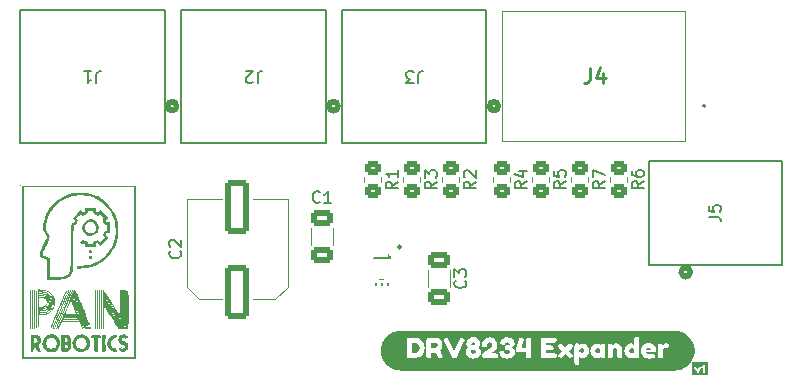
<source format=gbr>
%TF.GenerationSoftware,KiCad,Pcbnew,7.0.9*%
%TF.CreationDate,2024-01-20T18:52:18+00:00*%
%TF.ProjectId,DRV8234 DC Motor Driver Expander,44525638-3233-4342-9044-43204d6f746f,rev?*%
%TF.SameCoordinates,Original*%
%TF.FileFunction,Legend,Top*%
%TF.FilePolarity,Positive*%
%FSLAX46Y46*%
G04 Gerber Fmt 4.6, Leading zero omitted, Abs format (unit mm)*
G04 Created by KiCad (PCBNEW 7.0.9) date 2024-01-20 18:52:18*
%MOMM*%
%LPD*%
G01*
G04 APERTURE LIST*
G04 Aperture macros list*
%AMRoundRect*
0 Rectangle with rounded corners*
0 $1 Rounding radius*
0 $2 $3 $4 $5 $6 $7 $8 $9 X,Y pos of 4 corners*
0 Add a 4 corners polygon primitive as box body*
4,1,4,$2,$3,$4,$5,$6,$7,$8,$9,$2,$3,0*
0 Add four circle primitives for the rounded corners*
1,1,$1+$1,$2,$3*
1,1,$1+$1,$4,$5*
1,1,$1+$1,$6,$7*
1,1,$1+$1,$8,$9*
0 Add four rect primitives between the rounded corners*
20,1,$1+$1,$2,$3,$4,$5,0*
20,1,$1+$1,$4,$5,$6,$7,0*
20,1,$1+$1,$6,$7,$8,$9,0*
20,1,$1+$1,$8,$9,$2,$3,0*%
G04 Aperture macros list end*
%ADD10C,0.150000*%
%ADD11C,0.254000*%
%ADD12C,0.120000*%
%ADD13C,0.152400*%
%ADD14C,0.508000*%
%ADD15C,0.250000*%
%ADD16C,0.200000*%
%ADD17C,0.100000*%
%ADD18RoundRect,0.250000X-0.450000X0.350000X-0.450000X-0.350000X0.450000X-0.350000X0.450000X0.350000X0*%
%ADD19C,1.600200*%
%ADD20RoundRect,0.250001X0.799999X-1.999999X0.799999X1.999999X-0.799999X1.999999X-0.799999X-1.999999X0*%
%ADD21C,0.800000*%
%ADD22C,6.400000*%
%ADD23R,0.300000X0.800000*%
%ADD24R,0.800000X0.300000*%
%ADD25R,1.750000X1.750000*%
%ADD26RoundRect,0.250000X-0.650000X0.412500X-0.650000X-0.412500X0.650000X-0.412500X0.650000X0.412500X0*%
%ADD27RoundRect,0.250000X0.650000X-0.412500X0.650000X0.412500X-0.650000X0.412500X-0.650000X-0.412500X0*%
%ADD28C,1.650000*%
G04 APERTURE END LIST*
D10*
X131390819Y-91098666D02*
X130914628Y-91431999D01*
X131390819Y-91670094D02*
X130390819Y-91670094D01*
X130390819Y-91670094D02*
X130390819Y-91289142D01*
X130390819Y-91289142D02*
X130438438Y-91193904D01*
X130438438Y-91193904D02*
X130486057Y-91146285D01*
X130486057Y-91146285D02*
X130581295Y-91098666D01*
X130581295Y-91098666D02*
X130724152Y-91098666D01*
X130724152Y-91098666D02*
X130819390Y-91146285D01*
X130819390Y-91146285D02*
X130867009Y-91193904D01*
X130867009Y-91193904D02*
X130914628Y-91289142D01*
X130914628Y-91289142D02*
X130914628Y-91670094D01*
X131390819Y-90146285D02*
X131390819Y-90717713D01*
X131390819Y-90431999D02*
X130390819Y-90431999D01*
X130390819Y-90431999D02*
X130533676Y-90527237D01*
X130533676Y-90527237D02*
X130628914Y-90622475D01*
X130628914Y-90622475D02*
X130676533Y-90717713D01*
X133119334Y-82754180D02*
X133119334Y-82039895D01*
X133119334Y-82039895D02*
X133166953Y-81897038D01*
X133166953Y-81897038D02*
X133262191Y-81801800D01*
X133262191Y-81801800D02*
X133405048Y-81754180D01*
X133405048Y-81754180D02*
X133500286Y-81754180D01*
X132738381Y-82754180D02*
X132119334Y-82754180D01*
X132119334Y-82754180D02*
X132452667Y-82373228D01*
X132452667Y-82373228D02*
X132309810Y-82373228D01*
X132309810Y-82373228D02*
X132214572Y-82325609D01*
X132214572Y-82325609D02*
X132166953Y-82277990D01*
X132166953Y-82277990D02*
X132119334Y-82182752D01*
X132119334Y-82182752D02*
X132119334Y-81944657D01*
X132119334Y-81944657D02*
X132166953Y-81849419D01*
X132166953Y-81849419D02*
X132214572Y-81801800D01*
X132214572Y-81801800D02*
X132309810Y-81754180D01*
X132309810Y-81754180D02*
X132595524Y-81754180D01*
X132595524Y-81754180D02*
X132690762Y-81801800D01*
X132690762Y-81801800D02*
X132738381Y-81849419D01*
X157736819Y-94087331D02*
X158451104Y-94087331D01*
X158451104Y-94087331D02*
X158593961Y-94134950D01*
X158593961Y-94134950D02*
X158689200Y-94230188D01*
X158689200Y-94230188D02*
X158736819Y-94373045D01*
X158736819Y-94373045D02*
X158736819Y-94468283D01*
X157736819Y-93134950D02*
X157736819Y-93611140D01*
X157736819Y-93611140D02*
X158213009Y-93658759D01*
X158213009Y-93658759D02*
X158165390Y-93611140D01*
X158165390Y-93611140D02*
X158117771Y-93515902D01*
X158117771Y-93515902D02*
X158117771Y-93277807D01*
X158117771Y-93277807D02*
X158165390Y-93182569D01*
X158165390Y-93182569D02*
X158213009Y-93134950D01*
X158213009Y-93134950D02*
X158308247Y-93087331D01*
X158308247Y-93087331D02*
X158546342Y-93087331D01*
X158546342Y-93087331D02*
X158641580Y-93134950D01*
X158641580Y-93134950D02*
X158689200Y-93182569D01*
X158689200Y-93182569D02*
X158736819Y-93277807D01*
X158736819Y-93277807D02*
X158736819Y-93515902D01*
X158736819Y-93515902D02*
X158689200Y-93611140D01*
X158689200Y-93611140D02*
X158641580Y-93658759D01*
X152218819Y-91082666D02*
X151742628Y-91415999D01*
X152218819Y-91654094D02*
X151218819Y-91654094D01*
X151218819Y-91654094D02*
X151218819Y-91273142D01*
X151218819Y-91273142D02*
X151266438Y-91177904D01*
X151266438Y-91177904D02*
X151314057Y-91130285D01*
X151314057Y-91130285D02*
X151409295Y-91082666D01*
X151409295Y-91082666D02*
X151552152Y-91082666D01*
X151552152Y-91082666D02*
X151647390Y-91130285D01*
X151647390Y-91130285D02*
X151695009Y-91177904D01*
X151695009Y-91177904D02*
X151742628Y-91273142D01*
X151742628Y-91273142D02*
X151742628Y-91654094D01*
X151218819Y-90225523D02*
X151218819Y-90415999D01*
X151218819Y-90415999D02*
X151266438Y-90511237D01*
X151266438Y-90511237D02*
X151314057Y-90558856D01*
X151314057Y-90558856D02*
X151456914Y-90654094D01*
X151456914Y-90654094D02*
X151647390Y-90701713D01*
X151647390Y-90701713D02*
X152028342Y-90701713D01*
X152028342Y-90701713D02*
X152123580Y-90654094D01*
X152123580Y-90654094D02*
X152171200Y-90606475D01*
X152171200Y-90606475D02*
X152218819Y-90511237D01*
X152218819Y-90511237D02*
X152218819Y-90320761D01*
X152218819Y-90320761D02*
X152171200Y-90225523D01*
X152171200Y-90225523D02*
X152123580Y-90177904D01*
X152123580Y-90177904D02*
X152028342Y-90130285D01*
X152028342Y-90130285D02*
X151790247Y-90130285D01*
X151790247Y-90130285D02*
X151695009Y-90177904D01*
X151695009Y-90177904D02*
X151647390Y-90225523D01*
X151647390Y-90225523D02*
X151599771Y-90320761D01*
X151599771Y-90320761D02*
X151599771Y-90511237D01*
X151599771Y-90511237D02*
X151647390Y-90606475D01*
X151647390Y-90606475D02*
X151695009Y-90654094D01*
X151695009Y-90654094D02*
X151790247Y-90701713D01*
X112964780Y-96984666D02*
X113012400Y-97032285D01*
X113012400Y-97032285D02*
X113060019Y-97175142D01*
X113060019Y-97175142D02*
X113060019Y-97270380D01*
X113060019Y-97270380D02*
X113012400Y-97413237D01*
X113012400Y-97413237D02*
X112917161Y-97508475D01*
X112917161Y-97508475D02*
X112821923Y-97556094D01*
X112821923Y-97556094D02*
X112631447Y-97603713D01*
X112631447Y-97603713D02*
X112488590Y-97603713D01*
X112488590Y-97603713D02*
X112298114Y-97556094D01*
X112298114Y-97556094D02*
X112202876Y-97508475D01*
X112202876Y-97508475D02*
X112107638Y-97413237D01*
X112107638Y-97413237D02*
X112060019Y-97270380D01*
X112060019Y-97270380D02*
X112060019Y-97175142D01*
X112060019Y-97175142D02*
X112107638Y-97032285D01*
X112107638Y-97032285D02*
X112155257Y-96984666D01*
X112155257Y-96603713D02*
X112107638Y-96556094D01*
X112107638Y-96556094D02*
X112060019Y-96460856D01*
X112060019Y-96460856D02*
X112060019Y-96222761D01*
X112060019Y-96222761D02*
X112107638Y-96127523D01*
X112107638Y-96127523D02*
X112155257Y-96079904D01*
X112155257Y-96079904D02*
X112250495Y-96032285D01*
X112250495Y-96032285D02*
X112345733Y-96032285D01*
X112345733Y-96032285D02*
X112488590Y-96079904D01*
X112488590Y-96079904D02*
X113060019Y-96651332D01*
X113060019Y-96651332D02*
X113060019Y-96032285D01*
X137994819Y-91098666D02*
X137518628Y-91431999D01*
X137994819Y-91670094D02*
X136994819Y-91670094D01*
X136994819Y-91670094D02*
X136994819Y-91289142D01*
X136994819Y-91289142D02*
X137042438Y-91193904D01*
X137042438Y-91193904D02*
X137090057Y-91146285D01*
X137090057Y-91146285D02*
X137185295Y-91098666D01*
X137185295Y-91098666D02*
X137328152Y-91098666D01*
X137328152Y-91098666D02*
X137423390Y-91146285D01*
X137423390Y-91146285D02*
X137471009Y-91193904D01*
X137471009Y-91193904D02*
X137518628Y-91289142D01*
X137518628Y-91289142D02*
X137518628Y-91670094D01*
X137090057Y-90717713D02*
X137042438Y-90670094D01*
X137042438Y-90670094D02*
X136994819Y-90574856D01*
X136994819Y-90574856D02*
X136994819Y-90336761D01*
X136994819Y-90336761D02*
X137042438Y-90241523D01*
X137042438Y-90241523D02*
X137090057Y-90193904D01*
X137090057Y-90193904D02*
X137185295Y-90146285D01*
X137185295Y-90146285D02*
X137280533Y-90146285D01*
X137280533Y-90146285D02*
X137423390Y-90193904D01*
X137423390Y-90193904D02*
X137994819Y-90765332D01*
X137994819Y-90765332D02*
X137994819Y-90146285D01*
X119530334Y-82754180D02*
X119530334Y-82039895D01*
X119530334Y-82039895D02*
X119577953Y-81897038D01*
X119577953Y-81897038D02*
X119673191Y-81801800D01*
X119673191Y-81801800D02*
X119816048Y-81754180D01*
X119816048Y-81754180D02*
X119911286Y-81754180D01*
X119101762Y-82658942D02*
X119054143Y-82706561D01*
X119054143Y-82706561D02*
X118958905Y-82754180D01*
X118958905Y-82754180D02*
X118720810Y-82754180D01*
X118720810Y-82754180D02*
X118625572Y-82706561D01*
X118625572Y-82706561D02*
X118577953Y-82658942D01*
X118577953Y-82658942D02*
X118530334Y-82563704D01*
X118530334Y-82563704D02*
X118530334Y-82468466D01*
X118530334Y-82468466D02*
X118577953Y-82325609D01*
X118577953Y-82325609D02*
X119149381Y-81754180D01*
X119149381Y-81754180D02*
X118530334Y-81754180D01*
X105870333Y-82754180D02*
X105870333Y-82039895D01*
X105870333Y-82039895D02*
X105917952Y-81897038D01*
X105917952Y-81897038D02*
X106013190Y-81801800D01*
X106013190Y-81801800D02*
X106156047Y-81754180D01*
X106156047Y-81754180D02*
X106251285Y-81754180D01*
X104870333Y-81754180D02*
X105441761Y-81754180D01*
X105156047Y-81754180D02*
X105156047Y-82754180D01*
X105156047Y-82754180D02*
X105251285Y-82611323D01*
X105251285Y-82611323D02*
X105346523Y-82516085D01*
X105346523Y-82516085D02*
X105441761Y-82468466D01*
D11*
X130626318Y-99767762D02*
X129356318Y-99767762D01*
X130505365Y-98437285D02*
X130565842Y-98497761D01*
X130565842Y-98497761D02*
X130626318Y-98679190D01*
X130626318Y-98679190D02*
X130626318Y-98800142D01*
X130626318Y-98800142D02*
X130565842Y-98981571D01*
X130565842Y-98981571D02*
X130444889Y-99102523D01*
X130444889Y-99102523D02*
X130323937Y-99163000D01*
X130323937Y-99163000D02*
X130082032Y-99223476D01*
X130082032Y-99223476D02*
X129900603Y-99223476D01*
X129900603Y-99223476D02*
X129658699Y-99163000D01*
X129658699Y-99163000D02*
X129537746Y-99102523D01*
X129537746Y-99102523D02*
X129416794Y-98981571D01*
X129416794Y-98981571D02*
X129356318Y-98800142D01*
X129356318Y-98800142D02*
X129356318Y-98679190D01*
X129356318Y-98679190D02*
X129416794Y-98497761D01*
X129416794Y-98497761D02*
X129477270Y-98437285D01*
X130626318Y-97227761D02*
X130626318Y-97953476D01*
X130626318Y-97590619D02*
X129356318Y-97590619D01*
X129356318Y-97590619D02*
X129537746Y-97711571D01*
X129537746Y-97711571D02*
X129658699Y-97832523D01*
X129658699Y-97832523D02*
X129719175Y-97953476D01*
D10*
X142312819Y-91082666D02*
X141836628Y-91415999D01*
X142312819Y-91654094D02*
X141312819Y-91654094D01*
X141312819Y-91654094D02*
X141312819Y-91273142D01*
X141312819Y-91273142D02*
X141360438Y-91177904D01*
X141360438Y-91177904D02*
X141408057Y-91130285D01*
X141408057Y-91130285D02*
X141503295Y-91082666D01*
X141503295Y-91082666D02*
X141646152Y-91082666D01*
X141646152Y-91082666D02*
X141741390Y-91130285D01*
X141741390Y-91130285D02*
X141789009Y-91177904D01*
X141789009Y-91177904D02*
X141836628Y-91273142D01*
X141836628Y-91273142D02*
X141836628Y-91654094D01*
X141646152Y-90225523D02*
X142312819Y-90225523D01*
X141265200Y-90463618D02*
X141979485Y-90701713D01*
X141979485Y-90701713D02*
X141979485Y-90082666D01*
X145614819Y-91082666D02*
X145138628Y-91415999D01*
X145614819Y-91654094D02*
X144614819Y-91654094D01*
X144614819Y-91654094D02*
X144614819Y-91273142D01*
X144614819Y-91273142D02*
X144662438Y-91177904D01*
X144662438Y-91177904D02*
X144710057Y-91130285D01*
X144710057Y-91130285D02*
X144805295Y-91082666D01*
X144805295Y-91082666D02*
X144948152Y-91082666D01*
X144948152Y-91082666D02*
X145043390Y-91130285D01*
X145043390Y-91130285D02*
X145091009Y-91177904D01*
X145091009Y-91177904D02*
X145138628Y-91273142D01*
X145138628Y-91273142D02*
X145138628Y-91654094D01*
X144614819Y-90177904D02*
X144614819Y-90654094D01*
X144614819Y-90654094D02*
X145091009Y-90701713D01*
X145091009Y-90701713D02*
X145043390Y-90654094D01*
X145043390Y-90654094D02*
X144995771Y-90558856D01*
X144995771Y-90558856D02*
X144995771Y-90320761D01*
X144995771Y-90320761D02*
X145043390Y-90225523D01*
X145043390Y-90225523D02*
X145091009Y-90177904D01*
X145091009Y-90177904D02*
X145186247Y-90130285D01*
X145186247Y-90130285D02*
X145424342Y-90130285D01*
X145424342Y-90130285D02*
X145519580Y-90177904D01*
X145519580Y-90177904D02*
X145567200Y-90225523D01*
X145567200Y-90225523D02*
X145614819Y-90320761D01*
X145614819Y-90320761D02*
X145614819Y-90558856D01*
X145614819Y-90558856D02*
X145567200Y-90654094D01*
X145567200Y-90654094D02*
X145519580Y-90701713D01*
X148916819Y-91082666D02*
X148440628Y-91415999D01*
X148916819Y-91654094D02*
X147916819Y-91654094D01*
X147916819Y-91654094D02*
X147916819Y-91273142D01*
X147916819Y-91273142D02*
X147964438Y-91177904D01*
X147964438Y-91177904D02*
X148012057Y-91130285D01*
X148012057Y-91130285D02*
X148107295Y-91082666D01*
X148107295Y-91082666D02*
X148250152Y-91082666D01*
X148250152Y-91082666D02*
X148345390Y-91130285D01*
X148345390Y-91130285D02*
X148393009Y-91177904D01*
X148393009Y-91177904D02*
X148440628Y-91273142D01*
X148440628Y-91273142D02*
X148440628Y-91654094D01*
X147916819Y-90749332D02*
X147916819Y-90082666D01*
X147916819Y-90082666D02*
X148916819Y-90511237D01*
X134692819Y-91098666D02*
X134216628Y-91431999D01*
X134692819Y-91670094D02*
X133692819Y-91670094D01*
X133692819Y-91670094D02*
X133692819Y-91289142D01*
X133692819Y-91289142D02*
X133740438Y-91193904D01*
X133740438Y-91193904D02*
X133788057Y-91146285D01*
X133788057Y-91146285D02*
X133883295Y-91098666D01*
X133883295Y-91098666D02*
X134026152Y-91098666D01*
X134026152Y-91098666D02*
X134121390Y-91146285D01*
X134121390Y-91146285D02*
X134169009Y-91193904D01*
X134169009Y-91193904D02*
X134216628Y-91289142D01*
X134216628Y-91289142D02*
X134216628Y-91670094D01*
X133692819Y-90765332D02*
X133692819Y-90146285D01*
X133692819Y-90146285D02*
X134073771Y-90479618D01*
X134073771Y-90479618D02*
X134073771Y-90336761D01*
X134073771Y-90336761D02*
X134121390Y-90241523D01*
X134121390Y-90241523D02*
X134169009Y-90193904D01*
X134169009Y-90193904D02*
X134264247Y-90146285D01*
X134264247Y-90146285D02*
X134502342Y-90146285D01*
X134502342Y-90146285D02*
X134597580Y-90193904D01*
X134597580Y-90193904D02*
X134645200Y-90241523D01*
X134645200Y-90241523D02*
X134692819Y-90336761D01*
X134692819Y-90336761D02*
X134692819Y-90622475D01*
X134692819Y-90622475D02*
X134645200Y-90717713D01*
X134645200Y-90717713D02*
X134597580Y-90765332D01*
X137099580Y-99480666D02*
X137147200Y-99528285D01*
X137147200Y-99528285D02*
X137194819Y-99671142D01*
X137194819Y-99671142D02*
X137194819Y-99766380D01*
X137194819Y-99766380D02*
X137147200Y-99909237D01*
X137147200Y-99909237D02*
X137051961Y-100004475D01*
X137051961Y-100004475D02*
X136956723Y-100052094D01*
X136956723Y-100052094D02*
X136766247Y-100099713D01*
X136766247Y-100099713D02*
X136623390Y-100099713D01*
X136623390Y-100099713D02*
X136432914Y-100052094D01*
X136432914Y-100052094D02*
X136337676Y-100004475D01*
X136337676Y-100004475D02*
X136242438Y-99909237D01*
X136242438Y-99909237D02*
X136194819Y-99766380D01*
X136194819Y-99766380D02*
X136194819Y-99671142D01*
X136194819Y-99671142D02*
X136242438Y-99528285D01*
X136242438Y-99528285D02*
X136290057Y-99480666D01*
X136194819Y-99147332D02*
X136194819Y-98528285D01*
X136194819Y-98528285D02*
X136575771Y-98861618D01*
X136575771Y-98861618D02*
X136575771Y-98718761D01*
X136575771Y-98718761D02*
X136623390Y-98623523D01*
X136623390Y-98623523D02*
X136671009Y-98575904D01*
X136671009Y-98575904D02*
X136766247Y-98528285D01*
X136766247Y-98528285D02*
X137004342Y-98528285D01*
X137004342Y-98528285D02*
X137099580Y-98575904D01*
X137099580Y-98575904D02*
X137147200Y-98623523D01*
X137147200Y-98623523D02*
X137194819Y-98718761D01*
X137194819Y-98718761D02*
X137194819Y-99004475D01*
X137194819Y-99004475D02*
X137147200Y-99099713D01*
X137147200Y-99099713D02*
X137099580Y-99147332D01*
X124801333Y-92815580D02*
X124753714Y-92863200D01*
X124753714Y-92863200D02*
X124610857Y-92910819D01*
X124610857Y-92910819D02*
X124515619Y-92910819D01*
X124515619Y-92910819D02*
X124372762Y-92863200D01*
X124372762Y-92863200D02*
X124277524Y-92767961D01*
X124277524Y-92767961D02*
X124229905Y-92672723D01*
X124229905Y-92672723D02*
X124182286Y-92482247D01*
X124182286Y-92482247D02*
X124182286Y-92339390D01*
X124182286Y-92339390D02*
X124229905Y-92148914D01*
X124229905Y-92148914D02*
X124277524Y-92053676D01*
X124277524Y-92053676D02*
X124372762Y-91958438D01*
X124372762Y-91958438D02*
X124515619Y-91910819D01*
X124515619Y-91910819D02*
X124610857Y-91910819D01*
X124610857Y-91910819D02*
X124753714Y-91958438D01*
X124753714Y-91958438D02*
X124801333Y-92006057D01*
X125753714Y-92910819D02*
X125182286Y-92910819D01*
X125468000Y-92910819D02*
X125468000Y-91910819D01*
X125468000Y-91910819D02*
X125372762Y-92053676D01*
X125372762Y-92053676D02*
X125277524Y-92148914D01*
X125277524Y-92148914D02*
X125182286Y-92196533D01*
D11*
X147658667Y-81498718D02*
X147658667Y-82405861D01*
X147658667Y-82405861D02*
X147598190Y-82587289D01*
X147598190Y-82587289D02*
X147477238Y-82708242D01*
X147477238Y-82708242D02*
X147295809Y-82768718D01*
X147295809Y-82768718D02*
X147174857Y-82768718D01*
X148807714Y-81922051D02*
X148807714Y-82768718D01*
X148505333Y-81438242D02*
X148202952Y-82345384D01*
X148202952Y-82345384D02*
X148989143Y-82345384D01*
D12*
%TO.C,R1*%
X130021000Y-90704936D02*
X130021000Y-91159064D01*
X128551000Y-90704936D02*
X128551000Y-91159064D01*
D13*
%TO.C,J3*%
X138907401Y-87835999D02*
X138907401Y-76583799D01*
X138907401Y-76583799D02*
X126664601Y-76583799D01*
X126664601Y-87835999D02*
X138907401Y-87835999D01*
X126664601Y-76583799D02*
X126664601Y-87835999D01*
D14*
X139923401Y-84709000D02*
G75*
G03*
X139923401Y-84709000I-381000J0D01*
G01*
D13*
%TO.C,J5*%
X152655001Y-98135498D02*
X163907201Y-98135498D01*
X163907201Y-98135498D02*
X163907201Y-89372498D01*
X152655001Y-89372498D02*
X152655001Y-98135498D01*
X163907201Y-89372498D02*
X152655001Y-89372498D01*
D14*
X156163000Y-98770498D02*
G75*
G03*
X156163000Y-98770498I-381000J0D01*
G01*
D12*
%TO.C,R6*%
X150849000Y-90688936D02*
X150849000Y-91143064D01*
X149379000Y-90688936D02*
X149379000Y-91143064D01*
%TO.C,C2*%
X114609637Y-101078000D02*
X116495200Y-101078000D01*
X114609637Y-101078000D02*
X113545200Y-100013563D01*
X121000763Y-101078000D02*
X119115200Y-101078000D01*
X121000763Y-101078000D02*
X122065200Y-100013563D01*
X113545200Y-100013563D02*
X113545200Y-92558000D01*
X122065200Y-100013563D02*
X122065200Y-92558000D01*
X113545200Y-92558000D02*
X116495200Y-92558000D01*
X122065200Y-92558000D02*
X119115200Y-92558000D01*
%TO.C,kibuzzard-65A7039D*%
G36*
X157641925Y-107484386D02*
G01*
X157443488Y-107484386D01*
X157358715Y-107484386D01*
X156791501Y-107484386D01*
X156500513Y-107484386D01*
X156302075Y-107484386D01*
X156302075Y-106854466D01*
X156500513Y-106854466D01*
X156519563Y-106905901D01*
X156717683Y-107244991D01*
X156726255Y-107255469D01*
X156752449Y-107275947D01*
X156791501Y-107285949D01*
X156832935Y-107273090D01*
X156863415Y-107244039D01*
X157060583Y-106905901D01*
X157079633Y-106853514D01*
X157067250Y-106821129D01*
X157048676Y-106805889D01*
X157108208Y-106805889D01*
X157138211Y-106864944D01*
X157195838Y-106898281D01*
X157262513Y-106868754D01*
X157274895Y-106857324D01*
X157274895Y-107197366D01*
X157276324Y-107232132D01*
X157285373Y-107258326D01*
X157310852Y-107276900D01*
X157358715Y-107283091D01*
X157407769Y-107276662D01*
X157433010Y-107257374D01*
X157442059Y-107232132D01*
X157443488Y-107199271D01*
X157443488Y-106668729D01*
X157438725Y-106618246D01*
X157425390Y-106597767D01*
X157400625Y-106586814D01*
X157355381Y-106582051D01*
X157301565Y-106606816D01*
X157298708Y-106608721D01*
X157142498Y-106749691D01*
X157108208Y-106805889D01*
X157048676Y-106805889D01*
X157030103Y-106790649D01*
X156977715Y-106770646D01*
X156947235Y-106778742D01*
X156930566Y-106794935D01*
X156914850Y-106821129D01*
X156790073Y-107061159D01*
X156665295Y-106821129D01*
X156640054Y-106782552D01*
X156607193Y-106769694D01*
X156550043Y-106790649D01*
X156512895Y-106821367D01*
X156500513Y-106854466D01*
X156302075Y-106854466D01*
X156302075Y-106383614D01*
X156500513Y-106383614D01*
X157443488Y-106383614D01*
X157641925Y-106383614D01*
X157641925Y-107484386D01*
G37*
%TO.C,R2*%
X136625000Y-90704936D02*
X136625000Y-91159064D01*
X135155000Y-90704936D02*
X135155000Y-91159064D01*
D13*
%TO.C,J2*%
X125318401Y-87835999D02*
X125318401Y-76583799D01*
X125318401Y-76583799D02*
X113075601Y-76583799D01*
X113075601Y-87835999D02*
X125318401Y-87835999D01*
X113075601Y-76583799D02*
X113075601Y-87835999D01*
D14*
X126334401Y-84709000D02*
G75*
G03*
X126334401Y-84709000I-381000J0D01*
G01*
%TO.C,kibuzzard-65A7036D*%
G36*
X152791716Y-105187353D02*
G01*
X152833387Y-105275459D01*
X152742900Y-105351659D01*
X152442862Y-105351659D01*
X152519062Y-105217119D01*
X152672653Y-105154016D01*
X152791716Y-105187353D01*
G37*
G36*
X134695406Y-104788494D02*
G01*
X134764462Y-104946847D01*
X134695406Y-105104009D01*
X134557294Y-105156397D01*
X134252494Y-105156397D01*
X134252494Y-104734916D01*
X134552531Y-104734916D01*
X134695406Y-104788494D01*
G37*
G36*
X137954147Y-105387378D02*
G01*
X138007725Y-105510012D01*
X137955337Y-105632647D01*
X137798175Y-105689797D01*
X137638631Y-105632647D01*
X137583862Y-105508822D01*
X137638631Y-105386187D01*
X137796984Y-105330228D01*
X137954147Y-105387378D01*
G37*
G36*
X137914856Y-104724200D02*
G01*
X137955337Y-104813497D01*
X137916047Y-104903984D01*
X137799366Y-104946847D01*
X137680303Y-104903984D01*
X137638631Y-104812306D01*
X137676731Y-104723009D01*
X137794603Y-104682528D01*
X137914856Y-104724200D01*
G37*
G36*
X147130294Y-105276650D02*
G01*
X147187444Y-105418334D01*
X147126722Y-105558828D01*
X146979084Y-105620741D01*
X146836209Y-105557637D01*
X146780250Y-105418334D01*
X146835019Y-105277841D01*
X146981466Y-105213547D01*
X147130294Y-105276650D01*
G37*
G36*
X148491178Y-105287366D02*
G01*
X148547137Y-105431431D01*
X148488797Y-105573116D01*
X148342350Y-105637409D01*
X148192331Y-105574306D01*
X148130419Y-105432622D01*
X148188759Y-105287366D01*
X148341159Y-105220691D01*
X148491178Y-105287366D01*
G37*
G36*
X151365347Y-105289747D02*
G01*
X151421306Y-105433812D01*
X151362966Y-105575497D01*
X151216519Y-105639791D01*
X151066500Y-105575497D01*
X151004587Y-105432622D01*
X151061737Y-105288556D01*
X151214137Y-105223072D01*
X151365347Y-105289747D01*
G37*
G36*
X132974060Y-104767360D02*
G01*
X133120209Y-104864694D01*
X133221115Y-105010248D01*
X133254750Y-105187353D01*
X133220222Y-105363863D01*
X133116637Y-105507631D01*
X132970191Y-105603179D01*
X132807075Y-105635028D01*
X132576094Y-105635028D01*
X132576094Y-104734916D01*
X132804694Y-104734916D01*
X132974060Y-104767360D01*
G37*
G36*
X155018925Y-103730218D02*
G01*
X155182776Y-103754523D01*
X155343455Y-103794771D01*
X155499416Y-103850575D01*
X155649156Y-103921397D01*
X155791233Y-104006555D01*
X155924280Y-104105228D01*
X156047013Y-104216468D01*
X156158253Y-104339202D01*
X156256927Y-104472248D01*
X156342084Y-104614325D01*
X156412906Y-104764065D01*
X156468710Y-104920026D01*
X156508958Y-105080705D01*
X156533263Y-105244556D01*
X156541391Y-105410000D01*
X156533263Y-105575444D01*
X156508958Y-105739295D01*
X156468710Y-105899974D01*
X156412906Y-106055935D01*
X156342084Y-106205675D01*
X156256927Y-106347752D01*
X156158253Y-106480798D01*
X156047013Y-106603532D01*
X155924280Y-106714772D01*
X155791233Y-106813445D01*
X155649156Y-106898603D01*
X155499416Y-106969425D01*
X155343455Y-107025229D01*
X155182776Y-107065477D01*
X155018925Y-107089782D01*
X154853481Y-107097909D01*
X154357388Y-107097909D01*
X153607294Y-107097909D01*
X152676225Y-107097909D01*
X151617759Y-107097909D01*
X150211631Y-107097909D01*
X148791216Y-107097909D01*
X146568319Y-107097909D01*
X146001581Y-107097909D01*
X144646650Y-107097909D01*
X142494000Y-107097909D01*
X140658056Y-107097909D01*
X139688887Y-107097909D01*
X137795794Y-107097909D01*
X136183687Y-107097909D01*
X134932341Y-107097909D01*
X132799931Y-107097909D01*
X132154612Y-107097909D01*
X131658519Y-107097909D01*
X131493075Y-107089782D01*
X131329224Y-107065477D01*
X131168545Y-107025229D01*
X131012584Y-106969425D01*
X130862844Y-106898603D01*
X130720767Y-106813445D01*
X130587720Y-106714772D01*
X130464987Y-106603532D01*
X130353747Y-106480798D01*
X130293385Y-106399409D01*
X146363531Y-106399409D01*
X146367103Y-106480372D01*
X146388534Y-106539903D01*
X146450447Y-106587528D01*
X146568319Y-106601816D01*
X146685000Y-106587528D01*
X146745722Y-106538712D01*
X146767153Y-106477991D01*
X146770725Y-106397028D01*
X146770725Y-105916016D01*
X146885620Y-105998169D01*
X147054094Y-106025553D01*
X147181755Y-106005180D01*
X147304390Y-105944061D01*
X147421997Y-105842197D01*
X147517908Y-105713345D01*
X147575455Y-105571264D01*
X147593019Y-105429050D01*
X147713700Y-105429050D01*
X147733279Y-105588197D01*
X147792017Y-105733850D01*
X147889912Y-105866009D01*
X148010695Y-105970520D01*
X148138092Y-106033226D01*
X148272103Y-106054128D01*
X148448613Y-106022577D01*
X148566187Y-105927922D01*
X148617384Y-106021981D01*
X148791216Y-106054128D01*
X148896884Y-106038650D01*
X148954331Y-105992216D01*
X148974572Y-105929112D01*
X148978144Y-105846959D01*
X149168644Y-105846959D01*
X149172216Y-105929112D01*
X149192456Y-105992216D01*
X149254964Y-106040436D01*
X149375812Y-106056509D01*
X149497852Y-106040436D01*
X149559169Y-105992216D01*
X149581791Y-105931494D01*
X149585362Y-105849341D01*
X149585362Y-105427859D01*
X149643703Y-105277841D01*
X149796103Y-105220691D01*
X149946122Y-105275459D01*
X150002081Y-105427859D01*
X150002081Y-105846959D01*
X150016369Y-105968403D01*
X150078281Y-106034483D01*
X150211631Y-106056509D01*
X150334266Y-106040436D01*
X150397369Y-105992216D01*
X150417609Y-105931494D01*
X150421181Y-105849341D01*
X150421181Y-105431431D01*
X150587869Y-105431431D01*
X150607448Y-105590446D01*
X150666185Y-105735702D01*
X150764081Y-105867200D01*
X150885790Y-105971049D01*
X151015965Y-106033358D01*
X151154606Y-106054128D01*
X151313555Y-106025553D01*
X151433213Y-105939828D01*
X151488874Y-106027339D01*
X151617759Y-106056509D01*
X151750812Y-106040436D01*
X151818975Y-105992216D01*
X151841597Y-105931494D01*
X151845169Y-105849341D01*
X151845169Y-105437384D01*
X151999950Y-105437384D01*
X152016619Y-105591107D01*
X152066625Y-105734776D01*
X152149969Y-105868391D01*
X152241349Y-105958580D01*
X152363091Y-106029125D01*
X152509835Y-106074666D01*
X152676225Y-106089847D01*
X152898128Y-106076601D01*
X153056630Y-106036864D01*
X153151731Y-105970636D01*
X153170405Y-105916016D01*
X153400125Y-105916016D01*
X153442987Y-106018409D01*
X153607294Y-106058891D01*
X153728738Y-106043413D01*
X153793031Y-105996978D01*
X153815653Y-105933875D01*
X153819225Y-105851722D01*
X153819225Y-105351659D01*
X153875184Y-105242122D01*
X153995438Y-105196878D01*
X154099022Y-105215928D01*
X154181175Y-105234978D01*
X154312144Y-105144491D01*
X154357388Y-104977803D01*
X154327622Y-104867075D01*
X154252613Y-104818259D01*
X154169269Y-104798019D01*
X154075209Y-104792066D01*
X153945431Y-104832547D01*
X153848991Y-104896841D01*
X153814463Y-104937322D01*
X153788269Y-104858741D01*
X153725761Y-104817664D01*
X153609675Y-104803972D01*
X153487041Y-104820045D01*
X153423937Y-104868266D01*
X153403697Y-104928987D01*
X153400125Y-105011141D01*
X153400125Y-105846959D01*
X153400125Y-105916016D01*
X153170405Y-105916016D01*
X153183431Y-105877916D01*
X153152475Y-105768378D01*
X153021506Y-105661222D01*
X152926256Y-105687416D01*
X152900062Y-105696941D01*
X152806598Y-105718372D01*
X152683369Y-105725516D01*
X152526206Y-105680272D01*
X152447625Y-105568353D01*
X153011981Y-105568353D01*
X153172716Y-105498106D01*
X153227187Y-105408809D01*
X153245344Y-105281413D01*
X153225103Y-105140621D01*
X153164381Y-105011141D01*
X153075977Y-104909045D01*
X152965547Y-104836119D01*
X152833090Y-104792363D01*
X152678606Y-104777778D01*
X152495647Y-104797754D01*
X152334119Y-104857682D01*
X152194022Y-104957562D01*
X152086204Y-105090780D01*
X152021514Y-105250721D01*
X151999950Y-105437384D01*
X151845169Y-105437384D01*
X151845169Y-104427734D01*
X151841597Y-104345581D01*
X151820166Y-104282478D01*
X151757062Y-104232472D01*
X151636809Y-104218184D01*
X151516556Y-104232472D01*
X151453453Y-104281287D01*
X151432022Y-104343200D01*
X151428450Y-104425353D01*
X151428450Y-104925416D01*
X151311173Y-104836119D01*
X151154606Y-104806353D01*
X151017155Y-104827255D01*
X150887377Y-104889961D01*
X150765272Y-104994472D01*
X150666715Y-105126631D01*
X150607580Y-105272284D01*
X150587869Y-105431431D01*
X150421181Y-105431431D01*
X150421181Y-105430241D01*
X150403586Y-105264479D01*
X150350802Y-105116445D01*
X150262828Y-104986137D01*
X150148396Y-104884934D01*
X150016236Y-104824213D01*
X149866350Y-104803972D01*
X149687756Y-104858741D01*
X149623462Y-104908747D01*
X149580600Y-104956372D01*
X149556787Y-104858741D01*
X149495470Y-104817664D01*
X149378194Y-104803972D01*
X149257345Y-104818855D01*
X149194837Y-104863503D01*
X149172216Y-104924225D01*
X149168644Y-105003997D01*
X149168644Y-105846959D01*
X148978144Y-105846959D01*
X148978144Y-105013522D01*
X148974572Y-104931369D01*
X148953141Y-104868266D01*
X148890037Y-104818259D01*
X148751925Y-104803972D01*
X148617980Y-104837309D01*
X148563806Y-104937322D01*
X148520944Y-104888506D01*
X148428075Y-104834928D01*
X148280437Y-104806353D01*
X148142986Y-104827123D01*
X148013208Y-104889432D01*
X147891103Y-104993281D01*
X147792546Y-105124779D01*
X147733411Y-105270035D01*
X147713700Y-105429050D01*
X147593019Y-105429050D01*
X147594637Y-105415953D01*
X147575323Y-105260643D01*
X147517379Y-105118561D01*
X147420806Y-104989709D01*
X147302670Y-104887845D01*
X147180035Y-104826726D01*
X147052903Y-104806353D01*
X146884727Y-104837309D01*
X146768344Y-104930178D01*
X146717147Y-104836119D01*
X146546887Y-104803972D01*
X146443898Y-104820045D01*
X146387344Y-104868266D01*
X146367103Y-104927797D01*
X146363531Y-105008759D01*
X146363531Y-106399409D01*
X130293385Y-106399409D01*
X130255073Y-106347752D01*
X130169916Y-106205675D01*
X130099094Y-106055935D01*
X130043290Y-105899974D01*
X130029414Y-105844578D01*
X132154612Y-105844578D01*
X132183187Y-105996978D01*
X132246291Y-106041627D01*
X132364162Y-106056509D01*
X132799931Y-106056509D01*
X132975325Y-106040287D01*
X133137176Y-105991620D01*
X133285483Y-105910509D01*
X133363727Y-105844578D01*
X133831012Y-105844578D01*
X133845300Y-105968403D01*
X133908403Y-106034483D01*
X134040562Y-106056509D01*
X134163197Y-106040436D01*
X134226300Y-105992216D01*
X134248922Y-105929112D01*
X134252494Y-105846959D01*
X134252494Y-105577878D01*
X134552531Y-105577878D01*
X134626350Y-105573116D01*
X134718954Y-105792455D01*
X134780867Y-105936124D01*
X134812087Y-106004122D01*
X134856141Y-106050556D01*
X134932341Y-106073178D01*
X135054975Y-106039841D01*
X135165703Y-105970784D01*
X135202613Y-105887441D01*
X135166894Y-105763616D01*
X135100219Y-105612009D01*
X135046244Y-105487391D01*
X135004969Y-105389759D01*
X135104187Y-105263289D01*
X135163719Y-105115651D01*
X135183562Y-104946847D01*
X135168084Y-104799209D01*
X135121650Y-104665859D01*
X135051403Y-104552750D01*
X134990681Y-104492028D01*
X135274050Y-104492028D01*
X135309769Y-104606328D01*
X135966994Y-105939828D01*
X136046766Y-106024363D01*
X136159875Y-106056509D01*
X136183687Y-106056509D01*
X136294416Y-106024363D01*
X136374187Y-105939828D01*
X136591306Y-105499297D01*
X137162381Y-105499297D01*
X137183945Y-105666778D01*
X137248635Y-105810447D01*
X137356453Y-105930303D01*
X137491523Y-106020261D01*
X137637970Y-106074236D01*
X137795794Y-106092228D01*
X137953618Y-106074104D01*
X138100065Y-106019732D01*
X138235134Y-105929112D01*
X138306656Y-105849341D01*
X138548269Y-105849341D01*
X138610181Y-105999359D01*
X138757819Y-106063653D01*
X139688887Y-106063653D01*
X139836525Y-106035078D01*
X139887722Y-105973166D01*
X139903200Y-105852912D01*
X139888912Y-105731469D01*
X139832953Y-105662413D01*
X139693650Y-105639791D01*
X139257881Y-105639791D01*
X139257881Y-105627884D01*
X139317412Y-105604072D01*
X139435523Y-105539778D01*
X139998450Y-105539778D01*
X140024644Y-105668366D01*
X140029406Y-105692178D01*
X140055600Y-105754091D01*
X140114536Y-105848745D01*
X140181806Y-105923159D01*
X140319390Y-106015764D01*
X140478140Y-106071326D01*
X140658056Y-106089847D01*
X140839296Y-106071458D01*
X140998840Y-106016293D01*
X141136687Y-105924350D01*
X141242521Y-105804097D01*
X141306021Y-105664000D01*
X141327187Y-105504059D01*
X141307542Y-105382616D01*
X141295754Y-105361184D01*
X141422437Y-105361184D01*
X141434344Y-105463578D01*
X141499233Y-105531444D01*
X141631987Y-105554066D01*
X142277306Y-105554066D01*
X142277306Y-105844578D01*
X142291594Y-105968403D01*
X142322550Y-106016028D01*
X142384462Y-106044603D01*
X142494000Y-106056509D01*
X142609491Y-106042222D01*
X142678547Y-105983881D01*
X142701169Y-105846959D01*
X143494125Y-105846959D01*
X143508412Y-105968403D01*
X143571516Y-106036269D01*
X143703675Y-106058891D01*
X144646650Y-106058891D01*
X144770475Y-106044603D01*
X144836555Y-105981500D01*
X144858581Y-105849341D01*
X144857801Y-105843387D01*
X144953831Y-105843387D01*
X145040747Y-105988644D01*
X145186003Y-106073178D01*
X145330069Y-105987453D01*
X145594387Y-105723134D01*
X145856325Y-105987453D01*
X146001581Y-106073178D01*
X146146837Y-105988644D01*
X146232562Y-105843387D01*
X146146837Y-105696941D01*
X145882519Y-105430241D01*
X146146837Y-105163541D01*
X146232562Y-105017094D01*
X146146837Y-104870647D01*
X146001581Y-104784922D01*
X145856325Y-104870647D01*
X145594387Y-105137347D01*
X145330069Y-104870647D01*
X145186003Y-104784922D01*
X145040747Y-104870647D01*
X144953831Y-105017094D01*
X145039556Y-105163541D01*
X145303875Y-105430241D01*
X145039556Y-105696941D01*
X144953831Y-105843387D01*
X144857801Y-105843387D01*
X144842508Y-105726706D01*
X144794287Y-105663603D01*
X144731184Y-105640981D01*
X144649031Y-105637409D01*
X143915606Y-105637409D01*
X143915606Y-105396903D01*
X144382331Y-105396903D01*
X144506156Y-105382616D01*
X144574022Y-105319513D01*
X144596644Y-105187353D01*
X144580570Y-105064719D01*
X144532350Y-105001616D01*
X144469247Y-104978994D01*
X144387094Y-104975422D01*
X143915606Y-104975422D01*
X143915606Y-104734916D01*
X144646650Y-104734916D01*
X144770475Y-104720628D01*
X144836555Y-104657525D01*
X144858581Y-104525366D01*
X144842508Y-104402731D01*
X144794287Y-104339628D01*
X144731184Y-104317006D01*
X144649031Y-104313434D01*
X143710819Y-104313434D01*
X143539369Y-104357487D01*
X143494125Y-104522984D01*
X143494125Y-105846959D01*
X142701169Y-105846959D01*
X142701169Y-104522984D01*
X142697597Y-104439641D01*
X142674975Y-104376537D01*
X142610681Y-104326531D01*
X142490428Y-104311053D01*
X142368984Y-104324150D01*
X142303500Y-104370584D01*
X142280878Y-104430116D01*
X142277306Y-104511078D01*
X142277306Y-105161159D01*
X141889162Y-105161159D01*
X142034419Y-104580134D01*
X142036800Y-104572991D01*
X142053469Y-104472978D01*
X142011797Y-104381300D01*
X141886781Y-104320578D01*
X141777244Y-104303909D01*
X141695091Y-104330103D01*
X141652228Y-104384872D01*
X141627225Y-104468216D01*
X141429581Y-105265934D01*
X141422437Y-105361184D01*
X141295754Y-105361184D01*
X141248606Y-105275459D01*
X141173597Y-105198069D01*
X141103350Y-105146872D01*
X141103350Y-105130203D01*
X141206537Y-105055458D01*
X141268450Y-104955049D01*
X141289087Y-104828975D01*
X141270302Y-104694699D01*
X141213946Y-104569683D01*
X141120019Y-104453928D01*
X140993548Y-104361324D01*
X140839560Y-104305761D01*
X140658056Y-104287241D01*
X140539887Y-104295575D01*
X140433028Y-104320578D01*
X140275866Y-104394397D01*
X140177044Y-104488456D01*
X140124656Y-104563466D01*
X140069887Y-104725391D01*
X140099653Y-104810520D01*
X140188950Y-104884934D01*
X140319919Y-104927797D01*
X140410406Y-104898031D01*
X140477081Y-104808734D01*
X140491369Y-104780159D01*
X140553281Y-104723009D01*
X140687822Y-104694434D01*
X140819981Y-104739678D01*
X140867606Y-104834928D01*
X140822362Y-104904580D01*
X140686631Y-104927797D01*
X140562806Y-104939703D01*
X140496727Y-105004592D01*
X140474700Y-105137347D01*
X140490773Y-105259386D01*
X140538994Y-105320703D01*
X140600906Y-105344516D01*
X140709253Y-105349278D01*
X140847366Y-105398094D01*
X140905706Y-105511203D01*
X140846175Y-105626694D01*
X140769975Y-105665091D01*
X140660437Y-105677891D01*
X140560425Y-105663603D01*
X140429456Y-105549303D01*
X140358019Y-105425478D01*
X140231812Y-105401666D01*
X140056791Y-105436194D01*
X139998450Y-105539778D01*
X139435523Y-105539778D01*
X139465050Y-105523705D01*
X139631737Y-105392141D01*
X139709128Y-105306416D01*
X139774612Y-105196878D01*
X139819261Y-105071862D01*
X139834144Y-104939703D01*
X139814300Y-104776058D01*
X139754769Y-104624849D01*
X139655550Y-104486075D01*
X139524449Y-104375611D01*
X139369271Y-104309333D01*
X139190016Y-104287241D01*
X139010893Y-104309069D01*
X138856111Y-104374553D01*
X138725672Y-104483694D01*
X138627115Y-104620351D01*
X138567980Y-104768385D01*
X138548269Y-104927797D01*
X138560175Y-105049241D01*
X138625064Y-105117106D01*
X138757819Y-105139728D01*
X138879262Y-105125441D01*
X138943556Y-105082578D01*
X138966178Y-105023047D01*
X138969750Y-104944466D01*
X138969750Y-104930178D01*
X138979275Y-104875409D01*
X139042378Y-104764681D01*
X139174537Y-104708722D01*
X139293600Y-104730153D01*
X139356703Y-104776587D01*
X139393612Y-104840881D01*
X139410281Y-104901603D01*
X139387957Y-105005783D01*
X139320984Y-105104009D01*
X139222460Y-105194199D01*
X139105481Y-105274269D01*
X138979275Y-105349873D01*
X138853069Y-105426669D01*
X138736090Y-105511798D01*
X138637566Y-105612406D01*
X138570593Y-105725813D01*
X138548269Y-105849341D01*
X138306656Y-105849341D01*
X138342952Y-105808859D01*
X138407643Y-105665588D01*
X138429206Y-105499297D01*
X138415812Y-105399880D01*
X138375628Y-105301653D01*
X138289903Y-105171875D01*
X138236325Y-105123059D01*
X138272044Y-105084959D01*
X138342291Y-104973041D01*
X138376819Y-104827784D01*
X138357769Y-104676972D01*
X138300619Y-104545209D01*
X138205369Y-104432497D01*
X138084190Y-104346507D01*
X137949252Y-104294914D01*
X137800556Y-104277716D01*
X137651331Y-104294649D01*
X137514806Y-104345449D01*
X137390981Y-104430116D01*
X137293085Y-104540711D01*
X137234348Y-104669299D01*
X137214769Y-104815878D01*
X137254059Y-104981375D01*
X137317162Y-105084959D01*
X137357644Y-105123059D01*
X137307637Y-105168303D01*
X137211197Y-105305225D01*
X137174585Y-105400773D01*
X137162381Y-105499297D01*
X136591306Y-105499297D01*
X137031412Y-104606328D01*
X137067131Y-104492028D01*
X137032008Y-104412256D01*
X136926637Y-104339628D01*
X136786144Y-104299147D01*
X136681369Y-104363441D01*
X136648031Y-104434878D01*
X136171781Y-105477866D01*
X136145885Y-105422799D01*
X136087247Y-105295700D01*
X136009856Y-105127524D01*
X135927703Y-104949228D01*
X135845848Y-104770932D01*
X135769350Y-104602756D01*
X135709521Y-104471787D01*
X135677672Y-104405113D01*
X135638381Y-104342009D01*
X135597900Y-104308672D01*
X135534797Y-104299147D01*
X135414544Y-104339628D01*
X135309173Y-104412256D01*
X135274050Y-104492028D01*
X134990681Y-104492028D01*
X134964487Y-104465834D01*
X134831402Y-104381168D01*
X134695671Y-104330368D01*
X134557294Y-104313434D01*
X134042944Y-104313434D01*
X133920309Y-104329508D01*
X133857206Y-104377728D01*
X133834584Y-104440831D01*
X133831012Y-104522984D01*
X133831012Y-105844578D01*
X133363727Y-105844578D01*
X133420247Y-105796953D01*
X133532240Y-105660701D01*
X133612235Y-105511501D01*
X133660232Y-105349353D01*
X133676231Y-105174256D01*
X133659860Y-104999830D01*
X133610747Y-104839691D01*
X133528891Y-104693839D01*
X133414294Y-104562275D01*
X133278116Y-104453407D01*
X133131520Y-104375645D01*
X132974507Y-104328987D01*
X132807075Y-104313434D01*
X132366544Y-104311053D01*
X132243909Y-104327127D01*
X132180806Y-104375347D01*
X132158184Y-104437259D01*
X132154612Y-104520603D01*
X132154612Y-105844578D01*
X130029414Y-105844578D01*
X130003042Y-105739295D01*
X129978737Y-105575444D01*
X129970609Y-105410000D01*
X129978737Y-105244556D01*
X130003042Y-105080705D01*
X130043290Y-104920026D01*
X130099094Y-104764065D01*
X130169916Y-104614325D01*
X130255073Y-104472248D01*
X130353747Y-104339202D01*
X130464987Y-104216468D01*
X130587720Y-104105228D01*
X130720767Y-104006555D01*
X130862844Y-103921397D01*
X131012584Y-103850575D01*
X131168545Y-103794771D01*
X131329224Y-103754523D01*
X131493075Y-103730218D01*
X131658519Y-103722091D01*
X132154612Y-103722091D01*
X154357388Y-103722091D01*
X154853481Y-103722091D01*
X155018925Y-103730218D01*
G37*
D13*
%TO.C,J1*%
X111658400Y-87835999D02*
X111658400Y-76583799D01*
X111658400Y-76583799D02*
X99415600Y-76583799D01*
X99415600Y-87835999D02*
X111658400Y-87835999D01*
X99415600Y-76583799D02*
X99415600Y-87835999D01*
D14*
X112674400Y-84709000D02*
G75*
G03*
X112674400Y-84709000I-381000J0D01*
G01*
D15*
%TO.C,IC1*%
X131677000Y-96628000D02*
G75*
G03*
X131677000Y-96628000I-125000J0D01*
G01*
D12*
%TO.C,R4*%
X140943000Y-90688936D02*
X140943000Y-91143064D01*
X139473000Y-90688936D02*
X139473000Y-91143064D01*
%TO.C,R5*%
X144245000Y-90688936D02*
X144245000Y-91143064D01*
X142775000Y-90688936D02*
X142775000Y-91143064D01*
%TO.C,R7*%
X147547000Y-90688936D02*
X147547000Y-91143064D01*
X146077000Y-90688936D02*
X146077000Y-91143064D01*
%TO.C,G\u002A\u002A\u002A*%
G36*
X104270097Y-105109537D02*
G01*
X104254609Y-105125025D01*
X104239122Y-105109537D01*
X104254609Y-105094049D01*
X104270097Y-105109537D01*
G37*
G36*
X99522440Y-91415091D02*
G01*
X99513202Y-91429169D01*
X99481784Y-91431360D01*
X99448732Y-91423795D01*
X99463070Y-91412645D01*
X99511481Y-91408952D01*
X99522440Y-91415091D01*
G37*
G36*
X102401035Y-105144110D02*
G01*
X102396073Y-105156000D01*
X102355039Y-105185819D01*
X102345953Y-105186976D01*
X102329159Y-105167891D01*
X102334122Y-105156000D01*
X102375155Y-105126181D01*
X102384241Y-105125025D01*
X102401035Y-105144110D01*
G37*
G36*
X105509122Y-97505025D02*
G01*
X105509122Y-97628927D01*
X105385219Y-97628927D01*
X105261317Y-97628927D01*
X105261317Y-97505025D01*
X105261317Y-97381122D01*
X105385219Y-97381122D01*
X105509122Y-97381122D01*
X105509122Y-97505025D01*
G37*
G36*
X105464550Y-96919770D02*
G01*
X105499804Y-96940035D01*
X105508845Y-96992912D01*
X105509122Y-97024903D01*
X105505371Y-97094317D01*
X105482210Y-97125165D01*
X105421780Y-97133075D01*
X105385219Y-97133317D01*
X105305889Y-97130035D01*
X105270634Y-97109770D01*
X105261594Y-97056893D01*
X105261317Y-97024903D01*
X105265068Y-96955488D01*
X105288228Y-96924640D01*
X105348659Y-96916730D01*
X105385219Y-96916488D01*
X105464550Y-96919770D01*
G37*
G36*
X106659553Y-104905458D02*
G01*
X106664047Y-104979486D01*
X106665121Y-105083276D01*
X106663085Y-105200798D01*
X106658247Y-105316023D01*
X106650916Y-105412922D01*
X106641402Y-105475466D01*
X106639687Y-105481244D01*
X106635132Y-105465748D01*
X106631072Y-105399620D01*
X106628019Y-105294180D01*
X106626689Y-105194720D01*
X106628132Y-105062952D01*
X106633959Y-104957893D01*
X106643166Y-104892489D01*
X106651330Y-104877220D01*
X106659553Y-104905458D01*
G37*
G36*
X100294793Y-104331965D02*
G01*
X100297376Y-104405815D01*
X100297397Y-104406618D01*
X100300611Y-104603375D01*
X100301365Y-104824384D01*
X100299659Y-105036783D01*
X100297360Y-105150033D01*
X100294762Y-105219406D01*
X100292426Y-105230550D01*
X100290446Y-105187183D01*
X100288919Y-105093028D01*
X100287939Y-104951804D01*
X100287602Y-104768805D01*
X100287961Y-104585651D01*
X100288954Y-104446882D01*
X100290488Y-104356006D01*
X100292465Y-104316531D01*
X100294793Y-104331965D01*
G37*
G36*
X109257170Y-98790512D02*
G01*
X109257170Y-106147220D01*
X104409487Y-106147220D01*
X99561805Y-106147220D01*
X99561805Y-98790512D01*
X99561805Y-91588683D01*
X99716683Y-91588683D01*
X99716683Y-98790512D01*
X99716683Y-105992342D01*
X104409487Y-105992342D01*
X109102292Y-105992342D01*
X109102292Y-98790512D01*
X109102292Y-91588683D01*
X104409487Y-91588683D01*
X99716683Y-91588683D01*
X99561805Y-91588683D01*
X99561805Y-91433805D01*
X104409487Y-91433805D01*
X109257170Y-91433805D01*
X109257170Y-98790512D01*
G37*
G36*
X103424277Y-100252608D02*
G01*
X103420605Y-100285085D01*
X103405752Y-100323025D01*
X103369204Y-100412824D01*
X103313155Y-100549182D01*
X103239801Y-100726798D01*
X103151335Y-100940373D01*
X103049953Y-101184606D01*
X102937850Y-101454196D01*
X102817220Y-101743844D01*
X102724784Y-101965512D01*
X102556885Y-102366113D01*
X102411308Y-102709551D01*
X102287816Y-102996361D01*
X102186169Y-103227077D01*
X102106130Y-103402234D01*
X102047461Y-103522367D01*
X102009924Y-103588010D01*
X101996503Y-103601767D01*
X101963623Y-103598923D01*
X101967824Y-103560018D01*
X101975416Y-103539816D01*
X102002570Y-103473001D01*
X102051309Y-103354483D01*
X102119365Y-103189731D01*
X102204468Y-102984215D01*
X102304347Y-102743405D01*
X102416734Y-102472771D01*
X102539357Y-102177782D01*
X102669948Y-101863909D01*
X102806236Y-101536623D01*
X102908263Y-101291793D01*
X103036222Y-100987664D01*
X103146175Y-100732274D01*
X103237329Y-100527354D01*
X103308890Y-100374639D01*
X103360065Y-100275861D01*
X103390059Y-100232754D01*
X103394223Y-100230878D01*
X103424277Y-100252608D01*
G37*
G36*
X103740242Y-100242072D02*
G01*
X103740788Y-100274757D01*
X103720067Y-100343237D01*
X103675979Y-100455969D01*
X103651332Y-100515343D01*
X103614813Y-100602703D01*
X103557467Y-100740194D01*
X103482239Y-100920735D01*
X103392077Y-101137251D01*
X103289927Y-101382663D01*
X103178736Y-101649893D01*
X103061450Y-101931862D01*
X102947735Y-102205337D01*
X102806930Y-102541955D01*
X102681696Y-102837128D01*
X102573161Y-103088324D01*
X102482455Y-103293012D01*
X102410706Y-103448659D01*
X102359044Y-103552734D01*
X102328596Y-103602705D01*
X102322765Y-103606983D01*
X102293616Y-103584482D01*
X102296308Y-103553012D01*
X102312417Y-103509834D01*
X102348928Y-103418340D01*
X102402247Y-103287329D01*
X102468779Y-103125600D01*
X102544932Y-102941953D01*
X102590434Y-102832829D01*
X102720474Y-102521460D01*
X102867687Y-102168744D01*
X103025461Y-101790540D01*
X103187184Y-101402704D01*
X103346242Y-101021092D01*
X103496023Y-100661562D01*
X103552761Y-100525311D01*
X103616783Y-100383558D01*
X103671654Y-100286011D01*
X103713426Y-100239462D01*
X103720529Y-100236727D01*
X103740242Y-100242072D01*
G37*
G36*
X105996001Y-100269363D02*
G01*
X106004100Y-100294941D01*
X106010749Y-100343162D01*
X106016055Y-100418604D01*
X106020125Y-100525841D01*
X106023065Y-100669449D01*
X106024981Y-100854003D01*
X106025981Y-101084079D01*
X106026170Y-101364253D01*
X106025655Y-101699100D01*
X106025065Y-101924212D01*
X106023662Y-102303917D01*
X106021772Y-102625700D01*
X106019292Y-102893591D01*
X106016117Y-103111617D01*
X106012141Y-103283807D01*
X106007260Y-103414191D01*
X106001369Y-103506795D01*
X105994363Y-103565650D01*
X105986138Y-103594784D01*
X105981500Y-103599476D01*
X105972759Y-103590688D01*
X105965352Y-103555335D01*
X105959185Y-103489369D01*
X105954162Y-103388745D01*
X105950190Y-103249416D01*
X105947176Y-103067334D01*
X105945023Y-102838454D01*
X105943638Y-102558729D01*
X105942928Y-102224112D01*
X105942780Y-101937118D01*
X105942977Y-101566179D01*
X105943648Y-101252639D01*
X105944911Y-100991948D01*
X105946884Y-100779554D01*
X105949685Y-100610906D01*
X105953434Y-100481454D01*
X105958248Y-100386646D01*
X105964245Y-100321932D01*
X105971544Y-100282760D01*
X105980264Y-100264580D01*
X105986345Y-100261854D01*
X105996001Y-100269363D01*
G37*
G36*
X103582920Y-100253696D02*
G01*
X103580943Y-100285085D01*
X103567341Y-100322216D01*
X103534059Y-100405863D01*
X103480622Y-100537178D01*
X103406552Y-100717312D01*
X103311372Y-100947415D01*
X103194605Y-101228639D01*
X103055772Y-101562134D01*
X102894397Y-101949053D01*
X102710003Y-102390546D01*
X102502113Y-102887764D01*
X102461347Y-102985214D01*
X102384618Y-103165013D01*
X102313640Y-103324592D01*
X102252490Y-103455319D01*
X102205245Y-103548560D01*
X102175981Y-103595682D01*
X102171236Y-103599563D01*
X102136273Y-103594730D01*
X102132780Y-103584186D01*
X102144069Y-103549245D01*
X102175415Y-103466422D01*
X102223036Y-103345017D01*
X102283152Y-103194331D01*
X102351979Y-103023662D01*
X102425738Y-102842310D01*
X102500646Y-102659575D01*
X102572922Y-102484757D01*
X102638784Y-102327156D01*
X102694451Y-102196071D01*
X102734298Y-102104903D01*
X102763794Y-102036695D01*
X102813064Y-101919937D01*
X102878447Y-101763428D01*
X102956283Y-101575963D01*
X103042911Y-101366343D01*
X103134670Y-101143364D01*
X103156387Y-101090451D01*
X103267799Y-100822395D01*
X103362760Y-100601298D01*
X103440173Y-100429543D01*
X103498939Y-100309513D01*
X103537961Y-100243590D01*
X103552435Y-100230878D01*
X103582920Y-100253696D01*
G37*
G36*
X105813856Y-100267873D02*
G01*
X105822438Y-100289048D01*
X105829568Y-100330059D01*
X105835376Y-100395582D01*
X105839991Y-100490298D01*
X105843542Y-100618883D01*
X105846158Y-100786016D01*
X105847968Y-100996375D01*
X105849101Y-101254639D01*
X105849686Y-101565486D01*
X105849853Y-101933594D01*
X105849853Y-101934537D01*
X105849685Y-102302958D01*
X105849093Y-102614099D01*
X105847951Y-102872628D01*
X105846129Y-103083216D01*
X105843500Y-103250531D01*
X105839935Y-103379245D01*
X105835307Y-103474026D01*
X105829486Y-103539543D01*
X105822345Y-103580468D01*
X105813755Y-103601468D01*
X105803922Y-103607220D01*
X105793805Y-103601075D01*
X105785258Y-103579527D01*
X105778153Y-103537907D01*
X105772361Y-103471546D01*
X105767754Y-103375773D01*
X105764202Y-103245920D01*
X105761576Y-103077318D01*
X105759748Y-102865296D01*
X105758589Y-102605185D01*
X105757970Y-102292317D01*
X105757763Y-101934537D01*
X105757879Y-101566292D01*
X105758421Y-101255320D01*
X105759517Y-100996941D01*
X105761296Y-100786477D01*
X105763886Y-100619250D01*
X105767416Y-100490580D01*
X105772014Y-100395790D01*
X105777809Y-100330201D01*
X105784929Y-100289134D01*
X105793502Y-100267911D01*
X105803658Y-100261854D01*
X105803694Y-100261854D01*
X105813856Y-100267873D01*
G37*
G36*
X100330887Y-100236728D02*
G01*
X100339489Y-100257389D01*
X100346644Y-100297530D01*
X100352480Y-100361819D01*
X100357124Y-100454924D01*
X100360705Y-100581512D01*
X100363352Y-100746253D01*
X100365194Y-100953814D01*
X100366358Y-101208863D01*
X100366974Y-101516069D01*
X100367169Y-101880099D01*
X100367170Y-101919049D01*
X100367009Y-102288905D01*
X100366441Y-102601479D01*
X100365336Y-102861439D01*
X100363567Y-103073452D01*
X100361004Y-103242187D01*
X100357520Y-103372312D01*
X100352986Y-103468495D01*
X100347273Y-103535404D01*
X100340253Y-103577708D01*
X100331798Y-103600074D01*
X100321779Y-103607170D01*
X100320707Y-103607220D01*
X100310527Y-103601370D01*
X100301925Y-103580709D01*
X100294770Y-103540568D01*
X100288934Y-103476279D01*
X100284290Y-103383174D01*
X100280709Y-103256585D01*
X100278062Y-103091845D01*
X100276220Y-102884284D01*
X100275056Y-102629234D01*
X100274440Y-102322029D01*
X100274245Y-101957998D01*
X100274244Y-101919049D01*
X100274405Y-101549192D01*
X100274973Y-101236619D01*
X100276078Y-100976659D01*
X100277847Y-100764646D01*
X100280410Y-100595911D01*
X100283894Y-100465786D01*
X100288428Y-100369603D01*
X100294141Y-100302693D01*
X100301161Y-100260390D01*
X100309616Y-100238024D01*
X100319635Y-100230928D01*
X100320707Y-100230878D01*
X100330887Y-100236728D01*
G37*
G36*
X100485765Y-100236728D02*
G01*
X100494368Y-100257389D01*
X100501522Y-100297530D01*
X100507358Y-100361819D01*
X100512002Y-100454924D01*
X100515583Y-100581512D01*
X100518230Y-100746253D01*
X100520072Y-100953814D01*
X100521236Y-101208863D01*
X100521852Y-101516069D01*
X100522047Y-101880099D01*
X100522048Y-101919049D01*
X100521887Y-102288905D01*
X100521319Y-102601479D01*
X100520214Y-102861439D01*
X100518445Y-103073452D01*
X100515882Y-103242187D01*
X100512398Y-103372312D01*
X100507864Y-103468495D01*
X100502151Y-103535404D01*
X100495131Y-103577708D01*
X100486676Y-103600074D01*
X100476657Y-103607170D01*
X100475585Y-103607220D01*
X100465406Y-103601370D01*
X100456803Y-103580709D01*
X100449648Y-103540568D01*
X100443812Y-103476279D01*
X100439168Y-103383174D01*
X100435587Y-103256585D01*
X100432940Y-103091845D01*
X100431098Y-102884284D01*
X100429934Y-102629234D01*
X100429318Y-102322029D01*
X100429123Y-101957998D01*
X100429122Y-101919049D01*
X100429283Y-101549192D01*
X100429851Y-101236619D01*
X100430956Y-100976659D01*
X100432725Y-100764646D01*
X100435288Y-100595911D01*
X100438772Y-100465786D01*
X100443306Y-100369603D01*
X100449019Y-100302693D01*
X100456039Y-100260390D01*
X100464494Y-100238024D01*
X100474513Y-100230928D01*
X100475585Y-100230878D01*
X100485765Y-100236728D01*
G37*
G36*
X100640643Y-100236728D02*
G01*
X100649246Y-100257389D01*
X100656400Y-100297530D01*
X100662236Y-100361819D01*
X100666880Y-100454924D01*
X100670461Y-100581512D01*
X100673108Y-100746253D01*
X100674950Y-100953814D01*
X100676114Y-101208863D01*
X100676730Y-101516069D01*
X100676925Y-101880099D01*
X100676927Y-101919049D01*
X100676765Y-102288905D01*
X100676197Y-102601479D01*
X100675092Y-102861439D01*
X100673323Y-103073452D01*
X100670760Y-103242187D01*
X100667276Y-103372312D01*
X100662742Y-103468495D01*
X100657029Y-103535404D01*
X100650009Y-103577708D01*
X100641554Y-103600074D01*
X100631535Y-103607170D01*
X100630463Y-103607220D01*
X100620284Y-103601370D01*
X100611681Y-103580709D01*
X100604526Y-103540568D01*
X100598691Y-103476279D01*
X100594046Y-103383174D01*
X100590465Y-103256585D01*
X100587818Y-103091845D01*
X100585976Y-102884284D01*
X100584812Y-102629234D01*
X100584196Y-102322029D01*
X100584001Y-101957998D01*
X100584000Y-101919049D01*
X100584161Y-101549192D01*
X100584729Y-101236619D01*
X100585834Y-100976659D01*
X100587604Y-100764646D01*
X100590166Y-100595911D01*
X100593650Y-100465786D01*
X100598184Y-100369603D01*
X100603897Y-100302693D01*
X100610917Y-100260390D01*
X100619372Y-100238024D01*
X100629391Y-100230928D01*
X100630463Y-100230878D01*
X100640643Y-100236728D01*
G37*
G36*
X100795521Y-100236728D02*
G01*
X100804124Y-100257389D01*
X100811278Y-100297530D01*
X100817114Y-100361819D01*
X100821758Y-100454924D01*
X100825339Y-100581512D01*
X100827986Y-100746253D01*
X100829828Y-100953814D01*
X100830992Y-101208863D01*
X100831608Y-101516069D01*
X100831803Y-101880099D01*
X100831805Y-101919049D01*
X100831644Y-102288905D01*
X100831075Y-102601479D01*
X100829970Y-102861439D01*
X100828201Y-103073452D01*
X100825638Y-103242187D01*
X100822154Y-103372312D01*
X100817620Y-103468495D01*
X100811907Y-103535404D01*
X100804888Y-103577708D01*
X100796432Y-103600074D01*
X100786413Y-103607170D01*
X100785341Y-103607220D01*
X100775162Y-103601370D01*
X100766559Y-103580709D01*
X100759404Y-103540568D01*
X100753569Y-103476279D01*
X100748924Y-103383174D01*
X100745343Y-103256585D01*
X100742696Y-103091845D01*
X100740854Y-102884284D01*
X100739690Y-102629234D01*
X100739074Y-102322029D01*
X100738879Y-101957998D01*
X100738878Y-101919049D01*
X100739039Y-101549192D01*
X100739607Y-101236619D01*
X100740712Y-100976659D01*
X100742482Y-100764646D01*
X100745044Y-100595911D01*
X100748528Y-100465786D01*
X100753062Y-100369603D01*
X100758775Y-100302693D01*
X100765795Y-100260390D01*
X100774250Y-100238024D01*
X100784269Y-100230928D01*
X100785341Y-100230878D01*
X100795521Y-100236728D01*
G37*
G36*
X106154345Y-100267713D02*
G01*
X106162977Y-100288418D01*
X106170149Y-100328657D01*
X106175991Y-100393119D01*
X106180633Y-100486494D01*
X106184206Y-100613472D01*
X106186839Y-100778741D01*
X106188664Y-100986990D01*
X106189809Y-101242909D01*
X106190406Y-101551187D01*
X106190585Y-101916514D01*
X106190585Y-101934537D01*
X106190422Y-102302566D01*
X106189847Y-102613333D01*
X106188729Y-102871529D01*
X106186939Y-103081842D01*
X106184345Y-103248961D01*
X106180818Y-103377576D01*
X106176227Y-103472376D01*
X106170442Y-103538050D01*
X106163334Y-103579287D01*
X106154770Y-103600777D01*
X106144622Y-103607209D01*
X106144122Y-103607220D01*
X106133899Y-103601360D01*
X106125266Y-103580656D01*
X106118094Y-103540417D01*
X106112252Y-103475954D01*
X106107610Y-103382579D01*
X106104037Y-103255602D01*
X106101404Y-103090333D01*
X106099580Y-102882084D01*
X106098434Y-102626164D01*
X106097837Y-102317886D01*
X106097659Y-101952559D01*
X106097658Y-101934537D01*
X106097821Y-101566508D01*
X106098396Y-101255740D01*
X106099514Y-100997544D01*
X106101304Y-100787232D01*
X106103898Y-100620113D01*
X106107425Y-100491498D01*
X106112016Y-100396698D01*
X106117801Y-100331024D01*
X106124910Y-100289786D01*
X106133473Y-100268296D01*
X106143621Y-100261864D01*
X106144122Y-100261854D01*
X106154345Y-100267713D01*
G37*
G36*
X106309223Y-100267713D02*
G01*
X106317855Y-100288418D01*
X106325027Y-100328657D01*
X106330869Y-100393119D01*
X106335511Y-100486494D01*
X106339084Y-100613472D01*
X106341717Y-100778741D01*
X106343542Y-100986990D01*
X106344687Y-101242909D01*
X106345284Y-101551187D01*
X106345463Y-101916514D01*
X106345463Y-101934537D01*
X106345300Y-102302566D01*
X106344725Y-102613333D01*
X106343607Y-102871529D01*
X106341817Y-103081842D01*
X106339223Y-103248961D01*
X106335696Y-103377576D01*
X106331105Y-103472376D01*
X106325320Y-103538050D01*
X106318212Y-103579287D01*
X106309648Y-103600777D01*
X106299500Y-103607209D01*
X106299000Y-103607220D01*
X106288777Y-103601360D01*
X106280144Y-103580656D01*
X106272972Y-103540417D01*
X106267130Y-103475954D01*
X106262488Y-103382579D01*
X106258915Y-103255602D01*
X106256282Y-103090333D01*
X106254458Y-102882084D01*
X106253312Y-102626164D01*
X106252715Y-102317886D01*
X106252537Y-101952559D01*
X106252536Y-101934537D01*
X106252699Y-101566508D01*
X106253274Y-101255740D01*
X106254392Y-100997544D01*
X106256183Y-100787232D01*
X106258776Y-100620113D01*
X106262303Y-100491498D01*
X106266894Y-100396698D01*
X106272679Y-100331024D01*
X106279788Y-100289786D01*
X106288351Y-100268296D01*
X106298499Y-100261864D01*
X106299000Y-100261854D01*
X106309223Y-100267713D01*
G37*
G36*
X103921910Y-100239165D02*
G01*
X103925189Y-100253301D01*
X103911504Y-100286318D01*
X103876098Y-100371374D01*
X103821109Y-100503335D01*
X103748679Y-100677070D01*
X103660948Y-100887446D01*
X103560056Y-101129331D01*
X103448143Y-101397591D01*
X103327351Y-101687095D01*
X103219966Y-101944430D01*
X103049748Y-102350521D01*
X102901964Y-102699243D01*
X102776475Y-102990916D01*
X102673135Y-103225862D01*
X102591803Y-103404401D01*
X102532337Y-103526855D01*
X102494593Y-103593545D01*
X102480982Y-103607220D01*
X102449347Y-103587154D01*
X102451011Y-103568500D01*
X102479075Y-103498312D01*
X102525345Y-103384545D01*
X102585409Y-103237879D01*
X102654854Y-103068995D01*
X102729266Y-102888573D01*
X102804231Y-102707291D01*
X102875337Y-102535830D01*
X102938171Y-102384870D01*
X102988318Y-102265091D01*
X103021367Y-102187173D01*
X103029459Y-102168669D01*
X103061908Y-102094021D01*
X103111705Y-101976531D01*
X103172756Y-101830701D01*
X103238966Y-101671032D01*
X103258028Y-101624781D01*
X103388474Y-101307989D01*
X103497586Y-101043724D01*
X103587519Y-100827189D01*
X103660425Y-100653583D01*
X103718460Y-100518110D01*
X103763778Y-100415970D01*
X103798532Y-100342365D01*
X103824878Y-100292496D01*
X103844968Y-100261565D01*
X103860959Y-100244774D01*
X103875002Y-100237324D01*
X103881648Y-100235664D01*
X103921910Y-100239165D01*
G37*
G36*
X105486912Y-94299625D02*
G01*
X105664355Y-94353761D01*
X105823793Y-94450633D01*
X105954767Y-94584326D01*
X106046816Y-94748922D01*
X106083944Y-94888615D01*
X106083806Y-95040424D01*
X106048276Y-95208505D01*
X105985160Y-95365129D01*
X105923129Y-95459933D01*
X105789407Y-95575338D01*
X105621458Y-95655736D01*
X105437817Y-95696116D01*
X105257020Y-95691466D01*
X105160583Y-95666093D01*
X104978707Y-95569509D01*
X104834040Y-95434200D01*
X104733229Y-95270111D01*
X104682925Y-95087184D01*
X104681668Y-94949812D01*
X104682518Y-94945937D01*
X104909866Y-94945937D01*
X104916481Y-95100756D01*
X104975070Y-95246302D01*
X105084875Y-95369814D01*
X105098401Y-95380281D01*
X105236785Y-95449396D01*
X105392407Y-95472406D01*
X105544131Y-95448072D01*
X105623218Y-95411034D01*
X105737986Y-95309962D01*
X105819141Y-95179155D01*
X105854284Y-95039507D01*
X105854828Y-95020668D01*
X105839190Y-94865773D01*
X105786693Y-94743896D01*
X105701551Y-94645042D01*
X105566169Y-94556003D01*
X105414110Y-94520958D01*
X105258538Y-94539614D01*
X105112618Y-94611676D01*
X105055593Y-94659516D01*
X104955984Y-94794604D01*
X104909866Y-94945937D01*
X104682518Y-94945937D01*
X104728114Y-94738091D01*
X104821209Y-94566270D01*
X104963719Y-94430523D01*
X105119855Y-94343237D01*
X105301925Y-94294145D01*
X105486912Y-94299625D01*
G37*
G36*
X106528898Y-104064026D02*
G01*
X106532227Y-104102829D01*
X106537492Y-104180268D01*
X106562292Y-104102829D01*
X106579976Y-104052184D01*
X106588366Y-104056578D01*
X106594399Y-104118317D01*
X106600768Y-104174341D01*
X106608326Y-104171870D01*
X106615128Y-104141549D01*
X106637935Y-104087132D01*
X106661246Y-104071854D01*
X106680004Y-104098637D01*
X106674579Y-104168653D01*
X106665198Y-104243512D01*
X106656898Y-104359569D01*
X106651037Y-104496070D01*
X106649749Y-104548104D01*
X106644279Y-104830756D01*
X106624244Y-104613927D01*
X106616976Y-104549894D01*
X106610846Y-104531825D01*
X106605545Y-104563007D01*
X106600762Y-104646724D01*
X106596189Y-104786262D01*
X106592162Y-104954659D01*
X106580116Y-105512220D01*
X106562292Y-105001122D01*
X106544469Y-104490025D01*
X106537893Y-104986789D01*
X106531317Y-105483554D01*
X106438390Y-105490635D01*
X106345463Y-105497716D01*
X106345463Y-104939171D01*
X106474256Y-104939171D01*
X106479124Y-104983145D01*
X106489880Y-104977890D01*
X106493971Y-104914473D01*
X106489880Y-104900451D01*
X106478574Y-104896560D01*
X106474256Y-104939171D01*
X106345463Y-104939171D01*
X106345463Y-104788398D01*
X106345679Y-104561059D01*
X106346762Y-104388033D01*
X106349364Y-104261683D01*
X106354137Y-104174369D01*
X106361734Y-104118455D01*
X106372806Y-104086303D01*
X106388006Y-104070273D01*
X106407414Y-104062879D01*
X106458947Y-104065398D01*
X106471543Y-104097985D01*
X106477661Y-104126412D01*
X106495411Y-104098558D01*
X106500341Y-104087342D01*
X106520226Y-104047968D01*
X106528898Y-104064026D01*
G37*
G36*
X106001650Y-104079866D02*
G01*
X106127138Y-104083863D01*
X106204974Y-104090232D01*
X106229304Y-104098607D01*
X106221561Y-104102829D01*
X106171240Y-104120349D01*
X106176218Y-104127788D01*
X106237048Y-104131192D01*
X106295235Y-104138962D01*
X106294756Y-104156584D01*
X106287751Y-104161505D01*
X106262398Y-104187050D01*
X106284899Y-104201381D01*
X106310254Y-104240065D01*
X106303302Y-104298058D01*
X106283472Y-104350155D01*
X106245796Y-104374548D01*
X106170781Y-104381430D01*
X106143531Y-104381610D01*
X106004731Y-104381610D01*
X106004731Y-104944333D01*
X106003764Y-105121728D01*
X106001076Y-105274113D01*
X105996985Y-105392185D01*
X105991812Y-105466640D01*
X105986059Y-105488384D01*
X105946411Y-105484037D01*
X105893132Y-105497943D01*
X105835135Y-105510776D01*
X105818403Y-105488221D01*
X105807106Y-105473730D01*
X105787902Y-105496732D01*
X105764260Y-105523137D01*
X105755844Y-105492977D01*
X105755224Y-105481244D01*
X105752572Y-105419293D01*
X105725951Y-105481244D01*
X105716572Y-105474480D01*
X105708724Y-105410617D01*
X105702675Y-105294495D01*
X105698695Y-105130954D01*
X105697152Y-104962403D01*
X105695265Y-104459049D01*
X105731990Y-104459049D01*
X105735338Y-104511950D01*
X105745034Y-104516607D01*
X105746269Y-104513846D01*
X105752397Y-104452353D01*
X105747417Y-104420919D01*
X105737557Y-104408287D01*
X105732194Y-104449430D01*
X105731990Y-104459049D01*
X105695265Y-104459049D01*
X105694975Y-104381610D01*
X105545729Y-104381610D01*
X105456185Y-104379366D01*
X105412310Y-104365879D01*
X105397836Y-104331018D01*
X105396483Y-104288683D01*
X105406074Y-104223280D01*
X105429179Y-104195294D01*
X105429571Y-104195282D01*
X105436890Y-104182180D01*
X105416195Y-104164781D01*
X105396357Y-104143289D01*
X105429344Y-104132880D01*
X105462658Y-104130614D01*
X105555585Y-104126475D01*
X105462658Y-104102829D01*
X105455754Y-104094110D01*
X105505261Y-104086996D01*
X105605649Y-104081848D01*
X105751390Y-104079027D01*
X105834366Y-104078606D01*
X106001650Y-104079866D01*
G37*
G36*
X101248975Y-100238530D02*
G01*
X101411041Y-100249351D01*
X101531658Y-100265315D01*
X101631318Y-100290706D01*
X101730517Y-100329811D01*
X101767816Y-100347009D01*
X101957238Y-100460792D01*
X102124383Y-100607486D01*
X102252666Y-100771509D01*
X102288036Y-100835683D01*
X102371334Y-101073696D01*
X102397947Y-101316409D01*
X102370881Y-101554897D01*
X102293140Y-101780233D01*
X102167730Y-101983490D01*
X101997656Y-102155742D01*
X101801644Y-102280481D01*
X101689863Y-102331394D01*
X101591352Y-102363409D01*
X101482520Y-102381937D01*
X101339773Y-102392391D01*
X101307334Y-102393891D01*
X101017658Y-102406560D01*
X101017658Y-102676827D01*
X101015565Y-102855564D01*
X101009790Y-103036593D01*
X101001088Y-103209369D01*
X100990215Y-103363342D01*
X100977927Y-103487965D01*
X100964979Y-103572690D01*
X100952127Y-103606969D01*
X100951000Y-103607220D01*
X100942101Y-103577908D01*
X100933772Y-103496630D01*
X100926618Y-103373371D01*
X100921246Y-103218116D01*
X100918582Y-103072890D01*
X100916564Y-102879422D01*
X100914973Y-102691175D01*
X100913916Y-102523821D01*
X100913498Y-102393032D01*
X100913607Y-102337220D01*
X100913915Y-102282045D01*
X101017658Y-102282045D01*
X101047591Y-102296987D01*
X101134195Y-102303861D01*
X101272674Y-102302351D01*
X101305528Y-102301043D01*
X101458727Y-102291206D01*
X101571688Y-102274326D01*
X101666082Y-102245662D01*
X101762418Y-102201072D01*
X101907426Y-102118163D01*
X102014030Y-102033885D01*
X102103254Y-101929362D01*
X102160776Y-101843397D01*
X102262080Y-101628954D01*
X102307245Y-101406640D01*
X102299905Y-101184873D01*
X102243693Y-100972068D01*
X102142242Y-100776642D01*
X101999185Y-100607012D01*
X101818156Y-100471594D01*
X101602787Y-100378804D01*
X101519487Y-100357856D01*
X101404228Y-100339353D01*
X101281791Y-100328214D01*
X101167478Y-100324672D01*
X101076593Y-100328963D01*
X101024440Y-100341320D01*
X101017658Y-100350180D01*
X101046230Y-100364113D01*
X101122478Y-100378609D01*
X101232198Y-100391241D01*
X101280794Y-100395124D01*
X101515485Y-100426751D01*
X101707671Y-100488674D01*
X101871732Y-100586656D01*
X101968358Y-100670702D01*
X102109675Y-100848673D01*
X102198195Y-101047071D01*
X102235551Y-101256737D01*
X102223378Y-101468513D01*
X102163308Y-101673241D01*
X102056975Y-101861762D01*
X101906014Y-102024918D01*
X101712056Y-102153551D01*
X101703064Y-102158027D01*
X101597075Y-102199593D01*
X101472715Y-102225100D01*
X101309533Y-102238566D01*
X101288695Y-102239471D01*
X101161169Y-102248020D01*
X101067998Y-102261018D01*
X101021012Y-102276607D01*
X101017658Y-102282045D01*
X100913915Y-102282045D01*
X100914065Y-102255174D01*
X100914755Y-102127877D01*
X100986683Y-102127877D01*
X101016385Y-102141556D01*
X101101060Y-102148465D01*
X101234056Y-102148210D01*
X101295042Y-102146186D01*
X101437845Y-102139390D01*
X101537041Y-102129324D01*
X101610948Y-102110900D01*
X101677883Y-102079031D01*
X101756165Y-102028628D01*
X101781977Y-102010937D01*
X101947474Y-101862811D01*
X102067425Y-101682978D01*
X102137980Y-101482300D01*
X102155288Y-101271641D01*
X102116876Y-101065966D01*
X102035397Y-100898415D01*
X101913205Y-100742561D01*
X101767215Y-100617470D01*
X101670683Y-100563061D01*
X101587230Y-100535688D01*
X101476088Y-100512114D01*
X101351903Y-100493733D01*
X101229324Y-100481941D01*
X101122999Y-100478132D01*
X101047574Y-100483701D01*
X101017699Y-100500044D01*
X101017658Y-100500866D01*
X101046132Y-100517362D01*
X101121646Y-100533405D01*
X101229338Y-100546067D01*
X101258267Y-100548274D01*
X101476167Y-100576556D01*
X101649850Y-100631299D01*
X101793273Y-100717655D01*
X101850159Y-100766777D01*
X101974441Y-100924655D01*
X102050492Y-101108663D01*
X102078121Y-101306081D01*
X102057140Y-101504189D01*
X101987361Y-101690266D01*
X101868595Y-101851593D01*
X101866294Y-101853905D01*
X101718083Y-101965996D01*
X101532581Y-102040178D01*
X101302772Y-102079029D01*
X101242231Y-102083276D01*
X101125195Y-102093076D01*
X101036350Y-102107046D01*
X100990126Y-102122668D01*
X100986683Y-102127877D01*
X100914755Y-102127877D01*
X100914793Y-102120881D01*
X100915622Y-101965512D01*
X101002170Y-101965512D01*
X101020203Y-101982154D01*
X101095229Y-101992696D01*
X101222528Y-101996485D01*
X101226578Y-101996488D01*
X101369770Y-101992228D01*
X101477180Y-101976011D01*
X101574600Y-101942683D01*
X101633169Y-101915242D01*
X101793338Y-101804836D01*
X101907708Y-101662888D01*
X101976200Y-101499658D01*
X101998736Y-101325408D01*
X101975238Y-101150398D01*
X101905627Y-100984890D01*
X101789824Y-100839145D01*
X101642209Y-100731216D01*
X101558942Y-100697278D01*
X101449214Y-100668636D01*
X101327722Y-100646961D01*
X101209162Y-100633929D01*
X101108230Y-100631211D01*
X101039624Y-100640481D01*
X101017658Y-100660110D01*
X101046179Y-100683068D01*
X101122940Y-100694724D01*
X101155524Y-100695512D01*
X101387870Y-100717352D01*
X101584520Y-100780856D01*
X101740720Y-100883000D01*
X101851722Y-101020757D01*
X101909690Y-101175649D01*
X101924082Y-101372146D01*
X101883529Y-101548417D01*
X101793366Y-101698522D01*
X101658932Y-101816520D01*
X101485561Y-101896472D01*
X101278590Y-101932436D01*
X101228572Y-101933856D01*
X101120742Y-101938514D01*
X101039175Y-101950050D01*
X101002170Y-101965512D01*
X100915622Y-101965512D01*
X100915737Y-101944044D01*
X100916443Y-101810634D01*
X101002170Y-101810634D01*
X101017298Y-101828054D01*
X101078501Y-101838298D01*
X101170360Y-101841686D01*
X101277454Y-101838542D01*
X101384364Y-101829189D01*
X101475670Y-101813947D01*
X101522491Y-101799760D01*
X101666048Y-101709427D01*
X101770139Y-101582096D01*
X101829400Y-101430837D01*
X101838465Y-101268716D01*
X101799539Y-101124918D01*
X101714394Y-100982326D01*
X101601434Y-100882737D01*
X101451964Y-100821209D01*
X101257287Y-100792801D01*
X101211256Y-100790628D01*
X101091380Y-100791991D01*
X101030750Y-100803370D01*
X101028341Y-100820443D01*
X101083129Y-100838889D01*
X101194091Y-100854384D01*
X101226991Y-100857044D01*
X101433231Y-100890846D01*
X101588639Y-100959547D01*
X101694058Y-101063875D01*
X101750330Y-101204557D01*
X101760957Y-101318188D01*
X101734488Y-101482703D01*
X101657549Y-101614479D01*
X101534279Y-101710029D01*
X101368819Y-101765868D01*
X101213084Y-101779611D01*
X101109467Y-101784286D01*
X101032539Y-101796398D01*
X101002170Y-101810634D01*
X100916443Y-101810634D01*
X100916847Y-101734366D01*
X100918072Y-101501551D01*
X100919358Y-101255303D01*
X100919756Y-101178930D01*
X100921024Y-100934993D01*
X101017658Y-100934993D01*
X101017658Y-101314248D01*
X101017658Y-101693503D01*
X101248015Y-101681871D01*
X101376468Y-101672038D01*
X101461580Y-101654866D01*
X101521924Y-101625164D01*
X101558292Y-101595157D01*
X101646320Y-101477678D01*
X101686099Y-101344620D01*
X101673595Y-101212761D01*
X101659107Y-101176076D01*
X101592989Y-101074703D01*
X101501351Y-101007232D01*
X101371884Y-100967137D01*
X101233505Y-100950437D01*
X101017658Y-100934993D01*
X100921024Y-100934993D01*
X100924731Y-100221981D01*
X101248975Y-100238530D01*
G37*
G36*
X100710732Y-104053822D02*
G01*
X100715305Y-104054424D01*
X100829192Y-104079445D01*
X100937667Y-104119734D01*
X101024626Y-104167395D01*
X101073967Y-104214533D01*
X101079609Y-104233051D01*
X101060208Y-104243874D01*
X101025402Y-104224275D01*
X100989470Y-104198804D01*
X100998142Y-104213122D01*
X101011463Y-104228226D01*
X101062803Y-104266235D01*
X101088767Y-104273195D01*
X101121368Y-104299745D01*
X101155481Y-104365502D01*
X101162399Y-104384902D01*
X101182095Y-104522988D01*
X101158809Y-104660426D01*
X101097415Y-104774014D01*
X101075882Y-104796713D01*
X101030387Y-104837694D01*
X101024795Y-104836542D01*
X101049909Y-104799781D01*
X101078229Y-104758440D01*
X101070568Y-104758710D01*
X101024868Y-104796838D01*
X100973655Y-104845348D01*
X100955707Y-104872050D01*
X100976448Y-104867726D01*
X100986683Y-104861732D01*
X101015290Y-104862716D01*
X101017658Y-104872810D01*
X100993610Y-104910035D01*
X100985317Y-104913813D01*
X100983118Y-104944770D01*
X101005197Y-105019774D01*
X101047856Y-105127603D01*
X101078243Y-105195737D01*
X101140892Y-105332529D01*
X101179748Y-105421697D01*
X101197623Y-105471563D01*
X101197325Y-105490453D01*
X101181665Y-105486690D01*
X101175182Y-105482879D01*
X101140928Y-105485047D01*
X101136462Y-105492383D01*
X101103598Y-105504951D01*
X101064122Y-105496863D01*
X100995951Y-105484608D01*
X100963451Y-105488845D01*
X100928634Y-105478670D01*
X100924257Y-105461326D01*
X100917719Y-105435935D01*
X100898757Y-105458725D01*
X100873846Y-105452868D01*
X100850185Y-105419293D01*
X101110585Y-105419293D01*
X101126073Y-105434781D01*
X101141561Y-105419293D01*
X101126073Y-105403805D01*
X101110585Y-105419293D01*
X100850185Y-105419293D01*
X100828949Y-105389160D01*
X100828500Y-105388317D01*
X100862780Y-105388317D01*
X100878268Y-105403805D01*
X100893756Y-105388317D01*
X100878268Y-105372829D01*
X100862780Y-105388317D01*
X100828500Y-105388317D01*
X100811986Y-105357342D01*
X101079609Y-105357342D01*
X101095097Y-105372829D01*
X101110585Y-105357342D01*
X101095097Y-105341854D01*
X101079609Y-105357342D01*
X100811986Y-105357342D01*
X100764484Y-105268243D01*
X100736609Y-105210920D01*
X100625037Y-104977204D01*
X100678416Y-104977204D01*
X100689705Y-105015850D01*
X100719983Y-105085751D01*
X100760459Y-105169450D01*
X100802343Y-105249492D01*
X100836842Y-105308419D01*
X100855167Y-105328776D01*
X100855384Y-105328599D01*
X100848201Y-105297489D01*
X100834094Y-105264415D01*
X101048634Y-105264415D01*
X101064122Y-105279903D01*
X101079609Y-105264415D01*
X101064122Y-105248927D01*
X101048634Y-105264415D01*
X100834094Y-105264415D01*
X100818228Y-105227215D01*
X100773407Y-105135867D01*
X100726280Y-105047991D01*
X100726037Y-105047585D01*
X100862780Y-105047585D01*
X100878268Y-105063073D01*
X100893756Y-105047585D01*
X100878268Y-105032098D01*
X100862780Y-105047585D01*
X100726037Y-105047585D01*
X100707511Y-105016610D01*
X100769853Y-105016610D01*
X100785341Y-105032098D01*
X100800829Y-105016610D01*
X100791627Y-105007408D01*
X100925972Y-105007408D01*
X100936068Y-105050495D01*
X100961396Y-105108857D01*
X100989838Y-105158309D01*
X101009274Y-105174665D01*
X101009626Y-105174357D01*
X101005405Y-105141429D01*
X100977708Y-105078880D01*
X100974859Y-105073556D01*
X100942509Y-105020146D01*
X100926333Y-105005672D01*
X100925972Y-105007408D01*
X100791627Y-105007408D01*
X100785341Y-105001122D01*
X100769853Y-105016610D01*
X100707511Y-105016610D01*
X100692188Y-104990991D01*
X100686899Y-104985634D01*
X100831805Y-104985634D01*
X100847292Y-105001122D01*
X100862780Y-104985634D01*
X100847292Y-104970146D01*
X100831805Y-104985634D01*
X100686899Y-104985634D01*
X100678429Y-104977054D01*
X100678416Y-104977204D01*
X100625037Y-104977204D01*
X100614274Y-104954659D01*
X100738878Y-104954659D01*
X100754366Y-104970146D01*
X100769853Y-104954659D01*
X100893756Y-104954659D01*
X100909244Y-104970146D01*
X100924731Y-104954659D01*
X100909244Y-104939171D01*
X100893756Y-104954659D01*
X100769853Y-104954659D01*
X100754366Y-104939171D01*
X100738878Y-104954659D01*
X100614274Y-104954659D01*
X100599487Y-104923683D01*
X100584381Y-105217951D01*
X100579113Y-105308230D01*
X100574506Y-105354539D01*
X100570229Y-105353674D01*
X100565952Y-105302431D01*
X100561343Y-105197609D01*
X100556072Y-105036004D01*
X100552391Y-104908195D01*
X100536580Y-104342528D01*
X100584000Y-104342528D01*
X100584000Y-104561953D01*
X100589611Y-104680625D01*
X100604351Y-104789534D01*
X100625077Y-104875206D01*
X100648650Y-104924168D01*
X100668980Y-104926467D01*
X100666471Y-104892730D01*
X100648461Y-104850933D01*
X100618520Y-104783089D01*
X100623494Y-104762614D01*
X100660431Y-104792881D01*
X100679694Y-104815268D01*
X100719333Y-104861529D01*
X100725847Y-104860132D01*
X100709981Y-104825049D01*
X100680898Y-104753701D01*
X100685246Y-104731356D01*
X100721128Y-104760455D01*
X100741645Y-104784293D01*
X100781284Y-104830553D01*
X100787798Y-104829156D01*
X100771932Y-104794073D01*
X100743958Y-104725031D01*
X100744967Y-104698207D01*
X100773275Y-104719849D01*
X100787229Y-104737240D01*
X100821063Y-104778199D01*
X100828976Y-104765036D01*
X100824963Y-104722581D01*
X100826571Y-104706854D01*
X101079609Y-104706854D01*
X101095097Y-104722342D01*
X101110585Y-104706854D01*
X101095097Y-104691366D01*
X101079609Y-104706854D01*
X100826571Y-104706854D01*
X100830843Y-104665057D01*
X100852455Y-104645731D01*
X100906172Y-104624284D01*
X100914406Y-104616705D01*
X100916306Y-104611346D01*
X101113030Y-104611346D01*
X101118726Y-104651521D01*
X101129299Y-104652001D01*
X101136694Y-104610544D01*
X101131745Y-104592631D01*
X101117991Y-104580898D01*
X101113030Y-104611346D01*
X100916306Y-104611346D01*
X100919715Y-104601730D01*
X100906662Y-104607598D01*
X100881890Y-104596514D01*
X100873105Y-104534093D01*
X100871319Y-104521000D01*
X100924731Y-104521000D01*
X100940219Y-104536488D01*
X100955707Y-104521000D01*
X100940219Y-104505512D01*
X100924731Y-104521000D01*
X100871319Y-104521000D01*
X100861321Y-104447705D01*
X100817240Y-104396096D01*
X100727773Y-104366359D01*
X100697485Y-104360945D01*
X100584000Y-104342528D01*
X100536580Y-104342528D01*
X100536433Y-104337279D01*
X100820568Y-104337279D01*
X100838001Y-104372467D01*
X100854033Y-104394651D01*
X100901024Y-104449596D01*
X100919967Y-104453361D01*
X100913101Y-104425492D01*
X101113030Y-104425492D01*
X101118726Y-104465668D01*
X101129299Y-104466147D01*
X101136694Y-104424690D01*
X101131745Y-104406778D01*
X101117991Y-104395045D01*
X101113030Y-104425492D01*
X100913101Y-104425492D01*
X100908171Y-104405479D01*
X100907578Y-104403926D01*
X100865871Y-104350896D01*
X100843894Y-104338129D01*
X100820568Y-104337279D01*
X100536433Y-104337279D01*
X100536373Y-104335146D01*
X101079609Y-104335146D01*
X101095097Y-104350634D01*
X101110585Y-104335146D01*
X101095097Y-104319659D01*
X101079609Y-104335146D01*
X100536373Y-104335146D01*
X100535508Y-104304171D01*
X100528778Y-104900943D01*
X100522048Y-105497716D01*
X100429122Y-105490635D01*
X100336195Y-105483554D01*
X100338372Y-104754472D01*
X100338980Y-104675878D01*
X100379206Y-104675878D01*
X100379888Y-104806221D01*
X100381832Y-104892207D01*
X100384770Y-104928669D01*
X100388436Y-104910443D01*
X100390071Y-104886252D01*
X100394302Y-104745268D01*
X100393621Y-104585146D01*
X100390170Y-104483569D01*
X100386323Y-104435337D01*
X100383061Y-104444398D01*
X100380649Y-104506092D01*
X100379353Y-104615761D01*
X100379206Y-104675878D01*
X100338980Y-104675878D01*
X100340096Y-104531798D01*
X100343684Y-104348311D01*
X100348914Y-104209138D01*
X100353351Y-104149293D01*
X100893756Y-104149293D01*
X100909244Y-104164781D01*
X100924731Y-104149293D01*
X100909244Y-104133805D01*
X100893756Y-104149293D01*
X100353351Y-104149293D01*
X100355048Y-104126399D01*
X100783288Y-104126399D01*
X100813735Y-104131360D01*
X100853911Y-104125664D01*
X100854391Y-104115091D01*
X100812933Y-104107696D01*
X100795021Y-104112645D01*
X100783288Y-104126399D01*
X100355048Y-104126399D01*
X100355566Y-104119410D01*
X100363416Y-104084255D01*
X100367170Y-104087342D01*
X100387721Y-104125278D01*
X100395531Y-104106334D01*
X100395969Y-104098527D01*
X100421038Y-104060960D01*
X100472990Y-104054163D01*
X100523653Y-104080500D01*
X100529318Y-104087342D01*
X100549320Y-104094444D01*
X100552550Y-104075607D01*
X100566205Y-104051615D01*
X100614767Y-104044896D01*
X100710732Y-104053822D01*
G37*
G36*
X104063234Y-100236971D02*
G01*
X104084505Y-100248178D01*
X104110785Y-100279575D01*
X104144552Y-100336425D01*
X104188281Y-100423992D01*
X104244451Y-100547538D01*
X104315538Y-100712326D01*
X104404019Y-100923618D01*
X104512371Y-101186677D01*
X104526877Y-101222098D01*
X104639022Y-101496064D01*
X104759162Y-101789567D01*
X104881256Y-102087851D01*
X104999265Y-102376159D01*
X105107149Y-102639735D01*
X105198867Y-102863824D01*
X105215459Y-102904363D01*
X105310541Y-103139378D01*
X105381671Y-103321679D01*
X105430173Y-103455113D01*
X105457370Y-103543526D01*
X105464587Y-103590764D01*
X105455389Y-103601315D01*
X105422403Y-103568269D01*
X105372467Y-103481906D01*
X105308393Y-103347621D01*
X105240470Y-103189049D01*
X105164304Y-103004329D01*
X105081268Y-102803606D01*
X105001675Y-102611777D01*
X104938925Y-102461122D01*
X104891763Y-102347791D01*
X104825455Y-102187833D01*
X104744411Y-101991919D01*
X104653041Y-101770720D01*
X104555755Y-101534908D01*
X104456963Y-101295153D01*
X104436743Y-101246042D01*
X104345877Y-101027928D01*
X104261657Y-100830751D01*
X104187091Y-100661167D01*
X104125191Y-100525835D01*
X104078964Y-100431412D01*
X104051421Y-100384556D01*
X104045681Y-100380953D01*
X104050846Y-100414686D01*
X104077273Y-100498416D01*
X104122307Y-100624991D01*
X104183296Y-100787260D01*
X104257585Y-100978069D01*
X104342519Y-101190268D01*
X104381640Y-101286277D01*
X104561384Y-101725147D01*
X104718771Y-102109587D01*
X104854972Y-102442477D01*
X104971163Y-102726696D01*
X105068514Y-102965122D01*
X105148200Y-103160636D01*
X105211394Y-103316115D01*
X105259268Y-103434440D01*
X105292996Y-103518489D01*
X105313750Y-103571141D01*
X105322703Y-103595276D01*
X105323268Y-103597473D01*
X105298345Y-103606446D01*
X105282455Y-103607220D01*
X105270226Y-103601473D01*
X105253642Y-103581496D01*
X105230914Y-103543180D01*
X105200251Y-103482420D01*
X105159864Y-103395107D01*
X105107961Y-103277134D01*
X105042753Y-103124395D01*
X104962449Y-102932783D01*
X104865261Y-102698190D01*
X104749396Y-102416509D01*
X104613066Y-102083634D01*
X104533137Y-101888073D01*
X104406924Y-101579389D01*
X104301904Y-101323339D01*
X104215994Y-101115145D01*
X104147113Y-100950029D01*
X104093176Y-100823213D01*
X104052104Y-100729919D01*
X104021812Y-100665367D01*
X104000218Y-100624781D01*
X103985241Y-100603381D01*
X103974798Y-100596390D01*
X103970440Y-100596873D01*
X103959924Y-100602891D01*
X103954746Y-100615398D01*
X103957066Y-100640353D01*
X103969048Y-100683718D01*
X103992853Y-100751455D01*
X104030643Y-100849525D01*
X104084581Y-100983888D01*
X104156829Y-101160507D01*
X104249548Y-101385342D01*
X104305510Y-101520728D01*
X104469574Y-101917701D01*
X104611337Y-102261264D01*
X104732279Y-102555215D01*
X104833877Y-102803352D01*
X104917607Y-103009471D01*
X104984947Y-103177370D01*
X105037375Y-103310846D01*
X105076368Y-103413697D01*
X105103404Y-103489720D01*
X105119960Y-103542713D01*
X105127513Y-103576472D01*
X105127540Y-103594795D01*
X105121520Y-103601480D01*
X105115015Y-103601373D01*
X105080041Y-103568367D01*
X105030520Y-103485375D01*
X104971405Y-103361215D01*
X104944310Y-103297464D01*
X104885891Y-103155937D01*
X104812390Y-102978306D01*
X104732541Y-102785658D01*
X104655077Y-102599078D01*
X104642797Y-102569537D01*
X104574807Y-102405386D01*
X104490336Y-102200488D01*
X104396227Y-101971492D01*
X104299317Y-101735046D01*
X104206449Y-101507798D01*
X104190994Y-101469903D01*
X104112614Y-101279072D01*
X104040845Y-101107040D01*
X103979309Y-100962274D01*
X103931630Y-100853239D01*
X103901430Y-100788404D01*
X103893453Y-100774500D01*
X103867315Y-100758083D01*
X103867137Y-100796856D01*
X103892622Y-100889899D01*
X103943471Y-101036290D01*
X104019388Y-101235109D01*
X104120076Y-101485434D01*
X104133855Y-101519002D01*
X104307183Y-101940658D01*
X104462396Y-102318670D01*
X104598787Y-102651307D01*
X104715649Y-102936840D01*
X104812278Y-103173541D01*
X104887966Y-103359679D01*
X104942008Y-103493527D01*
X104973698Y-103573353D01*
X104982536Y-103597507D01*
X104957613Y-103606449D01*
X104941723Y-103607220D01*
X104928873Y-103600683D01*
X104911093Y-103578310D01*
X104886573Y-103535950D01*
X104853498Y-103469457D01*
X104810057Y-103374681D01*
X104754437Y-103247476D01*
X104684825Y-103083693D01*
X104599410Y-102879183D01*
X104496378Y-102629799D01*
X104373916Y-102331392D01*
X104230214Y-101979815D01*
X104224376Y-101965512D01*
X104112041Y-101691217D01*
X104020427Y-101469922D01*
X103947423Y-101297033D01*
X103890922Y-101167958D01*
X103848816Y-101078105D01*
X103818995Y-101022881D01*
X103799351Y-100997693D01*
X103787775Y-100997950D01*
X103784201Y-101006787D01*
X103793341Y-101045021D01*
X103824717Y-101135816D01*
X103876517Y-101274638D01*
X103946933Y-101456953D01*
X104034154Y-101678228D01*
X104136370Y-101933928D01*
X104251771Y-102219521D01*
X104378548Y-102530473D01*
X104514889Y-102862249D01*
X104658986Y-103210316D01*
X104776854Y-103493200D01*
X104805849Y-103567393D01*
X104809038Y-103599410D01*
X104786133Y-103603525D01*
X104774671Y-103601558D01*
X104736691Y-103566747D01*
X104684606Y-103477071D01*
X104621067Y-103337307D01*
X104601511Y-103289663D01*
X104479964Y-102987707D01*
X103713998Y-102987707D01*
X102948033Y-102987707D01*
X102815768Y-103297464D01*
X102747344Y-103447662D01*
X102690871Y-103550956D01*
X102649240Y-103602329D01*
X102637145Y-103607220D01*
X102604777Y-103587642D01*
X102606389Y-103568500D01*
X102625873Y-103521401D01*
X102668340Y-103419706D01*
X102732740Y-103265921D01*
X102818022Y-103062550D01*
X102901434Y-102863805D01*
X103000097Y-102863805D01*
X103030561Y-102874609D01*
X103119970Y-102883237D01*
X103265355Y-102889562D01*
X103463744Y-102893453D01*
X103712165Y-102894781D01*
X103712536Y-102894781D01*
X103961023Y-102893456D01*
X104159482Y-102889569D01*
X104304941Y-102883248D01*
X104394429Y-102874622D01*
X104424975Y-102863821D01*
X104424975Y-102863805D01*
X104394512Y-102853001D01*
X104305102Y-102844373D01*
X104159717Y-102838048D01*
X103961329Y-102834157D01*
X103712908Y-102832829D01*
X103712536Y-102832829D01*
X103464049Y-102834154D01*
X103265590Y-102838041D01*
X103120131Y-102844362D01*
X103030643Y-102852988D01*
X103000097Y-102863789D01*
X103000097Y-102863805D01*
X102901434Y-102863805D01*
X102923135Y-102812099D01*
X102966461Y-102708927D01*
X103062048Y-102708927D01*
X103092444Y-102720109D01*
X103181385Y-102728952D01*
X103325506Y-102735296D01*
X103521440Y-102738979D01*
X103712536Y-102739903D01*
X103947369Y-102738455D01*
X104133073Y-102734220D01*
X104266282Y-102727357D01*
X104343629Y-102718027D01*
X104363024Y-102708927D01*
X104332629Y-102697744D01*
X104243687Y-102688901D01*
X104099566Y-102682558D01*
X103903633Y-102678875D01*
X103712536Y-102677951D01*
X103477704Y-102679399D01*
X103292000Y-102683634D01*
X103158791Y-102690497D01*
X103081443Y-102699827D01*
X103062048Y-102708927D01*
X102966461Y-102708927D01*
X103031501Y-102554049D01*
X103124000Y-102554049D01*
X103154313Y-102565641D01*
X103242692Y-102574709D01*
X103385294Y-102581051D01*
X103578277Y-102584465D01*
X103714364Y-102585025D01*
X103942639Y-102583460D01*
X104114266Y-102578819D01*
X104227756Y-102571183D01*
X104281619Y-102560633D01*
X104285585Y-102554049D01*
X104248108Y-102542799D01*
X104155038Y-102533770D01*
X104012705Y-102527295D01*
X103827438Y-102523705D01*
X103695220Y-102523073D01*
X103478860Y-102524715D01*
X103310253Y-102529497D01*
X103193415Y-102537199D01*
X103132365Y-102547605D01*
X103124000Y-102554049D01*
X103031501Y-102554049D01*
X103047030Y-102517070D01*
X103096563Y-102399171D01*
X103185951Y-102399171D01*
X103216123Y-102411381D01*
X103303529Y-102420774D01*
X103443503Y-102427066D01*
X103631380Y-102429976D01*
X103697048Y-102430146D01*
X103898518Y-102428318D01*
X104053497Y-102423021D01*
X104157322Y-102414537D01*
X104205327Y-102403151D01*
X104208146Y-102399171D01*
X104177974Y-102386961D01*
X104090568Y-102377568D01*
X103950594Y-102371275D01*
X103762717Y-102368366D01*
X103697048Y-102368195D01*
X103495579Y-102370024D01*
X103340600Y-102375321D01*
X103236775Y-102383804D01*
X103188770Y-102395191D01*
X103185951Y-102399171D01*
X103096563Y-102399171D01*
X103167978Y-102229188D01*
X103278878Y-102229188D01*
X103287770Y-102247732D01*
X103320313Y-102260674D01*
X103385309Y-102268941D01*
X103491559Y-102273463D01*
X103647864Y-102275166D01*
X103715894Y-102275268D01*
X104152911Y-102275268D01*
X104131607Y-102190085D01*
X104110714Y-102124538D01*
X104072724Y-102021611D01*
X104022314Y-101892530D01*
X103964163Y-101748519D01*
X103902950Y-101600801D01*
X103843351Y-101460600D01*
X103790047Y-101339141D01*
X103747715Y-101247648D01*
X103721033Y-101197344D01*
X103715218Y-101191122D01*
X103696883Y-101218099D01*
X103660513Y-101291648D01*
X103610764Y-101400692D01*
X103552291Y-101534157D01*
X103489750Y-101680968D01*
X103427795Y-101830048D01*
X103371083Y-101970323D01*
X103324268Y-102090717D01*
X103292006Y-102180156D01*
X103278953Y-102227564D01*
X103278878Y-102229188D01*
X103167978Y-102229188D01*
X103187660Y-102182342D01*
X103273753Y-101976838D01*
X103363057Y-101762587D01*
X103448456Y-101556735D01*
X103522834Y-101376428D01*
X103571521Y-101257424D01*
X103681917Y-100986456D01*
X103771873Y-100767551D01*
X103844010Y-100595272D01*
X103900946Y-100464183D01*
X103945302Y-100368846D01*
X103979697Y-100303825D01*
X104006751Y-100263684D01*
X104029084Y-100242985D01*
X104049316Y-100236293D01*
X104063234Y-100236971D01*
G37*
G36*
X107574267Y-104051308D02*
G01*
X107591716Y-104094313D01*
X107596782Y-104156919D01*
X107589396Y-104210368D01*
X107574692Y-104227206D01*
X107562957Y-104239462D01*
X107584487Y-104257707D01*
X107610892Y-104281349D01*
X107580732Y-104289765D01*
X107569000Y-104290386D01*
X107507048Y-104293037D01*
X107569000Y-104319659D01*
X107605429Y-104338606D01*
X107588209Y-104346462D01*
X107544773Y-104348457D01*
X107395973Y-104378598D01*
X107261292Y-104453419D01*
X107156755Y-104560931D01*
X107100283Y-104681115D01*
X107094835Y-104809020D01*
X107130550Y-104945373D01*
X107194762Y-105054418D01*
X107241478Y-105116256D01*
X107263082Y-105157492D01*
X107263225Y-105161163D01*
X107278690Y-105198350D01*
X107287441Y-105207626D01*
X107300436Y-105211141D01*
X107290104Y-105189456D01*
X107281700Y-105160033D01*
X107318491Y-105167159D01*
X107323857Y-105169276D01*
X107392976Y-105189522D01*
X107487699Y-105209037D01*
X107507048Y-105212189D01*
X107630951Y-105231297D01*
X107522536Y-105251522D01*
X107414122Y-105271747D01*
X107522536Y-105276299D01*
X107589184Y-105283175D01*
X107600172Y-105297976D01*
X107584487Y-105310878D01*
X107561356Y-105335591D01*
X107574003Y-105341379D01*
X107599382Y-105366336D01*
X107599604Y-105396061D01*
X107589093Y-105465277D01*
X107586857Y-105488988D01*
X107570063Y-105522785D01*
X107561256Y-105524314D01*
X107518905Y-105516703D01*
X107439789Y-105501563D01*
X107403180Y-105494407D01*
X107271469Y-105450268D01*
X107367658Y-105450268D01*
X107383146Y-105465756D01*
X107398634Y-105450268D01*
X107383146Y-105434781D01*
X107367658Y-105450268D01*
X107271469Y-105450268D01*
X107198848Y-105425931D01*
X107066472Y-105336406D01*
X107119853Y-105336406D01*
X107144821Y-105367449D01*
X107202209Y-105403243D01*
X107265745Y-105428714D01*
X107287638Y-105432684D01*
X107305362Y-105427551D01*
X107303126Y-105425406D01*
X107224920Y-105374033D01*
X107192597Y-105357342D01*
X107305707Y-105357342D01*
X107321195Y-105372829D01*
X107336683Y-105357342D01*
X107321195Y-105341854D01*
X107305707Y-105357342D01*
X107192597Y-105357342D01*
X107159505Y-105340254D01*
X107122897Y-105331843D01*
X107119853Y-105336406D01*
X107066472Y-105336406D01*
X107031100Y-105312484D01*
X106952352Y-105218187D01*
X106997980Y-105218187D01*
X107005672Y-105234227D01*
X107022975Y-105256671D01*
X107068188Y-105304828D01*
X107088369Y-105304619D01*
X107088878Y-105299183D01*
X107081547Y-105290228D01*
X107316032Y-105290228D01*
X107320284Y-105308643D01*
X107336683Y-105310878D01*
X107362179Y-105299545D01*
X107357333Y-105290228D01*
X107320572Y-105286521D01*
X107316032Y-105290228D01*
X107081547Y-105290228D01*
X107067710Y-105273327D01*
X107057324Y-105264415D01*
X107243756Y-105264415D01*
X107259244Y-105279903D01*
X107274731Y-105264415D01*
X107259244Y-105248927D01*
X107243756Y-105264415D01*
X107057324Y-105264415D01*
X107034670Y-105244976D01*
X106997980Y-105218187D01*
X106952352Y-105218187D01*
X106933702Y-105195855D01*
X107062895Y-105195855D01*
X107070432Y-105213165D01*
X107101621Y-105246419D01*
X107119552Y-105239598D01*
X107119853Y-105235267D01*
X107113983Y-105228277D01*
X107347008Y-105228277D01*
X107351260Y-105246691D01*
X107367658Y-105248927D01*
X107393155Y-105237593D01*
X107388309Y-105228277D01*
X107351548Y-105224569D01*
X107347008Y-105228277D01*
X107113983Y-105228277D01*
X107097852Y-105209068D01*
X107084092Y-105199506D01*
X107062895Y-105195855D01*
X106933702Y-105195855D01*
X106907834Y-105164879D01*
X107124846Y-105164879D01*
X107132383Y-105182190D01*
X107163572Y-105215443D01*
X107181503Y-105208622D01*
X107181805Y-105204292D01*
X107159803Y-105178092D01*
X107146043Y-105168530D01*
X107124846Y-105164879D01*
X106907834Y-105164879D01*
X106905241Y-105161774D01*
X106855825Y-105048524D01*
X106880060Y-105048524D01*
X106886263Y-105061012D01*
X106915799Y-105093037D01*
X106921232Y-105070453D01*
X106919013Y-105063309D01*
X107121882Y-105063309D01*
X107129574Y-105079349D01*
X107146878Y-105101793D01*
X107192090Y-105149950D01*
X107212272Y-105149740D01*
X107212780Y-105144305D01*
X107191612Y-105118449D01*
X107158573Y-105090098D01*
X107121882Y-105063309D01*
X106919013Y-105063309D01*
X106913713Y-105046250D01*
X106890908Y-105012516D01*
X106880608Y-105013213D01*
X106880060Y-105048524D01*
X106855825Y-105048524D01*
X106828792Y-104986573D01*
X107065914Y-104986573D01*
X107072116Y-104999061D01*
X107101652Y-105031086D01*
X107107086Y-105008502D01*
X107099567Y-104984298D01*
X107076762Y-104950564D01*
X107066461Y-104951262D01*
X107065914Y-104986573D01*
X106828792Y-104986573D01*
X106826580Y-104981503D01*
X106815089Y-104892707D01*
X106847111Y-104892707D01*
X106850460Y-104945608D01*
X106860156Y-104950266D01*
X106861391Y-104947504D01*
X106867109Y-104890126D01*
X106905470Y-104890126D01*
X106911165Y-104930302D01*
X106921738Y-104930782D01*
X106929133Y-104889324D01*
X106924184Y-104871412D01*
X106910430Y-104859679D01*
X106905470Y-104890126D01*
X106867109Y-104890126D01*
X106867519Y-104886012D01*
X106862539Y-104854577D01*
X106852679Y-104841946D01*
X106847316Y-104883088D01*
X106847111Y-104892707D01*
X106815089Y-104892707D01*
X106800423Y-104779379D01*
X106801464Y-104768805D01*
X106972787Y-104768805D01*
X106975280Y-104832555D01*
X106982300Y-104849009D01*
X106986258Y-104838861D01*
X106991692Y-104768805D01*
X107034738Y-104768805D01*
X107037231Y-104832555D01*
X107044251Y-104849009D01*
X107048209Y-104838861D01*
X107053979Y-104764475D01*
X107048834Y-104714959D01*
X107040675Y-104697791D01*
X107035542Y-104735022D01*
X107034738Y-104768805D01*
X106991692Y-104768805D01*
X106992028Y-104764475D01*
X106986883Y-104714959D01*
X106978723Y-104697791D01*
X106973590Y-104735022D01*
X106972787Y-104768805D01*
X106801464Y-104768805D01*
X106812133Y-104660390D01*
X106845964Y-104660390D01*
X106850832Y-104704364D01*
X106861587Y-104699110D01*
X106862087Y-104691366D01*
X106907915Y-104691366D01*
X106912783Y-104735340D01*
X106923539Y-104730085D01*
X106927630Y-104666668D01*
X106923539Y-104652646D01*
X106912233Y-104648755D01*
X106907915Y-104691366D01*
X106862087Y-104691366D01*
X106865679Y-104635692D01*
X106861587Y-104621671D01*
X106850282Y-104617780D01*
X106845964Y-104660390D01*
X106812133Y-104660390D01*
X106814209Y-104639294D01*
X106824907Y-104598439D01*
X106995951Y-104598439D01*
X107007284Y-104623936D01*
X107016601Y-104619090D01*
X107020308Y-104582329D01*
X107016601Y-104577789D01*
X106998186Y-104582041D01*
X106995951Y-104598439D01*
X106824907Y-104598439D01*
X106833018Y-104567464D01*
X106934000Y-104567464D01*
X106945333Y-104592960D01*
X106954650Y-104588114D01*
X106958357Y-104551353D01*
X106954650Y-104546813D01*
X106936235Y-104551065D01*
X106934000Y-104567464D01*
X106833018Y-104567464D01*
X106838227Y-104547571D01*
X106872048Y-104547571D01*
X106878100Y-104567080D01*
X106899149Y-104538857D01*
X106908134Y-104521000D01*
X107026927Y-104521000D01*
X107042414Y-104536488D01*
X107057902Y-104521000D01*
X107042414Y-104505512D01*
X107026927Y-104521000D01*
X106908134Y-104521000D01*
X106923720Y-104490025D01*
X106964975Y-104490025D01*
X106980463Y-104505512D01*
X106995951Y-104490025D01*
X107042858Y-104490025D01*
X107122071Y-104420329D01*
X107193262Y-104364376D01*
X107223856Y-104354256D01*
X107211556Y-104387114D01*
X107154069Y-104460092D01*
X107154038Y-104460127D01*
X107096978Y-104532862D01*
X107063203Y-104590937D01*
X107059142Y-104607261D01*
X107072032Y-104610419D01*
X107101886Y-104568242D01*
X107106233Y-104560410D01*
X107161096Y-104488994D01*
X107241782Y-104414340D01*
X107267615Y-104395034D01*
X107329555Y-104348454D01*
X107340112Y-104330464D01*
X107309572Y-104335711D01*
X107258893Y-104344077D01*
X107257482Y-104322604D01*
X107259103Y-104319887D01*
X107262147Y-104304171D01*
X107460585Y-104304171D01*
X107476073Y-104319659D01*
X107491561Y-104304171D01*
X107476073Y-104288683D01*
X107460585Y-104304171D01*
X107262147Y-104304171D01*
X107263442Y-104297488D01*
X107234629Y-104306996D01*
X107186361Y-104339780D01*
X107132336Y-104387210D01*
X107104241Y-104417460D01*
X107042858Y-104490025D01*
X106995951Y-104490025D01*
X106980463Y-104474537D01*
X106964975Y-104490025D01*
X106923720Y-104490025D01*
X106931513Y-104474537D01*
X106954829Y-104423106D01*
X106948218Y-104423298D01*
X106920221Y-104457225D01*
X106882976Y-104514822D01*
X106872048Y-104547571D01*
X106838227Y-104547571D01*
X106843173Y-104528684D01*
X106882038Y-104436776D01*
X106898839Y-104412585D01*
X107032813Y-104412585D01*
X107062688Y-104392229D01*
X107104366Y-104350634D01*
X107140138Y-104305762D01*
X107144943Y-104288683D01*
X107115068Y-104309039D01*
X107073390Y-104350634D01*
X107037618Y-104395506D01*
X107032813Y-104412585D01*
X106898839Y-104412585D01*
X106923453Y-104377143D01*
X106960071Y-104363356D01*
X106962826Y-104364794D01*
X107000505Y-104357261D01*
X107031161Y-104329786D01*
X107086989Y-104278012D01*
X107163603Y-104223498D01*
X107166317Y-104221828D01*
X107181045Y-104211244D01*
X107305707Y-104211244D01*
X107321195Y-104226732D01*
X107336683Y-104211244D01*
X107321195Y-104195756D01*
X107305707Y-104211244D01*
X107181045Y-104211244D01*
X107217224Y-104185244D01*
X107226837Y-104165835D01*
X107221602Y-104164896D01*
X107177835Y-104183941D01*
X107108935Y-104232491D01*
X107069306Y-104265448D01*
X107007711Y-104313788D01*
X106972759Y-104329736D01*
X106969674Y-104319655D01*
X107009661Y-104269852D01*
X107091126Y-104210128D01*
X107196739Y-104150037D01*
X107198382Y-104149293D01*
X107274731Y-104149293D01*
X107290219Y-104164781D01*
X107305707Y-104149293D01*
X107290219Y-104133805D01*
X107274731Y-104149293D01*
X107198382Y-104149293D01*
X107248945Y-104126399D01*
X107381093Y-104126399D01*
X107411540Y-104131360D01*
X107451716Y-104125664D01*
X107452196Y-104115091D01*
X107410738Y-104107696D01*
X107392826Y-104112645D01*
X107381093Y-104126399D01*
X107248945Y-104126399D01*
X107309167Y-104099132D01*
X107411080Y-104066967D01*
X107436178Y-104062511D01*
X107517988Y-104053074D01*
X107567951Y-104050236D01*
X107574267Y-104051308D01*
G37*
G36*
X105171340Y-92085460D02*
G01*
X105592167Y-92195482D01*
X105987205Y-92358515D01*
X106352917Y-92571538D01*
X106685765Y-92831528D01*
X106982213Y-93135462D01*
X107238722Y-93480318D01*
X107451755Y-93863074D01*
X107617776Y-94280705D01*
X107698879Y-94569758D01*
X107724906Y-94724728D01*
X107742409Y-94922078D01*
X107751188Y-95142801D01*
X107751042Y-95367886D01*
X107741769Y-95578326D01*
X107723168Y-95755110D01*
X107712080Y-95816854D01*
X107597256Y-96245734D01*
X107443411Y-96631445D01*
X107246203Y-96982155D01*
X107001292Y-97306028D01*
X106813799Y-97506681D01*
X106683216Y-97629433D01*
X106540973Y-97752136D01*
X106406852Y-97858221D01*
X106325601Y-97915546D01*
X106140899Y-98023584D01*
X105922319Y-98132534D01*
X105692522Y-98232352D01*
X105474171Y-98312989D01*
X105338756Y-98353029D01*
X105204873Y-98380565D01*
X105029475Y-98407648D01*
X104832973Y-98431939D01*
X104635772Y-98451097D01*
X104458283Y-98462783D01*
X104359742Y-98465268D01*
X104208146Y-98465268D01*
X104208146Y-98345337D01*
X104208146Y-98225405D01*
X104634061Y-98209316D01*
X104915875Y-98191841D01*
X105147339Y-98162013D01*
X105307780Y-98127225D01*
X105702697Y-97990760D01*
X106071554Y-97801238D01*
X106409673Y-97563745D01*
X106712376Y-97283366D01*
X106974985Y-96965186D01*
X107192823Y-96614290D01*
X107361212Y-96235765D01*
X107475474Y-95834694D01*
X107491174Y-95753597D01*
X107512853Y-95563975D01*
X107520254Y-95334918D01*
X107514325Y-95087037D01*
X107496017Y-94840942D01*
X107466280Y-94617241D01*
X107431296Y-94454852D01*
X107295642Y-94071530D01*
X107107518Y-93705537D01*
X106873678Y-93366654D01*
X106600873Y-93064660D01*
X106295855Y-92809333D01*
X106294400Y-92808291D01*
X106082005Y-92674204D01*
X105832020Y-92545135D01*
X105568518Y-92432113D01*
X105315567Y-92346168D01*
X105243969Y-92326973D01*
X104979287Y-92279750D01*
X104680825Y-92257228D01*
X104371609Y-92259393D01*
X104074667Y-92286233D01*
X103851927Y-92327750D01*
X103612864Y-92401477D01*
X103353046Y-92507555D01*
X103095565Y-92634994D01*
X102863511Y-92772803D01*
X102752292Y-92851154D01*
X102452864Y-93112571D01*
X102188985Y-93411353D01*
X101965720Y-93738812D01*
X101788134Y-94086258D01*
X101661294Y-94445002D01*
X101590263Y-94806355D01*
X101585412Y-94852870D01*
X101582234Y-94983049D01*
X101602653Y-95102094D01*
X101652153Y-95225141D01*
X101736220Y-95367327D01*
X101811239Y-95476122D01*
X101872821Y-95567672D01*
X101904392Y-95639248D01*
X101913862Y-95718726D01*
X101909809Y-95823506D01*
X101902588Y-95896063D01*
X101887983Y-95968665D01*
X101862242Y-96051009D01*
X101821613Y-96152791D01*
X101762343Y-96283708D01*
X101680683Y-96453457D01*
X101612540Y-96591791D01*
X101526609Y-96768101D01*
X101451058Y-96928437D01*
X101390041Y-97063540D01*
X101347713Y-97164151D01*
X101328229Y-97221010D01*
X101327414Y-97227169D01*
X101339317Y-97272057D01*
X101380544Y-97315171D01*
X101459374Y-97361796D01*
X101584087Y-97417219D01*
X101691378Y-97459584D01*
X101915951Y-97545788D01*
X101915951Y-98361747D01*
X101915951Y-99177707D01*
X102481256Y-99177405D01*
X102684400Y-99176798D01*
X102836528Y-99174490D01*
X102948572Y-99169378D01*
X103031464Y-99160360D01*
X103096137Y-99146332D01*
X103153524Y-99126191D01*
X103202088Y-99104678D01*
X103403211Y-98977801D01*
X103564058Y-98805419D01*
X103628550Y-98701750D01*
X103642652Y-98674411D01*
X103654716Y-98645929D01*
X103664945Y-98611412D01*
X103673543Y-98565970D01*
X103680714Y-98504712D01*
X103686660Y-98422746D01*
X103691586Y-98315183D01*
X103695694Y-98177132D01*
X103699188Y-98003700D01*
X103702271Y-97789998D01*
X103705148Y-97531134D01*
X103708021Y-97222218D01*
X103711094Y-96858358D01*
X103712536Y-96682764D01*
X103715758Y-96281008D01*
X103718686Y-95936559D01*
X103721830Y-95644780D01*
X103725698Y-95401032D01*
X103730800Y-95200677D01*
X103737644Y-95039078D01*
X103746740Y-94911595D01*
X103758597Y-94813591D01*
X103773723Y-94740428D01*
X103792628Y-94687467D01*
X103815820Y-94650070D01*
X103843810Y-94623599D01*
X103877104Y-94603416D01*
X103916214Y-94584883D01*
X103944191Y-94571907D01*
X104038311Y-94506930D01*
X104072006Y-94429918D01*
X104045388Y-94339825D01*
X103977969Y-94254777D01*
X103868184Y-94142347D01*
X104201298Y-93810266D01*
X104534412Y-93478185D01*
X104648510Y-93592283D01*
X104719037Y-93658335D01*
X104767398Y-93685740D01*
X104812564Y-93682172D01*
X104841596Y-93670391D01*
X104889399Y-93640772D01*
X104912880Y-93595746D01*
X104920272Y-93515350D01*
X104920585Y-93478859D01*
X104920585Y-93323317D01*
X105385219Y-93323317D01*
X105849853Y-93323317D01*
X105849853Y-93490325D01*
X105852433Y-93587845D01*
X105865240Y-93640844D01*
X105895876Y-93666699D01*
X105931933Y-93677934D01*
X105991974Y-93682155D01*
X106050650Y-93655054D01*
X106126443Y-93588750D01*
X106238872Y-93478965D01*
X106570953Y-93812079D01*
X106903034Y-94145193D01*
X106792693Y-94255535D01*
X106725539Y-94330538D01*
X106698670Y-94388024D01*
X106702908Y-94447777D01*
X106703119Y-94448621D01*
X106720324Y-94496603D01*
X106752317Y-94521264D01*
X106816495Y-94530271D01*
X106890894Y-94531366D01*
X107057902Y-94531366D01*
X107057902Y-94996000D01*
X107057902Y-95460634D01*
X106888126Y-95460634D01*
X106789538Y-95463185D01*
X106735712Y-95475638D01*
X106709518Y-95505200D01*
X106698316Y-95540459D01*
X106695000Y-95599513D01*
X106723620Y-95659045D01*
X106790268Y-95734969D01*
X106902254Y-95849653D01*
X106569140Y-96181734D01*
X106236026Y-96513815D01*
X106125685Y-96403474D01*
X106050682Y-96336319D01*
X105993196Y-96309451D01*
X105933443Y-96313689D01*
X105932598Y-96313900D01*
X105884617Y-96331105D01*
X105859955Y-96363098D01*
X105850949Y-96427275D01*
X105849853Y-96501675D01*
X105849853Y-96668683D01*
X105385219Y-96668683D01*
X104920585Y-96668683D01*
X104920585Y-96501675D01*
X104917985Y-96404123D01*
X104905157Y-96351109D01*
X104874557Y-96325275D01*
X104839106Y-96314217D01*
X104755364Y-96314524D01*
X104690001Y-96357299D01*
X104622374Y-96420831D01*
X104539280Y-96334099D01*
X104456186Y-96247368D01*
X104573533Y-96132782D01*
X104671161Y-96050660D01*
X104746116Y-96020077D01*
X104805714Y-96038362D01*
X104813719Y-96045098D01*
X104858309Y-96070949D01*
X104938980Y-96106720D01*
X104990280Y-96126745D01*
X105077425Y-96162365D01*
X105120909Y-96196327D01*
X105135848Y-96246554D01*
X105137414Y-96301184D01*
X105137414Y-96420878D01*
X105385219Y-96420878D01*
X105633024Y-96420878D01*
X105633024Y-96303869D01*
X105635729Y-96241959D01*
X105652070Y-96199880D01*
X105694388Y-96165143D01*
X105775024Y-96125264D01*
X105836097Y-96098391D01*
X106039170Y-96009923D01*
X106131189Y-96098082D01*
X106223207Y-96186241D01*
X106399334Y-96010115D01*
X106575460Y-95833988D01*
X106487301Y-95741970D01*
X106399142Y-95649951D01*
X106487610Y-95446878D01*
X106535085Y-95341478D01*
X106570934Y-95280803D01*
X106607642Y-95252513D01*
X106657696Y-95244268D01*
X106693088Y-95243805D01*
X106810097Y-95243805D01*
X106810097Y-94997781D01*
X106810097Y-94751757D01*
X106684411Y-94742232D01*
X106615314Y-94734025D01*
X106570394Y-94713200D01*
X106535396Y-94665915D01*
X106496067Y-94578329D01*
X106483213Y-94546854D01*
X106438000Y-94433058D01*
X106415956Y-94359946D01*
X106417150Y-94310720D01*
X106441651Y-94268580D01*
X106484540Y-94221937D01*
X106561665Y-94141435D01*
X106392071Y-93973947D01*
X106222476Y-93806459D01*
X106130823Y-93894269D01*
X106039170Y-93982078D01*
X105836097Y-93893610D01*
X105730697Y-93846134D01*
X105670022Y-93810285D01*
X105641732Y-93773577D01*
X105633487Y-93723523D01*
X105633024Y-93688132D01*
X105633024Y-93571122D01*
X105385219Y-93571122D01*
X105137414Y-93571122D01*
X105137414Y-93688132D01*
X105134710Y-93750041D01*
X105118368Y-93792121D01*
X105076050Y-93826857D01*
X104995414Y-93866737D01*
X104934341Y-93893610D01*
X104731268Y-93982078D01*
X104639250Y-93893918D01*
X104547231Y-93805759D01*
X104371105Y-93981886D01*
X104194978Y-94158012D01*
X104277658Y-94244311D01*
X104360338Y-94330611D01*
X104278294Y-94539403D01*
X104230229Y-94652342D01*
X104191362Y-94717018D01*
X104153681Y-94744679D01*
X104129560Y-94748195D01*
X104059697Y-94770245D01*
X104003861Y-94813369D01*
X103991642Y-94829185D01*
X103981164Y-94850746D01*
X103972245Y-94882799D01*
X103964704Y-94930090D01*
X103958359Y-94997368D01*
X103953027Y-95089378D01*
X103948528Y-95210868D01*
X103944678Y-95366584D01*
X103941296Y-95561273D01*
X103938200Y-95799683D01*
X103935208Y-96086559D01*
X103932139Y-96426649D01*
X103929366Y-96757089D01*
X103913878Y-98635634D01*
X103827135Y-98812276D01*
X103708380Y-98995005D01*
X103548039Y-99157602D01*
X103364022Y-99283666D01*
X103260730Y-99330920D01*
X103199420Y-99351878D01*
X103136087Y-99367699D01*
X103061107Y-99379091D01*
X102964856Y-99386762D01*
X102837711Y-99391419D01*
X102670047Y-99393768D01*
X102452242Y-99394516D01*
X102394911Y-99394537D01*
X101699122Y-99394537D01*
X101699122Y-98561988D01*
X101698387Y-98295878D01*
X101696022Y-98086334D01*
X101691785Y-97927984D01*
X101685435Y-97815460D01*
X101676731Y-97743389D01*
X101665432Y-97706403D01*
X101660402Y-97700427D01*
X101613545Y-97674362D01*
X101527740Y-97633795D01*
X101421470Y-97587460D01*
X101420341Y-97586987D01*
X101293403Y-97528230D01*
X101198668Y-97467553D01*
X101136017Y-97398352D01*
X101105330Y-97314027D01*
X101106489Y-97207975D01*
X101139375Y-97073594D01*
X101203869Y-96904283D01*
X101299851Y-96693439D01*
X101400531Y-96487814D01*
X101489103Y-96306196D01*
X101567234Y-96138485D01*
X101630784Y-95994187D01*
X101675616Y-95882805D01*
X101697591Y-95813847D01*
X101699122Y-95801989D01*
X101680262Y-95725224D01*
X101630692Y-95625329D01*
X101591148Y-95564687D01*
X101495451Y-95425569D01*
X101432346Y-95315677D01*
X101394163Y-95217153D01*
X101373230Y-95112140D01*
X101365895Y-95040290D01*
X101369989Y-94771789D01*
X101419975Y-94478064D01*
X101511694Y-94170398D01*
X101640989Y-93860078D01*
X101803700Y-93558387D01*
X101995671Y-93276610D01*
X102033708Y-93228005D01*
X102333602Y-92901425D01*
X102669940Y-92623228D01*
X103037980Y-92395522D01*
X103432981Y-92220410D01*
X103850202Y-92099999D01*
X104284901Y-92036394D01*
X104728262Y-92031473D01*
X105171340Y-92085460D01*
G37*
G36*
X103317597Y-104059946D02*
G01*
X103488872Y-104110035D01*
X103623028Y-104200138D01*
X103689305Y-104283579D01*
X103724382Y-104379816D01*
X103741560Y-104502337D01*
X103739254Y-104623580D01*
X103715883Y-104715987D01*
X103714314Y-104719021D01*
X103704079Y-104801294D01*
X103727770Y-104897383D01*
X103754916Y-105057354D01*
X103721585Y-105205947D01*
X103627354Y-105344656D01*
X103591539Y-105380490D01*
X103522479Y-105441708D01*
X103465543Y-105476143D01*
X103398734Y-105491098D01*
X103300054Y-105493873D01*
X103251677Y-105493284D01*
X103138941Y-105494447D01*
X103049620Y-105500642D01*
X103002834Y-105510532D01*
X103002584Y-105510683D01*
X102975665Y-105502711D01*
X102966944Y-105459840D01*
X102965845Y-105445106D01*
X103351154Y-105445106D01*
X103355406Y-105463521D01*
X103371805Y-105465756D01*
X103397301Y-105454423D01*
X103392455Y-105445106D01*
X103355694Y-105441399D01*
X103351154Y-105445106D01*
X102965845Y-105445106D01*
X102963921Y-105419293D01*
X103464731Y-105419293D01*
X103480219Y-105434781D01*
X103495707Y-105419293D01*
X103480219Y-105403805D01*
X103464731Y-105419293D01*
X102963921Y-105419293D01*
X102963286Y-105410782D01*
X102951345Y-105420777D01*
X102938146Y-105450268D01*
X102930058Y-105440241D01*
X102925731Y-105398352D01*
X103529206Y-105398352D01*
X103535717Y-105398611D01*
X103567445Y-105374552D01*
X103623169Y-105314643D01*
X103668115Y-105244977D01*
X103699495Y-105171420D01*
X103711324Y-105118819D01*
X103700322Y-105117332D01*
X103674277Y-105162343D01*
X103663487Y-105186054D01*
X103617288Y-105276423D01*
X103567737Y-105351389D01*
X103564029Y-105355886D01*
X103529206Y-105398352D01*
X102925731Y-105398352D01*
X102923171Y-105373569D01*
X102920741Y-105321203D01*
X103258227Y-105321203D01*
X103262479Y-105339618D01*
X103278878Y-105341854D01*
X103304374Y-105330520D01*
X103299528Y-105321203D01*
X103262767Y-105317496D01*
X103258227Y-105321203D01*
X102920741Y-105321203D01*
X102919543Y-105295390D01*
X103402780Y-105295390D01*
X103418268Y-105310878D01*
X103433756Y-105295390D01*
X103418268Y-105279903D01*
X103402780Y-105295390D01*
X102919543Y-105295390D01*
X102917866Y-105259252D01*
X103227252Y-105259252D01*
X103231504Y-105277667D01*
X103247902Y-105279903D01*
X103273399Y-105268569D01*
X103268553Y-105259252D01*
X103231792Y-105255545D01*
X103227252Y-105259252D01*
X102917866Y-105259252D01*
X102917694Y-105255552D01*
X102913833Y-105091490D01*
X102913088Y-105016610D01*
X103164574Y-105016610D01*
X103166190Y-105098896D01*
X103170729Y-105135089D01*
X103177108Y-105117835D01*
X103181129Y-105047585D01*
X103216927Y-105047585D01*
X103220120Y-105150634D01*
X103236763Y-105201959D01*
X103277448Y-105211724D01*
X103352771Y-105190090D01*
X103362044Y-105186795D01*
X103419022Y-105167904D01*
X103423548Y-105174085D01*
X103389116Y-105202283D01*
X103355247Y-105236686D01*
X103361083Y-105248927D01*
X103403044Y-105227702D01*
X103429977Y-105202464D01*
X103588634Y-105202464D01*
X103604122Y-105217951D01*
X103619609Y-105202464D01*
X103604122Y-105186976D01*
X103588634Y-105202464D01*
X103429977Y-105202464D01*
X103452187Y-105181651D01*
X103481692Y-105141963D01*
X103473645Y-105136436D01*
X103471234Y-105137783D01*
X103445127Y-105140966D01*
X103447611Y-105096744D01*
X103450686Y-105083841D01*
X103445997Y-105032098D01*
X103495707Y-105032098D01*
X103507040Y-105057594D01*
X103516357Y-105052748D01*
X103520065Y-105015987D01*
X103518466Y-105014029D01*
X103560104Y-105014029D01*
X103565799Y-105054204D01*
X103576373Y-105054684D01*
X103580401Y-105032098D01*
X103626796Y-105032098D01*
X103630025Y-105088452D01*
X103638066Y-105095094D01*
X103640962Y-105086305D01*
X103645779Y-105007744D01*
X103640962Y-104977890D01*
X103631984Y-104968250D01*
X103627095Y-105011081D01*
X103626796Y-105032098D01*
X103580401Y-105032098D01*
X103583767Y-105013227D01*
X103578818Y-104995314D01*
X103565064Y-104983581D01*
X103560104Y-105014029D01*
X103518466Y-105014029D01*
X103516357Y-105011447D01*
X103497942Y-105015699D01*
X103495707Y-105032098D01*
X103445997Y-105032098D01*
X103443219Y-105001444D01*
X103409369Y-104952077D01*
X103684006Y-104952077D01*
X103689701Y-104992253D01*
X103700275Y-104992733D01*
X103707669Y-104951275D01*
X103702721Y-104933363D01*
X103688966Y-104921630D01*
X103684006Y-104952077D01*
X103409369Y-104952077D01*
X103392414Y-104927349D01*
X103315602Y-104882398D01*
X103278878Y-104877220D01*
X103243076Y-104884614D01*
X103224426Y-104916586D01*
X103217587Y-104987816D01*
X103216927Y-105047585D01*
X103181129Y-105047585D01*
X103182499Y-105023651D01*
X103177424Y-104931982D01*
X103171093Y-104906448D01*
X103166481Y-104936366D01*
X103164576Y-105015243D01*
X103164574Y-105016610D01*
X102913088Y-105016610D01*
X102911795Y-104886681D01*
X102911525Y-104768805D01*
X102911811Y-104706854D01*
X102949971Y-104706854D01*
X102950718Y-104831307D01*
X102952843Y-104911251D01*
X102956039Y-104941292D01*
X102960002Y-104916033D01*
X102961000Y-104901665D01*
X102963561Y-104822236D01*
X103237850Y-104822236D01*
X103246215Y-104830663D01*
X103309853Y-104847072D01*
X103390982Y-104876776D01*
X103445002Y-104915469D01*
X103448148Y-104919854D01*
X103480586Y-104951843D01*
X103494611Y-104950507D01*
X103485333Y-104921983D01*
X103440002Y-104876131D01*
X103438068Y-104874553D01*
X103413825Y-104861732D01*
X103495707Y-104861732D01*
X103511195Y-104877220D01*
X103526683Y-104861732D01*
X103511195Y-104846244D01*
X103495707Y-104861732D01*
X103413825Y-104861732D01*
X103357172Y-104831770D01*
X103314867Y-104824147D01*
X103562651Y-104824147D01*
X103570188Y-104841458D01*
X103601377Y-104874712D01*
X103619308Y-104867890D01*
X103619609Y-104863560D01*
X103597608Y-104837360D01*
X103583848Y-104827798D01*
X103562651Y-104824147D01*
X103314867Y-104824147D01*
X103283190Y-104818439D01*
X103237850Y-104822236D01*
X102963561Y-104822236D01*
X102964010Y-104808292D01*
X103635313Y-104808292D01*
X103637861Y-104823012D01*
X103658984Y-104871814D01*
X103672221Y-104859398D01*
X103676538Y-104807525D01*
X103682829Y-104727931D01*
X103695900Y-104632157D01*
X103696359Y-104629415D01*
X103714649Y-104521000D01*
X103667806Y-104644903D01*
X103642129Y-104734978D01*
X103635313Y-104808292D01*
X102964010Y-104808292D01*
X102965366Y-104766230D01*
X102965239Y-104746976D01*
X103201439Y-104746976D01*
X103299861Y-104750146D01*
X103393467Y-104732641D01*
X103415138Y-104713506D01*
X103505303Y-104713506D01*
X103513017Y-104711145D01*
X103540462Y-104677702D01*
X103541342Y-104675878D01*
X103588634Y-104675878D01*
X103604122Y-104691366D01*
X103619609Y-104675878D01*
X103604122Y-104660390D01*
X103588634Y-104675878D01*
X103541342Y-104675878D01*
X103578493Y-104598848D01*
X103588159Y-104538311D01*
X103576508Y-104458495D01*
X103558062Y-104412585D01*
X103541186Y-104400045D01*
X103541552Y-104444207D01*
X103546412Y-104478032D01*
X103548864Y-104575049D01*
X103530485Y-104659209D01*
X103528337Y-104663886D01*
X103505303Y-104713506D01*
X103415138Y-104713506D01*
X103462483Y-104671701D01*
X103515836Y-104580253D01*
X103516103Y-104494945D01*
X103476982Y-104412585D01*
X103449804Y-104373668D01*
X103449378Y-104387748D01*
X103452709Y-104397098D01*
X103472133Y-104488930D01*
X103470571Y-104584158D01*
X103449239Y-104654956D01*
X103440978Y-104665558D01*
X103389960Y-104694694D01*
X103310386Y-104721185D01*
X103304979Y-104722496D01*
X103201439Y-104746976D01*
X102965239Y-104746976D01*
X102964358Y-104613071D01*
X102962577Y-104567464D01*
X103164890Y-104567464D01*
X103166476Y-104652563D01*
X103170660Y-104690454D01*
X103176579Y-104674193D01*
X103177383Y-104668134D01*
X103182509Y-104559518D01*
X103180380Y-104521000D01*
X103216927Y-104521000D01*
X103218961Y-104618590D01*
X103229614Y-104669406D01*
X103255709Y-104688599D01*
X103293651Y-104691366D01*
X103375308Y-104662857D01*
X103420123Y-104615444D01*
X103452900Y-104521654D01*
X103430115Y-104438906D01*
X103355929Y-104381516D01*
X103351650Y-104379835D01*
X103278429Y-104356856D01*
X103237964Y-104365179D01*
X103220662Y-104414859D01*
X103216929Y-104515945D01*
X103216927Y-104521000D01*
X103180380Y-104521000D01*
X103177383Y-104466793D01*
X103171309Y-104443414D01*
X103166866Y-104475039D01*
X103164916Y-104554723D01*
X103164890Y-104567464D01*
X102962577Y-104567464D01*
X102961112Y-104529958D01*
X102957058Y-104484547D01*
X102953658Y-104496257D01*
X102951215Y-104560258D01*
X102950034Y-104671722D01*
X102949971Y-104706854D01*
X102911811Y-104706854D01*
X102912558Y-104545338D01*
X102915519Y-104359927D01*
X102916506Y-104329984D01*
X103351154Y-104329984D01*
X103355406Y-104348399D01*
X103371805Y-104350634D01*
X103397301Y-104339301D01*
X103392455Y-104329984D01*
X103355694Y-104326277D01*
X103351154Y-104329984D01*
X102916506Y-104329984D01*
X102916703Y-104324013D01*
X103568831Y-104324013D01*
X103569289Y-104334475D01*
X103586925Y-104371830D01*
X103611208Y-104453668D01*
X103619609Y-104534452D01*
X103624015Y-104600624D01*
X103634658Y-104629377D01*
X103635097Y-104629415D01*
X103645572Y-104602253D01*
X103650525Y-104535954D01*
X103650585Y-104526920D01*
X103637359Y-104443561D01*
X103686452Y-104443561D01*
X103691319Y-104487535D01*
X103702075Y-104482281D01*
X103706166Y-104418863D01*
X103702075Y-104404842D01*
X103690769Y-104400950D01*
X103686452Y-104443561D01*
X103637359Y-104443561D01*
X103636142Y-104435890D01*
X103602413Y-104364299D01*
X103568831Y-104324013D01*
X102916703Y-104324013D01*
X102917527Y-104299008D01*
X103258227Y-104299008D01*
X103262479Y-104317423D01*
X103278878Y-104319659D01*
X103304374Y-104308325D01*
X103299528Y-104299008D01*
X103262767Y-104295301D01*
X103258227Y-104299008D01*
X102917527Y-104299008D01*
X102918378Y-104273195D01*
X103402780Y-104273195D01*
X103418268Y-104288683D01*
X103433756Y-104273195D01*
X103526683Y-104273195D01*
X103542170Y-104288683D01*
X103557658Y-104273195D01*
X103542170Y-104257707D01*
X103526683Y-104273195D01*
X103433756Y-104273195D01*
X103418268Y-104257707D01*
X103402780Y-104273195D01*
X102918378Y-104273195D01*
X102920202Y-104217872D01*
X102920642Y-104211244D01*
X103433756Y-104211244D01*
X103449244Y-104226732D01*
X103459877Y-104216098D01*
X103576252Y-104216098D01*
X103598927Y-104260740D01*
X103604471Y-104269381D01*
X103648751Y-104329864D01*
X103672046Y-104348923D01*
X103667690Y-104323578D01*
X103651508Y-104290408D01*
X103610524Y-104232055D01*
X103585254Y-104209155D01*
X103576252Y-104216098D01*
X103459877Y-104216098D01*
X103464731Y-104211244D01*
X103449244Y-104195756D01*
X103433756Y-104211244D01*
X102920642Y-104211244D01*
X102924751Y-104149293D01*
X103464731Y-104149293D01*
X103480219Y-104164781D01*
X103495707Y-104149293D01*
X103480219Y-104133805D01*
X103464731Y-104149293D01*
X102924751Y-104149293D01*
X102926270Y-104126399D01*
X103354264Y-104126399D01*
X103384711Y-104131360D01*
X103424887Y-104125664D01*
X103425367Y-104115091D01*
X103383909Y-104107696D01*
X103365997Y-104112645D01*
X103354264Y-104126399D01*
X102926270Y-104126399D01*
X102926398Y-104124471D01*
X102933902Y-104085024D01*
X102938146Y-104087342D01*
X102959025Y-104123658D01*
X102966924Y-104101546D01*
X102966944Y-104101104D01*
X102994135Y-104068217D01*
X103054026Y-104054249D01*
X103119755Y-104061093D01*
X103162245Y-104087342D01*
X103182546Y-104096132D01*
X103185477Y-104079232D01*
X103205137Y-104055851D01*
X103269642Y-104053923D01*
X103317597Y-104059946D01*
G37*
G36*
X106472642Y-100267443D02*
G01*
X106501051Y-100285586D01*
X106546089Y-100336060D01*
X106610204Y-100422454D01*
X106695843Y-100548356D01*
X106805451Y-100717354D01*
X106941477Y-100933035D01*
X107091967Y-101175634D01*
X107224158Y-101389839D01*
X107346861Y-101588475D01*
X107456066Y-101765067D01*
X107547766Y-101913144D01*
X107617953Y-102026233D01*
X107662621Y-102097859D01*
X107676906Y-102120390D01*
X107711939Y-102175503D01*
X107761718Y-102256321D01*
X107777763Y-102282774D01*
X107835499Y-102366930D01*
X107872976Y-102393071D01*
X107891657Y-102361199D01*
X107893611Y-102283012D01*
X107892360Y-102223336D01*
X107891409Y-102110452D01*
X107890777Y-101953105D01*
X107890484Y-101760037D01*
X107890549Y-101539992D01*
X107890991Y-101301714D01*
X107891242Y-101214354D01*
X107892399Y-100943829D01*
X107894196Y-100729037D01*
X107896963Y-100563760D01*
X107901033Y-100441781D01*
X107906736Y-100356882D01*
X107914402Y-100302846D01*
X107924363Y-100273454D01*
X107936950Y-100262489D01*
X107941934Y-100261854D01*
X107955658Y-100267848D01*
X107966460Y-100290052D01*
X107974650Y-100334793D01*
X107980539Y-100408402D01*
X107984436Y-100517209D01*
X107986652Y-100667542D01*
X107987498Y-100865732D01*
X107987284Y-101118108D01*
X107987121Y-101183378D01*
X107986251Y-101522354D01*
X107985722Y-101804569D01*
X107985643Y-102035214D01*
X107986124Y-102219479D01*
X107987275Y-102362553D01*
X107989207Y-102469627D01*
X107992028Y-102545892D01*
X107995850Y-102596537D01*
X108000782Y-102626752D01*
X108006934Y-102641728D01*
X108014416Y-102646654D01*
X108018146Y-102646976D01*
X108026935Y-102616248D01*
X108034317Y-102525026D01*
X108040253Y-102374751D01*
X108044706Y-102166865D01*
X108047639Y-101902809D01*
X108049015Y-101584026D01*
X108049122Y-101454415D01*
X108049366Y-101147900D01*
X108050243Y-100897804D01*
X108051968Y-100698595D01*
X108054757Y-100544744D01*
X108058825Y-100430717D01*
X108064388Y-100350986D01*
X108071660Y-100300017D01*
X108080858Y-100272281D01*
X108092197Y-100262246D01*
X108095585Y-100261854D01*
X108107007Y-100267996D01*
X108116426Y-100289940D01*
X108124028Y-100332960D01*
X108129999Y-100402332D01*
X108134528Y-100503331D01*
X108137798Y-100641232D01*
X108139998Y-100821310D01*
X108141314Y-101048840D01*
X108141931Y-101329097D01*
X108142048Y-101576489D01*
X108142779Y-101928272D01*
X108144939Y-102229615D01*
X108148482Y-102478508D01*
X108153361Y-102672941D01*
X108159530Y-102810903D01*
X108166942Y-102890382D01*
X108173024Y-102910268D01*
X108181562Y-102885072D01*
X108188743Y-102798412D01*
X108194557Y-102650760D01*
X108198993Y-102442589D01*
X108202040Y-102174371D01*
X108203686Y-101846580D01*
X108204000Y-101595633D01*
X108204213Y-101269924D01*
X108204975Y-101000927D01*
X108206467Y-100783405D01*
X108208873Y-100612118D01*
X108212374Y-100481828D01*
X108217154Y-100387299D01*
X108223394Y-100323291D01*
X108231277Y-100284566D01*
X108240986Y-100265887D01*
X108250463Y-100261854D01*
X108261422Y-100267883D01*
X108270544Y-100289338D01*
X108277990Y-100331266D01*
X108283925Y-100398715D01*
X108288511Y-100496735D01*
X108291912Y-100630373D01*
X108294290Y-100804678D01*
X108295808Y-101024698D01*
X108296630Y-101295482D01*
X108296918Y-101622079D01*
X108296927Y-101700392D01*
X108297594Y-102071400D01*
X108299573Y-102391096D01*
X108302824Y-102657713D01*
X108307311Y-102869482D01*
X108312996Y-103024634D01*
X108319841Y-103121400D01*
X108327809Y-103158012D01*
X108327902Y-103158073D01*
X108336112Y-103132630D01*
X108343074Y-103045664D01*
X108348782Y-102897591D01*
X108353225Y-102688825D01*
X108356394Y-102419784D01*
X108358281Y-102090883D01*
X108358878Y-101719536D01*
X108359069Y-101377798D01*
X108359751Y-101092994D01*
X108361083Y-100860110D01*
X108363224Y-100674127D01*
X108366335Y-100530032D01*
X108370575Y-100422807D01*
X108376105Y-100347437D01*
X108383084Y-100298906D01*
X108391672Y-100272198D01*
X108402029Y-100262297D01*
X108405341Y-100261854D01*
X108415891Y-100267787D01*
X108424743Y-100288821D01*
X108432041Y-100329802D01*
X108437930Y-100395581D01*
X108442553Y-100491005D01*
X108446054Y-100620922D01*
X108448579Y-100790182D01*
X108450270Y-101003633D01*
X108451273Y-101266123D01*
X108451731Y-101582501D01*
X108451805Y-101824294D01*
X108452420Y-102213686D01*
X108454244Y-102551019D01*
X108457248Y-102834722D01*
X108461400Y-103063223D01*
X108466669Y-103234951D01*
X108473025Y-103348335D01*
X108480437Y-103401803D01*
X108482780Y-103405878D01*
X108489496Y-103405015D01*
X108495283Y-103390833D01*
X108500199Y-103359293D01*
X108504299Y-103306354D01*
X108507641Y-103227976D01*
X108510279Y-103120118D01*
X108512272Y-102978741D01*
X108513674Y-102799805D01*
X108514543Y-102579268D01*
X108514934Y-102313090D01*
X108514905Y-101997232D01*
X108514511Y-101627653D01*
X108513809Y-101200313D01*
X108513778Y-101183378D01*
X108513607Y-100917651D01*
X108514392Y-100707561D01*
X108516444Y-100546799D01*
X108520076Y-100429053D01*
X108525601Y-100348014D01*
X108533330Y-100297372D01*
X108543577Y-100270815D01*
X108556652Y-100262034D01*
X108559382Y-100261854D01*
X108569773Y-100267297D01*
X108578546Y-100286770D01*
X108585834Y-100324990D01*
X108591771Y-100386674D01*
X108596489Y-100476537D01*
X108600122Y-100599297D01*
X108602803Y-100759669D01*
X108604666Y-100962370D01*
X108605844Y-101212117D01*
X108606471Y-101513626D01*
X108606679Y-101871614D01*
X108606683Y-101934537D01*
X108606620Y-102298802D01*
X108606320Y-102605976D01*
X108605609Y-102860921D01*
X108604316Y-103068496D01*
X108602270Y-103233562D01*
X108599300Y-103360980D01*
X108595234Y-103455610D01*
X108589900Y-103522313D01*
X108583127Y-103565949D01*
X108574744Y-103591380D01*
X108564579Y-103603465D01*
X108552460Y-103607065D01*
X108547675Y-103607220D01*
X108491438Y-103578269D01*
X108424803Y-103495274D01*
X108403276Y-103460085D01*
X108360350Y-103388305D01*
X108291004Y-103274897D01*
X108201886Y-103130622D01*
X108099646Y-102966240D01*
X107990932Y-102792509D01*
X107977350Y-102770878D01*
X107871075Y-102601295D01*
X107773018Y-102444055D01*
X107689113Y-102308736D01*
X107625295Y-102204914D01*
X107587497Y-102142165D01*
X107583861Y-102135878D01*
X107537416Y-102056997D01*
X107467187Y-101941087D01*
X107378138Y-101796059D01*
X107275239Y-101629828D01*
X107163454Y-101450306D01*
X107047752Y-101265404D01*
X106933099Y-101083037D01*
X106824463Y-100911116D01*
X106726809Y-100757554D01*
X106645105Y-100630265D01*
X106584318Y-100537160D01*
X106549414Y-100486152D01*
X106544311Y-100479789D01*
X106508113Y-100447903D01*
X106499222Y-100455642D01*
X106518655Y-100504884D01*
X106567431Y-100597506D01*
X106646569Y-100735385D01*
X106757085Y-100920399D01*
X106899999Y-101154424D01*
X106984607Y-101291508D01*
X107115018Y-101502025D01*
X107241916Y-101706530D01*
X107359641Y-101895928D01*
X107462534Y-102061123D01*
X107544935Y-102193019D01*
X107601183Y-102282521D01*
X107606399Y-102290756D01*
X107809059Y-102611749D01*
X107978523Y-102883466D01*
X108116071Y-103108105D01*
X108222981Y-103287864D01*
X108300531Y-103424941D01*
X108350000Y-103521533D01*
X108372666Y-103579839D01*
X108369808Y-103602056D01*
X108369229Y-103602214D01*
X108324434Y-103605827D01*
X108316258Y-103602214D01*
X108294637Y-103567715D01*
X108244567Y-103487239D01*
X108170201Y-103367485D01*
X108075692Y-103215156D01*
X107965191Y-103036952D01*
X107842851Y-102839576D01*
X107712824Y-102629728D01*
X107579262Y-102414111D01*
X107446318Y-102199425D01*
X107318144Y-101992372D01*
X107198892Y-101799652D01*
X107092714Y-101627969D01*
X107003764Y-101484022D01*
X106995044Y-101469903D01*
X106854197Y-101242434D01*
X106742248Y-101063403D01*
X106656038Y-100928240D01*
X106592406Y-100832371D01*
X106548188Y-100771226D01*
X106520226Y-100740233D01*
X106505357Y-100734820D01*
X106500421Y-100750415D01*
X106500341Y-100754474D01*
X106504000Y-100768890D01*
X106516331Y-100796159D01*
X106539369Y-100839625D01*
X106575147Y-100902634D01*
X106625698Y-100988531D01*
X106693055Y-101100661D01*
X106779253Y-101242369D01*
X106886324Y-101417001D01*
X107016302Y-101627901D01*
X107171221Y-101878415D01*
X107353113Y-102171887D01*
X107564012Y-102511664D01*
X107772137Y-102846676D01*
X107890710Y-103038656D01*
X107997060Y-103213106D01*
X108087177Y-103363264D01*
X108157049Y-103482366D01*
X108202667Y-103563651D01*
X108220019Y-103600355D01*
X108219883Y-103601661D01*
X108203129Y-103608842D01*
X108179532Y-103599334D01*
X108146410Y-103569242D01*
X108101083Y-103514670D01*
X108040869Y-103431722D01*
X107963087Y-103316502D01*
X107865056Y-103165115D01*
X107744094Y-102973665D01*
X107597521Y-102738255D01*
X107422655Y-102454990D01*
X107354813Y-102344702D01*
X107144974Y-102004476D01*
X106965982Y-101716739D01*
X106817257Y-101480591D01*
X106698217Y-101295135D01*
X106608282Y-101159471D01*
X106546869Y-101072702D01*
X106513399Y-101033927D01*
X106506570Y-101033045D01*
X106504214Y-101044035D01*
X106505774Y-101059004D01*
X106513775Y-101082207D01*
X106530741Y-101117895D01*
X106559197Y-101170324D01*
X106601666Y-101243745D01*
X106660675Y-101342413D01*
X106738747Y-101470580D01*
X106838406Y-101632501D01*
X106962178Y-101832428D01*
X107112587Y-102074615D01*
X107292157Y-102363316D01*
X107378183Y-102501557D01*
X107522930Y-102734473D01*
X107656955Y-102950763D01*
X107776826Y-103144842D01*
X107879110Y-103311121D01*
X107960374Y-103444016D01*
X108017185Y-103537940D01*
X108046112Y-103587306D01*
X108049122Y-103593447D01*
X108024082Y-103605970D01*
X108006312Y-103607220D01*
X107977443Y-103580694D01*
X107918055Y-103501932D01*
X107828935Y-103372157D01*
X107710869Y-103192592D01*
X107564645Y-102964459D01*
X107391048Y-102688982D01*
X107190867Y-102367385D01*
X106964887Y-102000888D01*
X106806399Y-101742212D01*
X106697661Y-101566569D01*
X106616235Y-101440771D01*
X106558971Y-101360720D01*
X106522717Y-101322317D01*
X106504321Y-101321464D01*
X106500341Y-101344250D01*
X106502752Y-101355086D01*
X106511629Y-101375270D01*
X106529442Y-101408863D01*
X106558659Y-101459926D01*
X106601746Y-101532517D01*
X106661174Y-101630699D01*
X106739410Y-101758532D01*
X106838922Y-101920075D01*
X106962179Y-102119390D01*
X107111649Y-102360536D01*
X107289800Y-102647575D01*
X107421866Y-102860230D01*
X107538407Y-103048585D01*
X107643410Y-103219690D01*
X107732637Y-103366523D01*
X107801847Y-103482061D01*
X107846801Y-103559283D01*
X107863258Y-103591166D01*
X107863268Y-103591318D01*
X107854508Y-103614390D01*
X107827051Y-103601228D01*
X107779131Y-103549359D01*
X107708981Y-103456311D01*
X107614836Y-103319614D01*
X107494928Y-103136794D01*
X107347492Y-102905380D01*
X107170761Y-102622900D01*
X107167221Y-102617204D01*
X107028797Y-102394949D01*
X106899858Y-102188860D01*
X106784228Y-102004979D01*
X106685732Y-101849349D01*
X106608197Y-101728013D01*
X106555447Y-101647015D01*
X106531307Y-101612398D01*
X106530972Y-101612045D01*
X106521497Y-101632571D01*
X106513744Y-101714367D01*
X106507734Y-101856775D01*
X106503485Y-102059135D01*
X106501020Y-102320792D01*
X106500341Y-102594317D01*
X106500042Y-102874713D01*
X106498961Y-103099144D01*
X106496824Y-103273598D01*
X106493356Y-103404060D01*
X106488283Y-103496514D01*
X106481330Y-103556948D01*
X106472223Y-103591346D01*
X106460686Y-103605694D01*
X106453878Y-103607220D01*
X106443661Y-103601362D01*
X106435032Y-103580663D01*
X106427863Y-103540438D01*
X106422022Y-103476000D01*
X106417379Y-103382662D01*
X106413805Y-103255739D01*
X106411170Y-103090544D01*
X106409343Y-102882391D01*
X106408195Y-102626594D01*
X106407596Y-102318466D01*
X106407415Y-101953321D01*
X106407414Y-101932382D01*
X106407414Y-100257545D01*
X106472642Y-100267443D01*
G37*
G36*
X108374500Y-104079215D02*
G01*
X108491032Y-104158967D01*
X108527478Y-104202635D01*
X108553210Y-104245965D01*
X108547640Y-104276498D01*
X108501636Y-104309259D01*
X108444175Y-104339663D01*
X108351863Y-104378288D01*
X108292675Y-104384355D01*
X108282987Y-104379070D01*
X108221517Y-104353437D01*
X108141358Y-104355150D01*
X108073685Y-104381149D01*
X108054711Y-104401497D01*
X108036988Y-104473367D01*
X108039626Y-104517656D01*
X108044902Y-104556359D01*
X108030683Y-104544808D01*
X108005697Y-104505512D01*
X107972771Y-104460575D01*
X107957834Y-104457826D01*
X107957767Y-104459049D01*
X107973874Y-104513392D01*
X108010164Y-104565925D01*
X108040248Y-104585353D01*
X108146529Y-104603195D01*
X108266803Y-104633591D01*
X108369292Y-104668071D01*
X108396679Y-104680339D01*
X108472538Y-104735522D01*
X108522434Y-104802985D01*
X108534111Y-104864275D01*
X108528374Y-104878627D01*
X108533198Y-104901555D01*
X108550173Y-104901219D01*
X108581008Y-104920757D01*
X108597961Y-104983445D01*
X108600625Y-105071966D01*
X108588594Y-105169003D01*
X108561461Y-105257238D01*
X108558672Y-105263300D01*
X108471366Y-105380453D01*
X108347797Y-105459402D01*
X108203571Y-105495820D01*
X108054295Y-105485375D01*
X107934940Y-105436322D01*
X107859450Y-105379297D01*
X107806571Y-105320217D01*
X107803294Y-105314572D01*
X107798664Y-105304068D01*
X107832828Y-105304068D01*
X107856207Y-105334389D01*
X107913654Y-105382074D01*
X107933062Y-105396061D01*
X108056266Y-105451436D01*
X108195185Y-105466928D01*
X108326648Y-105442290D01*
X108401783Y-105401070D01*
X108506310Y-105285156D01*
X108563773Y-105146293D01*
X108571830Y-105056868D01*
X108568731Y-104996156D01*
X108563767Y-104989470D01*
X108553563Y-105039747D01*
X108546902Y-105078561D01*
X108507712Y-105225629D01*
X108444150Y-105326227D01*
X108359498Y-105387997D01*
X108212410Y-105431332D01*
X108062274Y-105415157D01*
X108023198Y-105396199D01*
X108093016Y-105396199D01*
X108137522Y-105399404D01*
X108159360Y-105400243D01*
X108248446Y-105387083D01*
X108314238Y-105355045D01*
X108343499Y-105327347D01*
X108328954Y-105330033D01*
X108268509Y-105351994D01*
X108182300Y-105373579D01*
X108174076Y-105375231D01*
X108104377Y-105389540D01*
X108093016Y-105396199D01*
X108023198Y-105396199D01*
X107945030Y-105358275D01*
X107943509Y-105357342D01*
X108018146Y-105357342D01*
X108033634Y-105372829D01*
X108049122Y-105357342D01*
X108033634Y-105341854D01*
X108018146Y-105357342D01*
X107943509Y-105357342D01*
X107906199Y-105334448D01*
X108124508Y-105334448D01*
X108154955Y-105339408D01*
X108195131Y-105333713D01*
X108195610Y-105323139D01*
X108154153Y-105315745D01*
X108136241Y-105320694D01*
X108124508Y-105334448D01*
X107906199Y-105334448D01*
X107877826Y-105317038D01*
X107837783Y-105300912D01*
X107832828Y-105304068D01*
X107798664Y-105304068D01*
X107794839Y-105295390D01*
X108049122Y-105295390D01*
X108064609Y-105310878D01*
X108080097Y-105295390D01*
X108077787Y-105293080D01*
X108239447Y-105293080D01*
X108246751Y-105309243D01*
X108264123Y-105310878D01*
X108293040Y-105295390D01*
X108389853Y-105295390D01*
X108405341Y-105310878D01*
X108420829Y-105295390D01*
X108405341Y-105279903D01*
X108389853Y-105295390D01*
X108293040Y-105295390D01*
X108306126Y-105288381D01*
X108312195Y-105280257D01*
X108307209Y-105262655D01*
X108283047Y-105268084D01*
X108239447Y-105293080D01*
X108077787Y-105293080D01*
X108064609Y-105279903D01*
X108049122Y-105295390D01*
X107794839Y-105295390D01*
X107777539Y-105256146D01*
X107772218Y-105223607D01*
X107787729Y-105230161D01*
X107801317Y-105248927D01*
X107825221Y-105276889D01*
X107831712Y-105246807D01*
X107831818Y-105239456D01*
X107837450Y-105207015D01*
X107861474Y-105216603D01*
X107901987Y-105256462D01*
X107937792Y-105291575D01*
X107938578Y-105286558D01*
X107932963Y-105278982D01*
X107899196Y-105220484D01*
X107895704Y-105183893D01*
X107919563Y-105182712D01*
X107948451Y-105207431D01*
X107980260Y-105240081D01*
X107979427Y-105235643D01*
X107958720Y-105179341D01*
X107957137Y-105157549D01*
X107963361Y-105130071D01*
X107985485Y-105156793D01*
X107990613Y-105165461D01*
X108060222Y-105232480D01*
X108154206Y-105261371D01*
X108230877Y-105246910D01*
X108428424Y-105246910D01*
X108432661Y-105248927D01*
X108460928Y-105227121D01*
X108467292Y-105217951D01*
X108475186Y-105188993D01*
X108470949Y-105186976D01*
X108442681Y-105208782D01*
X108436317Y-105217951D01*
X108428424Y-105246910D01*
X108230877Y-105246910D01*
X108244747Y-105244294D01*
X108282082Y-105215935D01*
X108366472Y-105215935D01*
X108370709Y-105217951D01*
X108398977Y-105196145D01*
X108405341Y-105186976D01*
X108413234Y-105158017D01*
X108408997Y-105156000D01*
X108380729Y-105177806D01*
X108374366Y-105186976D01*
X108366472Y-105215935D01*
X108282082Y-105215935D01*
X108329580Y-105179856D01*
X108357461Y-105109537D01*
X108345005Y-105105892D01*
X108325634Y-105132389D01*
X108251066Y-105209106D01*
X108155124Y-105231474D01*
X108097613Y-105218722D01*
X108039147Y-105184183D01*
X108018146Y-105150572D01*
X108027250Y-105128382D01*
X108055317Y-105149805D01*
X108121415Y-105183703D01*
X108199160Y-105184373D01*
X108262153Y-105154707D01*
X108281439Y-105125025D01*
X108289805Y-105026797D01*
X108281272Y-105014029D01*
X108330348Y-105014029D01*
X108336043Y-105054204D01*
X108346617Y-105054684D01*
X108347883Y-105047585D01*
X108482780Y-105047585D01*
X108498268Y-105063073D01*
X108513756Y-105047585D01*
X108498268Y-105032098D01*
X108482780Y-105047585D01*
X108347883Y-105047585D01*
X108354011Y-105013227D01*
X108349062Y-104995314D01*
X108335308Y-104983581D01*
X108330348Y-105014029D01*
X108281272Y-105014029D01*
X108251947Y-104970146D01*
X108389853Y-104970146D01*
X108401187Y-104995643D01*
X108410504Y-104990797D01*
X108414211Y-104954036D01*
X108410504Y-104949496D01*
X108392089Y-104953748D01*
X108389853Y-104970146D01*
X108251947Y-104970146D01*
X108244309Y-104958717D01*
X108191492Y-104939171D01*
X108451805Y-104939171D01*
X108463138Y-104964667D01*
X108472455Y-104959821D01*
X108476162Y-104923060D01*
X108472455Y-104918520D01*
X108454040Y-104922772D01*
X108451805Y-104939171D01*
X108191492Y-104939171D01*
X108148047Y-104923093D01*
X108029354Y-104895019D01*
X107967790Y-104861732D01*
X108080097Y-104861732D01*
X108095585Y-104877220D01*
X108111073Y-104861732D01*
X108095585Y-104846244D01*
X108080097Y-104861732D01*
X107967790Y-104861732D01*
X107961025Y-104858074D01*
X107950618Y-104830756D01*
X107987170Y-104830756D01*
X108002658Y-104846244D01*
X108018146Y-104830756D01*
X108002658Y-104815268D01*
X107987170Y-104830756D01*
X107950618Y-104830756D01*
X107947221Y-104821839D01*
X107930715Y-104782123D01*
X107885270Y-104733774D01*
X107872029Y-104722577D01*
X108391882Y-104722577D01*
X108399574Y-104738617D01*
X108416878Y-104761061D01*
X108462090Y-104809218D01*
X108482272Y-104809009D01*
X108482780Y-104803573D01*
X108461612Y-104777717D01*
X108428573Y-104749366D01*
X108391882Y-104722577D01*
X107872029Y-104722577D01*
X107816805Y-104675878D01*
X108204000Y-104675878D01*
X108219487Y-104691366D01*
X108234975Y-104675878D01*
X108219487Y-104660390D01*
X108204000Y-104675878D01*
X107816805Y-104675878D01*
X107875813Y-104745573D01*
X107906851Y-104793841D01*
X107901146Y-104815210D01*
X107899758Y-104815268D01*
X107854364Y-104788232D01*
X107803287Y-104718314D01*
X107757505Y-104622304D01*
X107743917Y-104581694D01*
X107775554Y-104581694D01*
X107789840Y-104636121D01*
X107811537Y-104660390D01*
X107813744Y-104644903D01*
X108080097Y-104644903D01*
X108095585Y-104660390D01*
X108111073Y-104644903D01*
X108095585Y-104629415D01*
X108080097Y-104644903D01*
X107813744Y-104644903D01*
X107815273Y-104634178D01*
X107812564Y-104613927D01*
X107863268Y-104613927D01*
X107878756Y-104629415D01*
X107894244Y-104613927D01*
X107878756Y-104598439D01*
X107863268Y-104613927D01*
X107812564Y-104613927D01*
X107808419Y-104582951D01*
X107925219Y-104582951D01*
X107940707Y-104598439D01*
X107956195Y-104582951D01*
X107940707Y-104567464D01*
X107925219Y-104582951D01*
X107808419Y-104582951D01*
X107807383Y-104575207D01*
X107792229Y-104527146D01*
X107778157Y-104528695D01*
X107777781Y-104529766D01*
X107775554Y-104581694D01*
X107743917Y-104581694D01*
X107740626Y-104571858D01*
X107732853Y-104474537D01*
X107837183Y-104474537D01*
X107842051Y-104518511D01*
X107852807Y-104513256D01*
X107855305Y-104474537D01*
X107899134Y-104474537D01*
X107904002Y-104518511D01*
X107914758Y-104513256D01*
X107918849Y-104449838D01*
X107914758Y-104435817D01*
X107903452Y-104431926D01*
X107899134Y-104474537D01*
X107855305Y-104474537D01*
X107856898Y-104449838D01*
X107852807Y-104435817D01*
X107841501Y-104431926D01*
X107837183Y-104474537D01*
X107732853Y-104474537D01*
X107731013Y-104451500D01*
X107742121Y-104394516D01*
X107772787Y-104394516D01*
X107778482Y-104434692D01*
X107789056Y-104435172D01*
X107796123Y-104395549D01*
X107987645Y-104395549D01*
X107998098Y-104409610D01*
X108010876Y-104394450D01*
X108054873Y-104352752D01*
X108095585Y-104325697D01*
X108125534Y-104304171D01*
X108234975Y-104304171D01*
X108250463Y-104319659D01*
X108265951Y-104304171D01*
X108358878Y-104304171D01*
X108374366Y-104319659D01*
X108389853Y-104304171D01*
X108374366Y-104288683D01*
X108358878Y-104304171D01*
X108265951Y-104304171D01*
X108250463Y-104288683D01*
X108234975Y-104304171D01*
X108125534Y-104304171D01*
X108132751Y-104298984D01*
X108114327Y-104289784D01*
X108109524Y-104289625D01*
X108044875Y-104311120D01*
X107996834Y-104361839D01*
X107987645Y-104395549D01*
X107796123Y-104395549D01*
X107796450Y-104393714D01*
X107791501Y-104375802D01*
X107780154Y-104366122D01*
X107925219Y-104366122D01*
X107940707Y-104381610D01*
X107956195Y-104366122D01*
X107940707Y-104350634D01*
X107925219Y-104366122D01*
X107780154Y-104366122D01*
X107777747Y-104364069D01*
X107772787Y-104394516D01*
X107742121Y-104394516D01*
X107756871Y-104318854D01*
X107766259Y-104299245D01*
X107801317Y-104299245D01*
X107806919Y-104319444D01*
X107809061Y-104317077D01*
X107832070Y-104287154D01*
X107868719Y-104242220D01*
X107925219Y-104242220D01*
X107940707Y-104257707D01*
X107956195Y-104242220D01*
X108265951Y-104242220D01*
X108281439Y-104257707D01*
X108296927Y-104242220D01*
X108389853Y-104242220D01*
X108405341Y-104257707D01*
X108420829Y-104242220D01*
X108405341Y-104226732D01*
X108389853Y-104242220D01*
X108296927Y-104242220D01*
X108281439Y-104226732D01*
X108265951Y-104242220D01*
X107956195Y-104242220D01*
X107940707Y-104226732D01*
X107925219Y-104242220D01*
X107868719Y-104242220D01*
X107879541Y-104228951D01*
X107894244Y-104211244D01*
X107945870Y-104149293D01*
X108142048Y-104149293D01*
X108157536Y-104164781D01*
X108173024Y-104149293D01*
X108204000Y-104149293D01*
X108219487Y-104164781D01*
X108234975Y-104149293D01*
X108219722Y-104134040D01*
X108391882Y-104134040D01*
X108399574Y-104150081D01*
X108416878Y-104172525D01*
X108462090Y-104220682D01*
X108482272Y-104220472D01*
X108482780Y-104215037D01*
X108461612Y-104189180D01*
X108428573Y-104160829D01*
X108391882Y-104134040D01*
X108219722Y-104134040D01*
X108219487Y-104133805D01*
X108204000Y-104149293D01*
X108173024Y-104149293D01*
X108157536Y-104133805D01*
X108142048Y-104149293D01*
X107945870Y-104149293D01*
X107971683Y-104118317D01*
X107987170Y-104118317D01*
X108002658Y-104133805D01*
X108018146Y-104118317D01*
X108327902Y-104118317D01*
X108343390Y-104133805D01*
X108358878Y-104118317D01*
X108343390Y-104102829D01*
X108327902Y-104118317D01*
X108018146Y-104118317D01*
X108002658Y-104102829D01*
X107987170Y-104118317D01*
X107971683Y-104118317D01*
X107886500Y-104193412D01*
X107830306Y-104250636D01*
X107802093Y-104294418D01*
X107801317Y-104299245D01*
X107766259Y-104299245D01*
X107811072Y-104205647D01*
X107827554Y-104184841D01*
X107944827Y-104093936D01*
X107979571Y-104082179D01*
X108059447Y-104082179D01*
X108063699Y-104100594D01*
X108080097Y-104102829D01*
X108096757Y-104095424D01*
X108217434Y-104095424D01*
X108247882Y-104100384D01*
X108288058Y-104094689D01*
X108288537Y-104084115D01*
X108247080Y-104076721D01*
X108229167Y-104081670D01*
X108217434Y-104095424D01*
X108096757Y-104095424D01*
X108105594Y-104091496D01*
X108100748Y-104082179D01*
X108063987Y-104078472D01*
X108059447Y-104082179D01*
X107979571Y-104082179D01*
X108085604Y-104046298D01*
X108234093Y-104041525D01*
X108374500Y-104079215D01*
G37*
G36*
X102203585Y-104036818D02*
G01*
X102387938Y-104096431D01*
X102561527Y-104210459D01*
X102575450Y-104222726D01*
X102710436Y-104380986D01*
X102792616Y-104557274D01*
X102824920Y-104742574D01*
X102810278Y-104927870D01*
X102751622Y-105104144D01*
X102651881Y-105262381D01*
X102513985Y-105393563D01*
X102340864Y-105488675D01*
X102148268Y-105537180D01*
X102052139Y-105543832D01*
X101973245Y-105540272D01*
X101962414Y-105538242D01*
X101798658Y-105490221D01*
X101717658Y-105450268D01*
X102318634Y-105450268D01*
X102334122Y-105465756D01*
X102349609Y-105450268D01*
X102334122Y-105434781D01*
X102318634Y-105450268D01*
X101717658Y-105450268D01*
X101672690Y-105428088D01*
X101661299Y-105419293D01*
X102380585Y-105419293D01*
X102396073Y-105434781D01*
X102411561Y-105419293D01*
X102396073Y-105403805D01*
X102380585Y-105419293D01*
X101661299Y-105419293D01*
X101581063Y-105357342D01*
X101637170Y-105357342D01*
X101652658Y-105372829D01*
X101668146Y-105357342D01*
X102349609Y-105357342D01*
X102365097Y-105372829D01*
X102369060Y-105368866D01*
X102481753Y-105368866D01*
X102494161Y-105369711D01*
X102498561Y-105366833D01*
X102564568Y-105309060D01*
X102634720Y-105229916D01*
X102645695Y-105215488D01*
X102692943Y-105148218D01*
X102719324Y-105104390D01*
X102721317Y-105098356D01*
X102711109Y-105096630D01*
X102686727Y-105124648D01*
X102632844Y-105185423D01*
X102563975Y-105262608D01*
X102506524Y-105330775D01*
X102481753Y-105368866D01*
X102369060Y-105368866D01*
X102380585Y-105357342D01*
X102380455Y-105357212D01*
X102396073Y-105357212D01*
X102499409Y-105264350D01*
X102571118Y-105192592D01*
X102624882Y-105125992D01*
X102634847Y-105109537D01*
X102649694Y-105073659D01*
X102639839Y-105078561D01*
X102604947Y-105118441D01*
X102545404Y-105186502D01*
X102504402Y-105233374D01*
X102396073Y-105357212D01*
X102380455Y-105357212D01*
X102365097Y-105341854D01*
X102349609Y-105357342D01*
X101668146Y-105357342D01*
X101652658Y-105341854D01*
X101637170Y-105357342D01*
X101581063Y-105357342D01*
X101568927Y-105347972D01*
X101518398Y-105290228D01*
X102081154Y-105290228D01*
X102085406Y-105308643D01*
X102101805Y-105310878D01*
X102127301Y-105299545D01*
X102122455Y-105290228D01*
X102085694Y-105286521D01*
X102081154Y-105290228D01*
X101518398Y-105290228D01*
X101495811Y-105264415D01*
X102225707Y-105264415D01*
X102241195Y-105279903D01*
X102250888Y-105270210D01*
X102380585Y-105270210D01*
X102390252Y-105278156D01*
X102424169Y-105250312D01*
X102489715Y-105180596D01*
X102490948Y-105179232D01*
X102581927Y-105078561D01*
X102481256Y-105169539D01*
X102420237Y-105226680D01*
X102384478Y-105264027D01*
X102380585Y-105270210D01*
X102250888Y-105270210D01*
X102256683Y-105264415D01*
X102241195Y-105248927D01*
X102225707Y-105264415D01*
X101495811Y-105264415D01*
X101427181Y-105185985D01*
X101384377Y-105094049D01*
X101430438Y-105094049D01*
X101430868Y-105115481D01*
X101460798Y-105168335D01*
X101490908Y-105210207D01*
X101525661Y-105247635D01*
X101531007Y-105237984D01*
X101528692Y-105233439D01*
X101823024Y-105233439D01*
X101838512Y-105248927D01*
X101854000Y-105233439D01*
X101838512Y-105217951D01*
X101823024Y-105233439D01*
X101528692Y-105233439D01*
X101506127Y-105189138D01*
X101494932Y-105171488D01*
X101544244Y-105171488D01*
X101559731Y-105186976D01*
X101575219Y-105171488D01*
X101559731Y-105156000D01*
X101544244Y-105171488D01*
X101494932Y-105171488D01*
X101472336Y-105140512D01*
X101606195Y-105140512D01*
X101621683Y-105156000D01*
X101637170Y-105140512D01*
X101621683Y-105125025D01*
X101606195Y-105140512D01*
X101472336Y-105140512D01*
X101454896Y-105116604D01*
X101430438Y-105094049D01*
X101384377Y-105094049D01*
X101377166Y-105078561D01*
X101482292Y-105078561D01*
X101497780Y-105094049D01*
X101513268Y-105078561D01*
X101497780Y-105063073D01*
X101482292Y-105078561D01*
X101377166Y-105078561D01*
X101343827Y-105006953D01*
X101332842Y-104928894D01*
X101360353Y-104928894D01*
X101367190Y-104981412D01*
X101385649Y-105032262D01*
X101405391Y-105055167D01*
X101409345Y-105053419D01*
X101409203Y-105047585D01*
X101544244Y-105047585D01*
X101559731Y-105063073D01*
X101575219Y-105047585D01*
X101559731Y-105032098D01*
X101544244Y-105047585D01*
X101409203Y-105047585D01*
X101408507Y-105019000D01*
X101407749Y-105016610D01*
X101451317Y-105016610D01*
X101466805Y-105032098D01*
X101482292Y-105016610D01*
X101466805Y-105001122D01*
X101451317Y-105016610D01*
X101407749Y-105016610D01*
X101398229Y-104986573D01*
X101583231Y-104986573D01*
X101589433Y-104999061D01*
X101618970Y-105031086D01*
X101624403Y-105008502D01*
X101616884Y-104984298D01*
X101594079Y-104950564D01*
X101583779Y-104951262D01*
X101583231Y-104986573D01*
X101398229Y-104986573D01*
X101391994Y-104966900D01*
X101370023Y-104924620D01*
X101360353Y-104928894D01*
X101332842Y-104928894D01*
X101318668Y-104828175D01*
X101484738Y-104828175D01*
X101490433Y-104868351D01*
X101501007Y-104868830D01*
X101508401Y-104827373D01*
X101503452Y-104809460D01*
X101489698Y-104797728D01*
X101484738Y-104828175D01*
X101318668Y-104828175D01*
X101316507Y-104812817D01*
X101318708Y-104794053D01*
X101547887Y-104794053D01*
X101551760Y-104840469D01*
X101559303Y-104832891D01*
X101572408Y-104767993D01*
X101576572Y-104743631D01*
X101602530Y-104636434D01*
X101638298Y-104542582D01*
X101652843Y-104516370D01*
X101696872Y-104460061D01*
X101717150Y-104453963D01*
X101711217Y-104490111D01*
X101676614Y-104560538D01*
X101669931Y-104571714D01*
X101614965Y-104709900D01*
X101618666Y-104853250D01*
X101668146Y-104985634D01*
X101711714Y-105073921D01*
X101726641Y-105115247D01*
X101713986Y-105117022D01*
X101683634Y-105094049D01*
X101642898Y-105064615D01*
X101639072Y-105071470D01*
X101666839Y-105105571D01*
X101720885Y-105157871D01*
X101721416Y-105158345D01*
X101764565Y-105193106D01*
X101771668Y-105190165D01*
X101764087Y-105179232D01*
X101737174Y-105140213D01*
X101742400Y-105129129D01*
X101787320Y-105146670D01*
X101870682Y-105188929D01*
X102027018Y-105236654D01*
X102193789Y-105224768D01*
X102269508Y-105200252D01*
X102310241Y-105190575D01*
X102304489Y-105215778D01*
X102299565Y-105239190D01*
X102328012Y-105230477D01*
X102376305Y-105197999D01*
X102430922Y-105150111D01*
X102458371Y-105120683D01*
X102497201Y-105073897D01*
X102495598Y-105068614D01*
X102460731Y-105094583D01*
X102421731Y-105118348D01*
X102415901Y-105109537D01*
X102443997Y-105047585D01*
X102566439Y-105047585D01*
X102581927Y-105063073D01*
X102597414Y-105047585D01*
X102581927Y-105032098D01*
X102721317Y-105032098D01*
X102732650Y-105057594D01*
X102741967Y-105052748D01*
X102745674Y-105015987D01*
X102741967Y-105011447D01*
X102723552Y-105015699D01*
X102721317Y-105032098D01*
X102581927Y-105032098D01*
X102566439Y-105047585D01*
X102443997Y-105047585D01*
X102458044Y-105016610D01*
X102504487Y-105016610D01*
X102519975Y-105032098D01*
X102535463Y-105016610D01*
X102519975Y-105001122D01*
X102504487Y-105016610D01*
X102458044Y-105016610D01*
X102474360Y-104980633D01*
X102490532Y-104939171D01*
X102535463Y-104939171D01*
X102546797Y-104964667D01*
X102556113Y-104959821D01*
X102559821Y-104923060D01*
X102556113Y-104918520D01*
X102537699Y-104922772D01*
X102535463Y-104939171D01*
X102490532Y-104939171D01*
X102502615Y-104908195D01*
X102757183Y-104908195D01*
X102762051Y-104952169D01*
X102772807Y-104946915D01*
X102776898Y-104883497D01*
X102772807Y-104869476D01*
X102761501Y-104865584D01*
X102757183Y-104908195D01*
X102502615Y-104908195D01*
X102509315Y-104891017D01*
X102516231Y-104861732D01*
X102690341Y-104861732D01*
X102705829Y-104877220D01*
X102721317Y-104861732D01*
X102705829Y-104846244D01*
X102690341Y-104861732D01*
X102516231Y-104861732D01*
X102525004Y-104824585D01*
X102525665Y-104765233D01*
X102519129Y-104717335D01*
X102498151Y-104660390D01*
X102757183Y-104660390D01*
X102762051Y-104704364D01*
X102772807Y-104699110D01*
X102776898Y-104635692D01*
X102772807Y-104621671D01*
X102761501Y-104617780D01*
X102757183Y-104660390D01*
X102498151Y-104660390D01*
X102467143Y-104576216D01*
X102423267Y-104521000D01*
X102721317Y-104521000D01*
X102736805Y-104536488D01*
X102752292Y-104521000D01*
X102736805Y-104505512D01*
X102721317Y-104521000D01*
X102423267Y-104521000D01*
X102398653Y-104490025D01*
X102473512Y-104490025D01*
X102489000Y-104505512D01*
X102504487Y-104490025D01*
X102489000Y-104474537D01*
X102473512Y-104490025D01*
X102398653Y-104490025D01*
X102374039Y-104459049D01*
X102690341Y-104459049D01*
X102705829Y-104474537D01*
X102721317Y-104459049D01*
X102705829Y-104443561D01*
X102690341Y-104459049D01*
X102374039Y-104459049D01*
X102370582Y-104454699D01*
X102244225Y-104365667D01*
X102196319Y-104350870D01*
X102351638Y-104350870D01*
X102359330Y-104366910D01*
X102376634Y-104389354D01*
X102421846Y-104437511D01*
X102442028Y-104437301D01*
X102442536Y-104431866D01*
X102421368Y-104406010D01*
X102388329Y-104377659D01*
X102372528Y-104366122D01*
X102628390Y-104366122D01*
X102643878Y-104381610D01*
X102659366Y-104366122D01*
X102643878Y-104350634D01*
X102628390Y-104366122D01*
X102372528Y-104366122D01*
X102351638Y-104350870D01*
X102196319Y-104350870D01*
X102102854Y-104322001D01*
X102062886Y-104319659D01*
X101990309Y-104333579D01*
X101897278Y-104368299D01*
X101869487Y-104381610D01*
X101776336Y-104426572D01*
X101735085Y-104439581D01*
X101744535Y-104420592D01*
X101792048Y-104378842D01*
X101833979Y-104341244D01*
X101825667Y-104337567D01*
X101807536Y-104345711D01*
X101687900Y-104435960D01*
X101599118Y-104565891D01*
X101552195Y-104716497D01*
X101547887Y-104794053D01*
X101318708Y-104794053D01*
X101325304Y-104737829D01*
X101482292Y-104737829D01*
X101497780Y-104753317D01*
X101513268Y-104737829D01*
X101497780Y-104722342D01*
X101482292Y-104737829D01*
X101325304Y-104737829D01*
X101328938Y-104706854D01*
X101359460Y-104706854D01*
X101377333Y-104644903D01*
X101420341Y-104644903D01*
X101435829Y-104660390D01*
X101451317Y-104644903D01*
X101435829Y-104629415D01*
X101420341Y-104644903D01*
X101377333Y-104644903D01*
X101393001Y-104590597D01*
X101396514Y-104582951D01*
X101513268Y-104582951D01*
X101528756Y-104598439D01*
X101544244Y-104582951D01*
X101528756Y-104567464D01*
X101513268Y-104582951D01*
X101396514Y-104582951D01*
X101410745Y-104551976D01*
X101451317Y-104551976D01*
X101466805Y-104567464D01*
X101482292Y-104551976D01*
X101466805Y-104536488D01*
X101451317Y-104551976D01*
X101410745Y-104551976D01*
X101424977Y-104521000D01*
X101544244Y-104521000D01*
X101559731Y-104536488D01*
X101575219Y-104521000D01*
X101559731Y-104505512D01*
X101544244Y-104521000D01*
X101424977Y-104521000D01*
X101431635Y-104506508D01*
X101442355Y-104490025D01*
X101482292Y-104490025D01*
X101497780Y-104505512D01*
X101513268Y-104490025D01*
X101497780Y-104474537D01*
X101482292Y-104490025D01*
X101442355Y-104490025D01*
X101458732Y-104464844D01*
X101575219Y-104464844D01*
X101584886Y-104472790D01*
X101618803Y-104444946D01*
X101684349Y-104375230D01*
X101685582Y-104373866D01*
X101748567Y-104304171D01*
X101884975Y-104304171D01*
X101900463Y-104319659D01*
X101915951Y-104304171D01*
X102225707Y-104304171D01*
X102241195Y-104319659D01*
X102256683Y-104304171D01*
X102241195Y-104288683D01*
X102225707Y-104304171D01*
X101915951Y-104304171D01*
X101900463Y-104288683D01*
X101884975Y-104304171D01*
X101748567Y-104304171D01*
X101776561Y-104273195D01*
X101792048Y-104273195D01*
X101807536Y-104288683D01*
X101823024Y-104273195D01*
X101817862Y-104268033D01*
X102050179Y-104268033D01*
X102054431Y-104286448D01*
X102070829Y-104288683D01*
X102096325Y-104277350D01*
X102091479Y-104268033D01*
X102054719Y-104264325D01*
X102050179Y-104268033D01*
X101817862Y-104268033D01*
X101807536Y-104257707D01*
X101792048Y-104273195D01*
X101776561Y-104273195D01*
X101675890Y-104364173D01*
X101614871Y-104421314D01*
X101579112Y-104458661D01*
X101575219Y-104464844D01*
X101458732Y-104464844D01*
X101480179Y-104431866D01*
X101513268Y-104431866D01*
X101528336Y-104441138D01*
X101569514Y-104401347D01*
X101579170Y-104389354D01*
X101605959Y-104352663D01*
X101589919Y-104360355D01*
X101567475Y-104377659D01*
X101524575Y-104415870D01*
X101513268Y-104431866D01*
X101480179Y-104431866D01*
X101498961Y-104402987D01*
X101570576Y-104313916D01*
X101575699Y-104307964D01*
X101637170Y-104307964D01*
X101652238Y-104317235D01*
X101693416Y-104277444D01*
X101703073Y-104265451D01*
X101729862Y-104228761D01*
X101713821Y-104236453D01*
X101691378Y-104253756D01*
X101648478Y-104291968D01*
X101637170Y-104307964D01*
X101575699Y-104307964D01*
X101639170Y-104234222D01*
X101664063Y-104196298D01*
X101646037Y-104198797D01*
X101632621Y-104207069D01*
X101533170Y-104296914D01*
X101445738Y-104418788D01*
X101387294Y-104546853D01*
X101375033Y-104599209D01*
X101359460Y-104706854D01*
X101328938Y-104706854D01*
X101341282Y-104601636D01*
X101414023Y-104417341D01*
X101526342Y-104263867D01*
X101664833Y-104149293D01*
X101730097Y-104149293D01*
X101745585Y-104164781D01*
X101761073Y-104149293D01*
X102380585Y-104149293D01*
X102396073Y-104164781D01*
X102411561Y-104149293D01*
X102396073Y-104133805D01*
X102380585Y-104149293D01*
X101761073Y-104149293D01*
X101745585Y-104133805D01*
X101730097Y-104149293D01*
X101664833Y-104149293D01*
X101669848Y-104145144D01*
X101736315Y-104113155D01*
X101802374Y-104113155D01*
X101806626Y-104131570D01*
X101823024Y-104133805D01*
X101848520Y-104122471D01*
X101846359Y-104118317D01*
X102318634Y-104118317D01*
X102334122Y-104133805D01*
X102349609Y-104118317D01*
X102334122Y-104102829D01*
X102318634Y-104118317D01*
X101846359Y-104118317D01*
X101843674Y-104113155D01*
X101806914Y-104109447D01*
X101802374Y-104113155D01*
X101736315Y-104113155D01*
X101800677Y-104082179D01*
X101895300Y-104082179D01*
X101899552Y-104100594D01*
X101915951Y-104102829D01*
X101941447Y-104091496D01*
X101936601Y-104082179D01*
X101899840Y-104078472D01*
X101895300Y-104082179D01*
X101800677Y-104082179D01*
X101836150Y-104065107D01*
X102016859Y-104027687D01*
X102203585Y-104036818D01*
G37*
G36*
X104835190Y-104065669D02*
G01*
X105016096Y-104148538D01*
X105170736Y-104280599D01*
X105170904Y-104280791D01*
X105278281Y-104430364D01*
X105336496Y-104587253D01*
X105353943Y-104774152D01*
X105353941Y-104775554D01*
X105324926Y-104988575D01*
X105242960Y-105178761D01*
X105114539Y-105337618D01*
X104946160Y-105456654D01*
X104786300Y-105517699D01*
X104671911Y-105544874D01*
X104589262Y-105553824D01*
X104510777Y-105544203D01*
X104408881Y-105515667D01*
X104399885Y-105512867D01*
X104330390Y-105481244D01*
X104455951Y-105481244D01*
X104471439Y-105496732D01*
X104486927Y-105481244D01*
X104471439Y-105465756D01*
X104455951Y-105481244D01*
X104330390Y-105481244D01*
X104250973Y-105445106D01*
X104837983Y-105445106D01*
X104842235Y-105463521D01*
X104858634Y-105465756D01*
X104884130Y-105454423D01*
X104879284Y-105445106D01*
X104842523Y-105441399D01*
X104837983Y-105445106D01*
X104250973Y-105445106D01*
X104201683Y-105422677D01*
X104197547Y-105419293D01*
X104270097Y-105419293D01*
X104285585Y-105434781D01*
X104930408Y-105434781D01*
X104963216Y-105415628D01*
X105025398Y-105366332D01*
X105077379Y-105320950D01*
X105181399Y-105212329D01*
X105255341Y-105105501D01*
X105289780Y-105014846D01*
X105291080Y-104994916D01*
X105280126Y-104992594D01*
X105254432Y-105036969D01*
X105246112Y-105055329D01*
X105208890Y-105126905D01*
X105182508Y-105154033D01*
X105174112Y-105133188D01*
X105183269Y-105086305D01*
X105194937Y-105038495D01*
X105184243Y-105047903D01*
X105165790Y-105078561D01*
X105122742Y-105139763D01*
X105058225Y-105219558D01*
X105032665Y-105248927D01*
X104936073Y-105357342D01*
X105052231Y-105250594D01*
X105117077Y-105196943D01*
X105159240Y-105173456D01*
X105168390Y-105178486D01*
X105146500Y-105216435D01*
X105090183Y-105277218D01*
X105038912Y-105323952D01*
X104972007Y-105384116D01*
X104933725Y-105424366D01*
X104930408Y-105434781D01*
X104285585Y-105434781D01*
X104301073Y-105419293D01*
X104285585Y-105403805D01*
X104270097Y-105419293D01*
X104197547Y-105419293D01*
X104159688Y-105388317D01*
X104208146Y-105388317D01*
X104223634Y-105403805D01*
X104239122Y-105388317D01*
X104827658Y-105388317D01*
X104843146Y-105403805D01*
X104858634Y-105388317D01*
X104843146Y-105372829D01*
X104827658Y-105388317D01*
X104239122Y-105388317D01*
X104223634Y-105372829D01*
X104208146Y-105388317D01*
X104159688Y-105388317D01*
X104121830Y-105357342D01*
X104889609Y-105357342D01*
X104905097Y-105372829D01*
X104920585Y-105357342D01*
X104905097Y-105341854D01*
X104889609Y-105357342D01*
X104121830Y-105357342D01*
X104083971Y-105326366D01*
X104796683Y-105326366D01*
X104812170Y-105341854D01*
X104827658Y-105326366D01*
X104812170Y-105310878D01*
X104796683Y-105326366D01*
X104083971Y-105326366D01*
X104046112Y-105295390D01*
X104084244Y-105295390D01*
X104099731Y-105310878D01*
X104115219Y-105295390D01*
X104548878Y-105295390D01*
X104564366Y-105310878D01*
X104579853Y-105295390D01*
X104610829Y-105295390D01*
X104626317Y-105310878D01*
X104641805Y-105295390D01*
X104858634Y-105295390D01*
X104874122Y-105310878D01*
X104889609Y-105295390D01*
X104874122Y-105279903D01*
X104858634Y-105295390D01*
X104641805Y-105295390D01*
X104626317Y-105279903D01*
X104610829Y-105295390D01*
X104579853Y-105295390D01*
X104564366Y-105279903D01*
X104548878Y-105295390D01*
X104115219Y-105295390D01*
X104099731Y-105279903D01*
X104084244Y-105295390D01*
X104046112Y-105295390D01*
X104044813Y-105294327D01*
X104023282Y-105264415D01*
X104424975Y-105264415D01*
X104440463Y-105279903D01*
X104455951Y-105264415D01*
X104440463Y-105248927D01*
X104424975Y-105264415D01*
X104023282Y-105264415D01*
X103931481Y-105136883D01*
X103895109Y-105041380D01*
X103929481Y-105041380D01*
X103942069Y-105086227D01*
X103971963Y-105148538D01*
X104006957Y-105206733D01*
X104034842Y-105239232D01*
X104041733Y-105239811D01*
X104040767Y-105233439D01*
X104363024Y-105233439D01*
X104378512Y-105248927D01*
X104394000Y-105233439D01*
X104378512Y-105217951D01*
X104363024Y-105233439D01*
X104040767Y-105233439D01*
X104036721Y-105206741D01*
X104005931Y-105142670D01*
X104004667Y-105140512D01*
X104053268Y-105140512D01*
X104068756Y-105156000D01*
X104084244Y-105140512D01*
X104068756Y-105125025D01*
X104053268Y-105140512D01*
X104004667Y-105140512D01*
X103993102Y-105120774D01*
X103985624Y-105109537D01*
X104115219Y-105109537D01*
X104130707Y-105125025D01*
X104146195Y-105109537D01*
X104130707Y-105094049D01*
X104115219Y-105109537D01*
X103985624Y-105109537D01*
X103953651Y-105061493D01*
X103931337Y-105038485D01*
X103929481Y-105041380D01*
X103895109Y-105041380D01*
X103867980Y-104970146D01*
X103898390Y-104970146D01*
X103909723Y-104995643D01*
X103919040Y-104990797D01*
X103922747Y-104954036D01*
X103919040Y-104949496D01*
X103900625Y-104953748D01*
X103898390Y-104970146D01*
X103867980Y-104970146D01*
X103863891Y-104959410D01*
X103845637Y-104784293D01*
X103872305Y-104784293D01*
X103877173Y-104828267D01*
X103887929Y-104823012D01*
X103888429Y-104815268D01*
X104084244Y-104815268D01*
X104095577Y-104840765D01*
X104104894Y-104835919D01*
X104108601Y-104799158D01*
X104104894Y-104794618D01*
X104086479Y-104798870D01*
X104084244Y-104815268D01*
X103888429Y-104815268D01*
X103892020Y-104759594D01*
X103887929Y-104745573D01*
X103876623Y-104741682D01*
X103872305Y-104784293D01*
X103845637Y-104784293D01*
X103844249Y-104770974D01*
X103854528Y-104706854D01*
X104084244Y-104706854D01*
X104099731Y-104722342D01*
X104115219Y-104706854D01*
X104099731Y-104691366D01*
X104084244Y-104706854D01*
X103854528Y-104706854D01*
X103869839Y-104611346D01*
X103900835Y-104611346D01*
X103906530Y-104651521D01*
X103917104Y-104652001D01*
X103924499Y-104610544D01*
X103923168Y-104605728D01*
X104115335Y-104605728D01*
X104128833Y-104608460D01*
X104162328Y-104567147D01*
X104174776Y-104547612D01*
X104224824Y-104476035D01*
X104269204Y-104428959D01*
X104273678Y-104425860D01*
X104282948Y-104431821D01*
X104259563Y-104475682D01*
X104242071Y-104501370D01*
X104170171Y-104652373D01*
X104155671Y-104815095D01*
X104189876Y-104952779D01*
X104220363Y-105038398D01*
X104225620Y-105081663D01*
X104207924Y-105077109D01*
X104169553Y-105019272D01*
X104165347Y-105011604D01*
X104133420Y-104963198D01*
X104116982Y-104958669D01*
X104116459Y-104962857D01*
X104135946Y-105005922D01*
X104187143Y-105073177D01*
X104227823Y-105117735D01*
X104282418Y-105171573D01*
X104307239Y-105191230D01*
X104301470Y-105179232D01*
X104276462Y-105140354D01*
X104282322Y-105129118D01*
X104327175Y-105146107D01*
X104409487Y-105186976D01*
X104568992Y-105239296D01*
X104719147Y-105231592D01*
X104855314Y-105165607D01*
X104972855Y-105043090D01*
X105026664Y-104954590D01*
X105058072Y-104905547D01*
X105074474Y-104901777D01*
X105075156Y-104908195D01*
X105050780Y-104992327D01*
X104987610Y-105086985D01*
X104900940Y-105172483D01*
X104836718Y-105215167D01*
X104773421Y-105252425D01*
X104748569Y-105275290D01*
X104753382Y-105278534D01*
X104799058Y-105263288D01*
X104870235Y-105223693D01*
X104883628Y-105214968D01*
X104982284Y-105214968D01*
X105002211Y-105199454D01*
X105036744Y-105165633D01*
X105097027Y-105096663D01*
X105132454Y-105040434D01*
X105136472Y-105024809D01*
X105124156Y-105016495D01*
X105101351Y-105047585D01*
X105056535Y-105116511D01*
X105001622Y-105188410D01*
X104982284Y-105214968D01*
X104883628Y-105214968D01*
X104891098Y-105210102D01*
X104976663Y-105136378D01*
X105047502Y-105049444D01*
X105052953Y-105040516D01*
X105080639Y-104985634D01*
X105199366Y-104985634D01*
X105214853Y-105001122D01*
X105230341Y-104985634D01*
X105214853Y-104970146D01*
X105199366Y-104985634D01*
X105080639Y-104985634D01*
X105084964Y-104977061D01*
X105089143Y-104954659D01*
X105137414Y-104954659D01*
X105152902Y-104970146D01*
X105168390Y-104954659D01*
X105152902Y-104939171D01*
X105137414Y-104954659D01*
X105089143Y-104954659D01*
X105095950Y-104918171D01*
X105089876Y-104861732D01*
X105298331Y-104861732D01*
X105301679Y-104914633D01*
X105311376Y-104919290D01*
X105312610Y-104916529D01*
X105318738Y-104855036D01*
X105313758Y-104823602D01*
X105303898Y-104810970D01*
X105298535Y-104852113D01*
X105298331Y-104861732D01*
X105089876Y-104861732D01*
X105087523Y-104839872D01*
X105079147Y-104799781D01*
X105106439Y-104799781D01*
X105121927Y-104815268D01*
X105137414Y-104799781D01*
X105121927Y-104784293D01*
X105106439Y-104799781D01*
X105079147Y-104799781D01*
X105071567Y-104763497D01*
X105062312Y-104737829D01*
X105292292Y-104737829D01*
X105307780Y-104753317D01*
X105323268Y-104737829D01*
X105307780Y-104722342D01*
X105292292Y-104737829D01*
X105062312Y-104737829D01*
X105034390Y-104660390D01*
X105292292Y-104660390D01*
X105303626Y-104685887D01*
X105312943Y-104681041D01*
X105316650Y-104644280D01*
X105312943Y-104639740D01*
X105294528Y-104643992D01*
X105292292Y-104660390D01*
X105034390Y-104660390D01*
X105007220Y-104585038D01*
X104982675Y-104551976D01*
X105261317Y-104551976D01*
X105276805Y-104567464D01*
X105292292Y-104551976D01*
X105276805Y-104536488D01*
X105261317Y-104551976D01*
X104982675Y-104551976D01*
X104905997Y-104448693D01*
X104804852Y-104381845D01*
X104922614Y-104381845D01*
X104930306Y-104397886D01*
X104947610Y-104420329D01*
X104992822Y-104468487D01*
X105013003Y-104468277D01*
X105013512Y-104462842D01*
X104992344Y-104436985D01*
X104959305Y-104408634D01*
X104922614Y-104381845D01*
X104804852Y-104381845D01*
X104773106Y-104360864D01*
X104731859Y-104346114D01*
X104674255Y-104335146D01*
X104827658Y-104335146D01*
X104843146Y-104350634D01*
X104858634Y-104335146D01*
X104852026Y-104328538D01*
X105142407Y-104328538D01*
X105149944Y-104345848D01*
X105181133Y-104379102D01*
X105199064Y-104372280D01*
X105199366Y-104367950D01*
X105177364Y-104341750D01*
X105163604Y-104332189D01*
X105142407Y-104328538D01*
X104852026Y-104328538D01*
X104843146Y-104319659D01*
X104827658Y-104335146D01*
X104674255Y-104335146D01*
X104638468Y-104328332D01*
X104541193Y-104335451D01*
X104420858Y-104370230D01*
X104335481Y-104403129D01*
X104307296Y-104403338D01*
X104315005Y-104377884D01*
X104309103Y-104373487D01*
X104270222Y-104406955D01*
X104226390Y-104450850D01*
X104162869Y-104524060D01*
X104122684Y-104584027D01*
X104115335Y-104605728D01*
X103923168Y-104605728D01*
X103919550Y-104592631D01*
X103905796Y-104580898D01*
X103900835Y-104611346D01*
X103869839Y-104611346D01*
X103874761Y-104580640D01*
X103909664Y-104503496D01*
X103936960Y-104503496D01*
X103941197Y-104505512D01*
X103969465Y-104483706D01*
X103975829Y-104474537D01*
X103976379Y-104472520D01*
X104122814Y-104472520D01*
X104127051Y-104474537D01*
X104155319Y-104452730D01*
X104161683Y-104443561D01*
X104169576Y-104414602D01*
X104165339Y-104412585D01*
X104137071Y-104434392D01*
X104130707Y-104443561D01*
X104122814Y-104472520D01*
X103976379Y-104472520D01*
X103983722Y-104445578D01*
X103979485Y-104443561D01*
X103951217Y-104465367D01*
X103944853Y-104474537D01*
X103936960Y-104503496D01*
X103909664Y-104503496D01*
X103951707Y-104410569D01*
X103998911Y-104410569D01*
X104003148Y-104412585D01*
X104031416Y-104390779D01*
X104037780Y-104381610D01*
X104045673Y-104352651D01*
X104041436Y-104350634D01*
X104013168Y-104372440D01*
X104006805Y-104381610D01*
X103998911Y-104410569D01*
X103951707Y-104410569D01*
X103957632Y-104397474D01*
X104008459Y-104335146D01*
X104363024Y-104335146D01*
X104378512Y-104350634D01*
X104394000Y-104335146D01*
X104378512Y-104319659D01*
X104363024Y-104335146D01*
X104008459Y-104335146D01*
X104030625Y-104307964D01*
X104053268Y-104307964D01*
X104068336Y-104317235D01*
X104081855Y-104304171D01*
X104270097Y-104304171D01*
X104285585Y-104319659D01*
X104301073Y-104304171D01*
X104295910Y-104299008D01*
X104435300Y-104299008D01*
X104439552Y-104317423D01*
X104455951Y-104319659D01*
X104481447Y-104308325D01*
X104476601Y-104299008D01*
X104745057Y-104299008D01*
X104749309Y-104317423D01*
X104765707Y-104319659D01*
X104791203Y-104308325D01*
X104786357Y-104299008D01*
X104749597Y-104295301D01*
X104745057Y-104299008D01*
X104476601Y-104299008D01*
X104439840Y-104295301D01*
X104435300Y-104299008D01*
X104295910Y-104299008D01*
X104285585Y-104288683D01*
X104270097Y-104304171D01*
X104081855Y-104304171D01*
X104109514Y-104277444D01*
X104109809Y-104277077D01*
X104575555Y-104277077D01*
X104616698Y-104282440D01*
X104626317Y-104282644D01*
X104679218Y-104279296D01*
X104683875Y-104269599D01*
X104681114Y-104268365D01*
X104619621Y-104262237D01*
X104588187Y-104267217D01*
X104575555Y-104277077D01*
X104109809Y-104277077D01*
X104119170Y-104265451D01*
X104145959Y-104228761D01*
X104129919Y-104236453D01*
X104107475Y-104253756D01*
X104064575Y-104291968D01*
X104053268Y-104307964D01*
X104030625Y-104307964D01*
X104089273Y-104236046D01*
X104105077Y-104224715D01*
X104184765Y-104224715D01*
X104189002Y-104226732D01*
X104215773Y-104206081D01*
X104559203Y-104206081D01*
X104563455Y-104224496D01*
X104579853Y-104226732D01*
X104605350Y-104215398D01*
X104600504Y-104206081D01*
X104586165Y-104204635D01*
X105018505Y-104204635D01*
X105026042Y-104221946D01*
X105057231Y-104255200D01*
X105075162Y-104248378D01*
X105075463Y-104244048D01*
X105053462Y-104217848D01*
X105039701Y-104208286D01*
X105018505Y-104204635D01*
X104586165Y-104204635D01*
X104563743Y-104202374D01*
X104559203Y-104206081D01*
X104215773Y-104206081D01*
X104217270Y-104204926D01*
X104223634Y-104195756D01*
X104231527Y-104166797D01*
X104227290Y-104164781D01*
X104199022Y-104186587D01*
X104192658Y-104195756D01*
X104184765Y-104224715D01*
X104105077Y-104224715D01*
X104210269Y-104149293D01*
X104270097Y-104149293D01*
X104285585Y-104164781D01*
X104292991Y-104157375D01*
X104469386Y-104157375D01*
X104499833Y-104162335D01*
X104540009Y-104156640D01*
X104540488Y-104146066D01*
X104499031Y-104138672D01*
X104481119Y-104143621D01*
X104469386Y-104157375D01*
X104292991Y-104157375D01*
X104301073Y-104149293D01*
X104285585Y-104133805D01*
X104270097Y-104149293D01*
X104210269Y-104149293D01*
X104253472Y-104118317D01*
X104332048Y-104118317D01*
X104347536Y-104133805D01*
X104363024Y-104118317D01*
X104347536Y-104102829D01*
X104332048Y-104118317D01*
X104253472Y-104118317D01*
X104255059Y-104117179D01*
X104315352Y-104095424D01*
X104438410Y-104095424D01*
X104468857Y-104100384D01*
X104509033Y-104094689D01*
X104509367Y-104087342D01*
X104703756Y-104087342D01*
X104719244Y-104102829D01*
X104734731Y-104087342D01*
X104765707Y-104087342D01*
X104781195Y-104102829D01*
X104796683Y-104087342D01*
X104781195Y-104071854D01*
X104765707Y-104087342D01*
X104734731Y-104087342D01*
X104719244Y-104071854D01*
X104703756Y-104087342D01*
X104509367Y-104087342D01*
X104509513Y-104084115D01*
X104468055Y-104076721D01*
X104450143Y-104081670D01*
X104438410Y-104095424D01*
X104315352Y-104095424D01*
X104442652Y-104049491D01*
X104640036Y-104032487D01*
X104835190Y-104065669D01*
G37*
%TO.C,R3*%
X133323000Y-90704936D02*
X133323000Y-91159064D01*
X131853000Y-90704936D02*
X131853000Y-91159064D01*
%TO.C,C3*%
X135800000Y-98602748D02*
X135800000Y-100025252D01*
X133980000Y-98602748D02*
X133980000Y-100025252D01*
%TO.C,C1*%
X124058000Y-96469252D02*
X124058000Y-95046748D01*
X125878000Y-96469252D02*
X125878000Y-95046748D01*
D16*
%TO.C,J4*%
X157444000Y-84694400D02*
X157444000Y-84694400D01*
X157244000Y-84694400D02*
X157244000Y-84694400D01*
D17*
X155744000Y-87694400D02*
X140244000Y-87694400D01*
X155744000Y-76694400D02*
X155744000Y-87694400D01*
X140244000Y-87694400D02*
X140244000Y-76694400D01*
X140244000Y-76694400D02*
X155744000Y-76694400D01*
D16*
X157244000Y-84694400D02*
G75*
G03*
X157444000Y-84694400I100000J0D01*
G01*
X157444000Y-84694400D02*
G75*
G03*
X157244000Y-84694400I-100000J0D01*
G01*
%TD*%
%LPC*%
D18*
%TO.C,R1*%
X129286000Y-89932000D03*
X129286000Y-91932000D03*
%TD*%
D19*
%TO.C,J3*%
X136286001Y-84709000D03*
X136286001Y-79709000D03*
X132786001Y-84709000D03*
X132786001Y-79709000D03*
X129286000Y-84709000D03*
X129286000Y-79709000D03*
%TD*%
%TO.C,J5*%
X155782000Y-95504000D03*
X160782000Y-95504000D03*
X155782000Y-92003997D03*
X160782000Y-92003997D03*
%TD*%
D18*
%TO.C,R6*%
X150114000Y-89916000D03*
X150114000Y-91916000D03*
%TD*%
D20*
%TO.C,C2*%
X117805200Y-100418000D03*
X117805200Y-93218000D03*
%TD*%
D18*
%TO.C,R2*%
X135890000Y-89932000D03*
X135890000Y-91932000D03*
%TD*%
D19*
%TO.C,J2*%
X122697001Y-84709000D03*
X122697001Y-79709000D03*
X119197001Y-84709000D03*
X119197001Y-79709000D03*
X115697000Y-84709000D03*
X115697000Y-79709000D03*
%TD*%
%TO.C,J1*%
X109037000Y-84709000D03*
X109037000Y-79709000D03*
X105537000Y-84709000D03*
X105537000Y-79709000D03*
X102036999Y-84709000D03*
X102036999Y-79709000D03*
%TD*%
D21*
%TO.C,H2*%
X158128000Y-80183056D03*
X158830944Y-78486000D03*
X158830944Y-81880112D03*
X160528000Y-77783056D03*
D22*
X160528000Y-80183056D03*
D21*
X160528000Y-82583056D03*
X162225056Y-78486000D03*
X162225056Y-81880112D03*
X162928000Y-80183056D03*
%TD*%
D23*
%TO.C,IC1*%
X130802000Y-97028000D03*
X130302000Y-97028000D03*
X129802000Y-97028000D03*
X129302000Y-97028000D03*
D24*
X128552000Y-97778000D03*
X128552000Y-98278000D03*
X128552000Y-98778000D03*
X128552000Y-99278000D03*
D23*
X129302000Y-100028000D03*
X129802000Y-100028000D03*
X130302000Y-100028000D03*
X130802000Y-100028000D03*
D24*
X131552000Y-99278000D03*
X131552000Y-98778000D03*
X131552000Y-98278000D03*
X131552000Y-97778000D03*
D25*
X130052000Y-98528000D03*
%TD*%
D21*
%TO.C,H3*%
X92088000Y-104140000D03*
X92790944Y-102442944D03*
X92790944Y-105837056D03*
X94488000Y-101740000D03*
D22*
X94488000Y-104140000D03*
D21*
X94488000Y-106540000D03*
X96185056Y-102442944D03*
X96185056Y-105837056D03*
X96888000Y-104140000D03*
%TD*%
D18*
%TO.C,R4*%
X140208000Y-89916000D03*
X140208000Y-91916000D03*
%TD*%
%TO.C,R5*%
X143510000Y-89916000D03*
X143510000Y-91916000D03*
%TD*%
%TO.C,R7*%
X146812000Y-89916000D03*
X146812000Y-91916000D03*
%TD*%
%TO.C,R3*%
X132588000Y-89932000D03*
X132588000Y-91932000D03*
%TD*%
D26*
%TO.C,C3*%
X134890000Y-97751500D03*
X134890000Y-100876500D03*
%TD*%
D27*
%TO.C,C1*%
X124968000Y-97320500D03*
X124968000Y-94195500D03*
%TD*%
D28*
%TO.C,J4*%
X153244000Y-84694400D03*
X153244000Y-79694400D03*
X149744000Y-84694400D03*
X149744000Y-79694400D03*
X146244000Y-84694400D03*
X146244000Y-79694400D03*
X142744000Y-84694400D03*
X142744000Y-79694400D03*
%TD*%
D21*
%TO.C,H1*%
X92088000Y-80264000D03*
X92790944Y-78566944D03*
X92790944Y-81961056D03*
X94488000Y-77864000D03*
D22*
X94488000Y-80264000D03*
D21*
X94488000Y-82664000D03*
X96185056Y-78566944D03*
X96185056Y-81961056D03*
X96888000Y-80264000D03*
%TD*%
%TO.C,H4*%
X158128000Y-104093944D03*
X158830944Y-102396888D03*
X158830944Y-105791000D03*
X160528000Y-101693944D03*
D22*
X160528000Y-104093944D03*
D21*
X160528000Y-106493944D03*
X162225056Y-102396888D03*
X162225056Y-105791000D03*
X162928000Y-104093944D03*
%TD*%
%LPD*%
M02*

</source>
